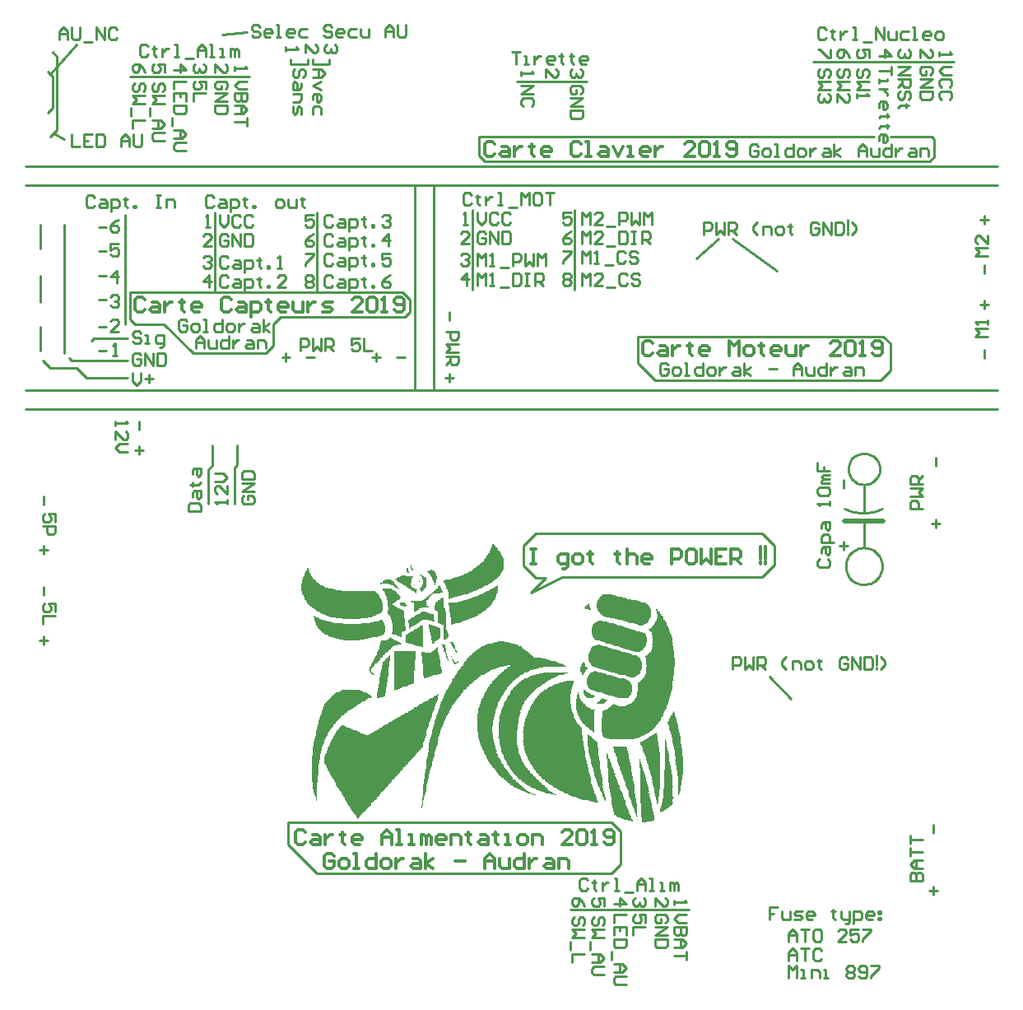
<source format=gto>
G04*
G04 #@! TF.GenerationSoftware,Altium Limited,Altium Designer,18.1.9 (240)*
G04*
G04 Layer_Color=65535*
%FSLAX25Y25*%
%MOIN*%
G70*
G01*
G75*
%ADD10C,0.01000*%
%ADD11C,0.02126*%
%ADD12C,0.01300*%
G36*
X156160Y173093D02*
Y172833D01*
X156419D01*
Y172574D01*
Y172314D01*
Y172055D01*
X156679D01*
Y171795D01*
Y171536D01*
X156938D01*
Y171276D01*
Y171016D01*
X156160D01*
Y171276D01*
Y171536D01*
X155900D01*
Y171795D01*
Y172055D01*
Y172314D01*
Y172574D01*
Y172833D01*
Y173093D01*
Y173352D01*
X156160D01*
Y173093D01*
D02*
G37*
G36*
X154862Y171795D02*
Y171536D01*
Y171276D01*
Y171016D01*
X155122D01*
Y170757D01*
Y170497D01*
X155381D01*
Y170238D01*
Y169978D01*
X154602D01*
Y170238D01*
X154343D01*
Y170497D01*
Y170757D01*
Y171016D01*
Y171276D01*
Y171536D01*
Y171795D01*
X154602D01*
Y172055D01*
X154862D01*
Y171795D01*
D02*
G37*
G36*
X159534Y166604D02*
X159794D01*
Y166344D01*
Y166085D01*
Y165825D01*
X159534D01*
Y166085D01*
Y166344D01*
X159274D01*
Y166604D01*
Y166863D01*
X159534D01*
Y166604D01*
D02*
G37*
G36*
X157458Y165825D02*
Y165566D01*
Y165306D01*
X157717D01*
Y165046D01*
X157458D01*
Y165306D01*
X157198D01*
Y165566D01*
Y165825D01*
Y166085D01*
X157458D01*
Y165825D01*
D02*
G37*
G36*
X164466Y171016D02*
X165244D01*
Y170757D01*
X165504D01*
Y170497D01*
X165764D01*
Y170238D01*
X166023D01*
Y169978D01*
Y169719D01*
X166283D01*
Y169459D01*
Y169199D01*
Y168940D01*
Y168680D01*
X166542D01*
Y168421D01*
Y168161D01*
Y167902D01*
Y167642D01*
Y167383D01*
X166283D01*
Y167123D01*
Y166863D01*
Y166604D01*
Y166344D01*
Y166085D01*
Y165825D01*
X166023D01*
Y165566D01*
Y165306D01*
Y165046D01*
Y164787D01*
X165764D01*
Y165046D01*
X165504D01*
Y165306D01*
Y165566D01*
Y165825D01*
X165244D01*
Y166085D01*
Y166344D01*
Y166604D01*
X164985D01*
Y166863D01*
Y167123D01*
X164725D01*
Y167383D01*
Y167642D01*
X164466D01*
Y167902D01*
Y168161D01*
X164206D01*
Y168421D01*
Y168680D01*
X163947D01*
Y168940D01*
Y169199D01*
X163687D01*
Y169459D01*
X163427D01*
Y169719D01*
X163168D01*
Y169978D01*
X162908D01*
Y170238D01*
X162649D01*
Y170497D01*
Y170757D01*
X163168D01*
Y171016D01*
X163947D01*
Y171276D01*
X164466D01*
Y171016D01*
D02*
G37*
G36*
X147335Y167123D02*
X148113D01*
Y166863D01*
X148633D01*
Y166604D01*
X148892D01*
Y166344D01*
X149152D01*
Y166085D01*
X149411D01*
Y165825D01*
Y165566D01*
X149671D01*
Y165306D01*
X149930D01*
Y165046D01*
X150190D01*
Y164787D01*
Y164527D01*
X150709D01*
Y164268D01*
Y164008D01*
X150969D01*
Y163749D01*
Y163489D01*
X151228D01*
Y163230D01*
X150969D01*
Y163489D01*
X150449D01*
Y163749D01*
X150190D01*
Y164008D01*
X149671D01*
Y164268D01*
X149411D01*
Y164527D01*
X148892D01*
Y164787D01*
X148373D01*
Y165046D01*
X147854D01*
Y165306D01*
X146816D01*
Y165566D01*
X144220D01*
Y165306D01*
X143701D01*
Y165566D01*
Y165825D01*
X143960D01*
Y166085D01*
X144480D01*
Y166344D01*
X144739D01*
Y166604D01*
X144999D01*
Y166863D01*
X145518D01*
Y167123D01*
X146296D01*
Y167383D01*
X147335D01*
Y167123D01*
D02*
G37*
G36*
X160053Y169199D02*
X160313D01*
Y168940D01*
X161091D01*
Y168680D01*
X161351D01*
Y168421D01*
X161611D01*
Y168161D01*
X161870D01*
Y167902D01*
X162130D01*
Y167642D01*
Y167383D01*
Y167123D01*
X162389D01*
Y166863D01*
X162130D01*
Y166604D01*
Y166344D01*
Y166085D01*
Y165825D01*
Y165566D01*
Y165306D01*
Y165046D01*
Y164787D01*
Y164527D01*
Y164268D01*
X161870D01*
Y164008D01*
Y163749D01*
X161611D01*
Y163489D01*
X161351D01*
Y163230D01*
Y162970D01*
X161091D01*
Y162710D01*
X160832D01*
Y162451D01*
X160572D01*
Y162191D01*
X160313D01*
Y162451D01*
X160053D01*
Y162710D01*
Y162970D01*
Y163230D01*
X159794D01*
Y163489D01*
Y163749D01*
Y164008D01*
X160313D01*
Y164268D01*
Y164527D01*
X160572D01*
Y164787D01*
Y165046D01*
Y165306D01*
X160832D01*
Y165566D01*
Y165825D01*
Y166085D01*
Y166344D01*
Y166604D01*
Y166863D01*
Y167123D01*
Y167383D01*
X160572D01*
Y167642D01*
Y167902D01*
Y168161D01*
X160313D01*
Y168421D01*
Y168680D01*
X160053D01*
Y168940D01*
Y169199D01*
X159794D01*
Y169459D01*
X160053D01*
Y169199D01*
D02*
G37*
G36*
X153824Y168680D02*
X156938D01*
Y168421D01*
Y168161D01*
X156679D01*
Y167902D01*
Y167642D01*
X156419D01*
Y167383D01*
Y167123D01*
Y166863D01*
X156160D01*
Y166604D01*
Y166344D01*
Y166085D01*
Y165825D01*
X155900D01*
Y165566D01*
Y165306D01*
Y165046D01*
X156160D01*
Y164787D01*
Y164527D01*
Y164268D01*
X156679D01*
Y164008D01*
X157198D01*
Y163749D01*
X157717D01*
Y163489D01*
X157977D01*
Y163230D01*
X158496D01*
Y162970D01*
X158236D01*
Y162710D01*
Y162451D01*
Y162191D01*
Y161932D01*
Y161672D01*
X157977D01*
Y161932D01*
X157717D01*
Y162191D01*
X157198D01*
Y162451D01*
X156938D01*
Y162710D01*
X156419D01*
Y162970D01*
X156160D01*
Y163230D01*
X155641D01*
Y163489D01*
X155381D01*
Y163749D01*
X154862D01*
Y164008D01*
X154602D01*
Y164268D01*
X154083D01*
Y164527D01*
X153824D01*
Y164787D01*
X153305D01*
Y165046D01*
X153045D01*
Y165306D01*
X152526D01*
Y165566D01*
X152007D01*
Y165825D01*
X151747D01*
Y166085D01*
X151228D01*
Y166344D01*
X150709D01*
Y166604D01*
X150449D01*
Y166863D01*
X150190D01*
Y167123D01*
X149671D01*
Y167383D01*
Y167642D01*
X150190D01*
Y167902D01*
X150709D01*
Y168161D01*
X151228D01*
Y168421D01*
X151488D01*
Y168680D01*
X152266D01*
Y168940D01*
X153824D01*
Y168680D01*
D02*
G37*
G36*
X189124Y181658D02*
X189643D01*
Y181399D01*
X189903D01*
Y181139D01*
Y180880D01*
X190422D01*
Y180620D01*
Y180361D01*
X190682D01*
Y180101D01*
X190941D01*
Y179841D01*
X191201D01*
Y179582D01*
X191460D01*
Y179322D01*
Y179063D01*
Y178803D01*
X191979D01*
Y178544D01*
X192239D01*
Y178284D01*
Y178024D01*
X192499D01*
Y177765D01*
Y177505D01*
X192758D01*
Y177246D01*
Y176986D01*
X193018D01*
Y176727D01*
Y176467D01*
X193277D01*
Y176208D01*
Y175948D01*
X193537D01*
Y175688D01*
Y175429D01*
Y175169D01*
Y174910D01*
X193796D01*
Y174650D01*
Y174391D01*
Y174131D01*
Y173872D01*
Y173612D01*
Y173352D01*
Y173093D01*
Y172833D01*
Y172574D01*
Y172314D01*
X193537D01*
Y172055D01*
Y171795D01*
Y171536D01*
Y171276D01*
X193277D01*
Y171016D01*
Y170757D01*
X193018D01*
Y170497D01*
Y170238D01*
X192758D01*
Y169978D01*
Y169719D01*
X192239D01*
Y169459D01*
Y169199D01*
Y168940D01*
X191979D01*
Y168680D01*
X191720D01*
Y168421D01*
X191460D01*
Y168161D01*
X191201D01*
Y167902D01*
X190941D01*
Y167642D01*
X190682D01*
Y167383D01*
X190422D01*
Y167123D01*
X189903D01*
Y166863D01*
X189643D01*
Y166604D01*
X189384D01*
Y166344D01*
X189124D01*
Y166085D01*
X188605D01*
Y165825D01*
X188346D01*
Y165566D01*
X187567D01*
Y165306D01*
X187307D01*
Y165046D01*
X186788D01*
Y164787D01*
X186269D01*
Y164527D01*
X185750D01*
Y164268D01*
X185231D01*
Y164008D01*
X184712D01*
Y163749D01*
X184193D01*
Y163489D01*
X183673D01*
Y163230D01*
X182895D01*
Y162970D01*
X182376D01*
Y162710D01*
X182116D01*
Y162451D01*
X181337D01*
Y162191D01*
X180559D01*
Y161932D01*
X179780D01*
Y161672D01*
X179261D01*
Y161413D01*
X178482D01*
Y161153D01*
X177444D01*
Y160893D01*
X176146D01*
Y160634D01*
X175108D01*
Y160374D01*
X174069D01*
Y160115D01*
X173550D01*
Y159855D01*
X172512D01*
Y159596D01*
X171474D01*
Y159336D01*
X171214D01*
Y159596D01*
Y159855D01*
Y160115D01*
Y160374D01*
Y160634D01*
Y160893D01*
Y161153D01*
Y161413D01*
Y161672D01*
Y161932D01*
Y162191D01*
X170955D01*
Y162451D01*
Y162710D01*
Y162970D01*
Y163230D01*
X170695D01*
Y163489D01*
Y163749D01*
X170436D01*
Y164008D01*
Y164268D01*
Y164527D01*
X170176D01*
Y164787D01*
Y165046D01*
X169916D01*
Y165306D01*
Y165566D01*
X169657D01*
Y165825D01*
X169397D01*
Y166085D01*
Y166344D01*
X169138D01*
Y166604D01*
Y166863D01*
X169916D01*
Y167123D01*
X171474D01*
Y167383D01*
X172253D01*
Y167642D01*
X173031D01*
Y167902D01*
X174069D01*
Y168161D01*
X174848D01*
Y168421D01*
X175367D01*
Y168680D01*
X176406D01*
Y168940D01*
X177184D01*
Y169199D01*
X177703D01*
Y169459D01*
X178223D01*
Y169719D01*
X178742D01*
Y169978D01*
X179261D01*
Y170238D01*
X179780D01*
Y170497D01*
X180040D01*
Y170757D01*
X180559D01*
Y171016D01*
X181078D01*
Y171276D01*
X181337D01*
Y171536D01*
X181597D01*
Y171795D01*
X181856D01*
Y172055D01*
X182376D01*
Y172314D01*
X182635D01*
Y172574D01*
X182895D01*
Y172833D01*
X183414D01*
Y173093D01*
X183673D01*
Y173352D01*
X183933D01*
Y173612D01*
X184452D01*
Y173872D01*
X184712D01*
Y174131D01*
X184971D01*
Y174391D01*
X185231D01*
Y174650D01*
X185490D01*
Y174910D01*
X185750D01*
Y175169D01*
Y175429D01*
X186269D01*
Y175688D01*
Y175948D01*
Y176208D01*
X186529D01*
Y176467D01*
X187048D01*
Y176727D01*
X186788D01*
Y176986D01*
X187048D01*
Y177246D01*
X187307D01*
Y177505D01*
Y177765D01*
X187567D01*
Y178024D01*
X187826D01*
Y178284D01*
Y178544D01*
X188086D01*
Y178803D01*
Y179063D01*
X188346D01*
Y179322D01*
Y179582D01*
Y179841D01*
X188605D01*
Y180101D01*
Y180361D01*
Y180620D01*
X188865D01*
Y180880D01*
Y181139D01*
Y181399D01*
Y181658D01*
Y181918D01*
X189124D01*
Y181658D01*
D02*
G37*
G36*
X152785Y158038D02*
X153045D01*
Y157779D01*
X153564D01*
Y157519D01*
X153824D01*
Y157260D01*
X154083D01*
Y157000D01*
X154602D01*
Y156740D01*
X154343D01*
Y156481D01*
X153824D01*
Y156221D01*
X153045D01*
Y156481D01*
X152526D01*
Y156740D01*
X152007D01*
Y157000D01*
X151488D01*
Y157260D01*
Y157519D01*
X151747D01*
Y157779D01*
X152266D01*
Y158038D01*
X152526D01*
Y158298D01*
X152785D01*
Y158038D01*
D02*
G37*
G36*
X228318Y157260D02*
Y157000D01*
Y156740D01*
Y156481D01*
Y156221D01*
X228578D01*
Y155962D01*
Y155702D01*
Y155443D01*
X228837D01*
Y155183D01*
X229097D01*
Y154923D01*
X228058D01*
Y155183D01*
X226761D01*
Y155443D01*
X226501D01*
Y155702D01*
X226241D01*
Y155962D01*
X226501D01*
Y156221D01*
X226761D01*
Y156481D01*
X227020D01*
Y156740D01*
X227280D01*
Y157000D01*
X227539D01*
Y157260D01*
X227799D01*
Y157519D01*
X228318D01*
Y157260D01*
D02*
G37*
G36*
X167840Y164527D02*
Y164268D01*
X168100D01*
Y164008D01*
X168359D01*
Y163749D01*
Y163489D01*
Y163230D01*
X168619D01*
Y162970D01*
Y162710D01*
X168878D01*
Y162451D01*
Y162191D01*
Y161932D01*
X168100D01*
Y161672D01*
X164985D01*
Y161413D01*
X164725D01*
Y161153D01*
X164466D01*
Y160893D01*
X163947D01*
Y160634D01*
Y160374D01*
Y160115D01*
X163687D01*
Y159855D01*
X163427D01*
Y159596D01*
X163168D01*
Y159336D01*
X162908D01*
Y159076D01*
X162649D01*
Y158817D01*
X162389D01*
Y158557D01*
X162130D01*
Y158298D01*
Y158038D01*
Y157779D01*
X162389D01*
Y157519D01*
X162130D01*
Y157260D01*
X162649D01*
Y157000D01*
X162389D01*
Y156740D01*
X162908D01*
Y156481D01*
Y156221D01*
X163168D01*
Y155962D01*
X160313D01*
Y155702D01*
X159794D01*
Y155443D01*
X159274D01*
Y155183D01*
Y154923D01*
X158755D01*
Y154664D01*
X158236D01*
Y154404D01*
X157717D01*
Y154145D01*
X157198D01*
Y154404D01*
Y154664D01*
Y154923D01*
Y155183D01*
Y155443D01*
Y155702D01*
Y155962D01*
Y156221D01*
Y156481D01*
Y156740D01*
Y157000D01*
Y157260D01*
Y157519D01*
Y157779D01*
X156679D01*
Y158038D01*
X156160D01*
Y158298D01*
X155900D01*
Y158557D01*
X160572D01*
Y158817D01*
X160832D01*
Y159076D01*
X161351D01*
Y159336D01*
X161611D01*
Y159596D01*
X162130D01*
Y159855D01*
X162389D01*
Y160115D01*
X162649D01*
Y160374D01*
X162908D01*
Y160634D01*
X163427D01*
Y160893D01*
X163687D01*
Y161153D01*
X163947D01*
Y161413D01*
X164206D01*
Y161672D01*
X164466D01*
Y161932D01*
X164985D01*
Y162191D01*
X165244D01*
Y162451D01*
X165504D01*
Y162710D01*
X165764D01*
Y162970D01*
X166023D01*
Y163230D01*
X166283D01*
Y163489D01*
X166542D01*
Y163749D01*
X166802D01*
Y164008D01*
X167061D01*
Y164268D01*
Y164527D01*
X167580D01*
Y164787D01*
X167840D01*
Y164527D01*
D02*
G37*
G36*
X114370Y171795D02*
X114630D01*
Y171536D01*
Y171276D01*
X114889D01*
Y171016D01*
X114630D01*
Y170757D01*
X115149D01*
Y170497D01*
X114889D01*
Y170238D01*
Y169978D01*
X115409D01*
Y169719D01*
Y169459D01*
Y169199D01*
X115668D01*
Y168940D01*
Y168680D01*
X115928D01*
Y168421D01*
X116187D01*
Y168161D01*
X116447D01*
Y167902D01*
Y167642D01*
X116706D01*
Y167383D01*
X116966D01*
Y167123D01*
X117225D01*
Y166863D01*
X117485D01*
Y166604D01*
X117745D01*
Y166344D01*
X118004D01*
Y166085D01*
X118264D01*
Y165825D01*
X118523D01*
Y165566D01*
X119042D01*
Y165306D01*
X119302D01*
Y165046D01*
X119821D01*
Y164787D01*
X120340D01*
Y164527D01*
X120859D01*
Y164268D01*
X121378D01*
Y164008D01*
X122676D01*
Y163749D01*
X123455D01*
Y163489D01*
X124493D01*
Y163230D01*
X125791D01*
Y162970D01*
X127867D01*
Y162710D01*
X131501D01*
Y162451D01*
X136952D01*
Y162710D01*
X141105D01*
Y162451D01*
X141624D01*
Y162191D01*
X141884D01*
Y161932D01*
X142403D01*
Y161672D01*
X142663D01*
Y161413D01*
X142922D01*
Y161153D01*
Y160893D01*
X143182D01*
Y160634D01*
X143441D01*
Y160374D01*
Y160115D01*
Y159855D01*
X143701D01*
Y159596D01*
X143960D01*
Y159336D01*
Y159076D01*
X144220D01*
Y158817D01*
Y158557D01*
Y158298D01*
Y158038D01*
X144480D01*
Y157779D01*
Y157519D01*
Y157260D01*
Y157000D01*
Y156740D01*
Y156481D01*
Y156221D01*
Y155962D01*
Y155702D01*
Y155443D01*
Y155183D01*
Y154923D01*
Y154664D01*
X144220D01*
Y154404D01*
Y154145D01*
Y153885D01*
X143960D01*
Y153626D01*
X143441D01*
Y153366D01*
X142922D01*
Y153106D01*
X142403D01*
Y152847D01*
X141884D01*
Y152587D01*
X141105D01*
Y152328D01*
X140326D01*
Y152068D01*
X139548D01*
Y151809D01*
X138510D01*
Y151549D01*
X135654D01*
Y151290D01*
X128387D01*
Y151549D01*
X125531D01*
Y151809D01*
X124493D01*
Y152068D01*
X123455D01*
Y152328D01*
X122417D01*
Y152587D01*
X121638D01*
Y152847D01*
X121119D01*
Y153106D01*
X120340D01*
Y153366D01*
X119821D01*
Y153626D01*
X119302D01*
Y153885D01*
X119042D01*
Y154145D01*
X118523D01*
Y154404D01*
X118004D01*
Y154664D01*
X117485D01*
Y154923D01*
X117225D01*
Y155183D01*
X116966D01*
Y155443D01*
X116447D01*
Y155702D01*
X116187D01*
Y155962D01*
X115928D01*
Y156221D01*
X115409D01*
Y156481D01*
X115149D01*
Y156740D01*
X114889D01*
Y157000D01*
X114630D01*
Y157260D01*
X114370D01*
Y157519D01*
X114111D01*
Y157779D01*
Y158038D01*
X113851D01*
Y158298D01*
X113592D01*
Y158557D01*
Y158817D01*
X113332D01*
Y159076D01*
X113073D01*
Y159336D01*
Y159596D01*
X112813D01*
Y159855D01*
Y160115D01*
X112553D01*
Y160374D01*
Y160634D01*
Y160893D01*
X112294D01*
Y161153D01*
X112034D01*
Y161413D01*
Y161672D01*
Y161932D01*
Y162191D01*
Y162451D01*
Y162710D01*
X111775D01*
Y162970D01*
Y163230D01*
Y163489D01*
Y163749D01*
Y164008D01*
Y164268D01*
Y164527D01*
Y164787D01*
Y165046D01*
Y165306D01*
Y165566D01*
X112034D01*
Y165825D01*
Y166085D01*
Y166344D01*
Y166604D01*
Y166863D01*
Y167123D01*
X112294D01*
Y167383D01*
Y167642D01*
Y167902D01*
Y168161D01*
X112553D01*
Y168421D01*
Y168680D01*
X112813D01*
Y168940D01*
Y169199D01*
X113073D01*
Y169459D01*
Y169719D01*
Y169978D01*
X113332D01*
Y170238D01*
Y170497D01*
X113592D01*
Y170757D01*
Y171016D01*
X113851D01*
Y171276D01*
Y171536D01*
X114111D01*
Y171795D01*
Y172055D01*
X114370D01*
Y171795D01*
D02*
G37*
G36*
X161091Y154145D02*
X162130D01*
Y153885D01*
X162908D01*
Y153626D01*
X163947D01*
Y153366D01*
X164985D01*
Y153106D01*
X165244D01*
Y152847D01*
Y152587D01*
Y152328D01*
Y152068D01*
Y151809D01*
Y151549D01*
Y151290D01*
Y151030D01*
Y150770D01*
X165504D01*
Y150511D01*
Y150251D01*
X164725D01*
Y150511D01*
X163427D01*
Y150770D01*
X162130D01*
Y151030D01*
X161091D01*
Y150770D01*
X160572D01*
Y150511D01*
X160053D01*
Y150251D01*
X159794D01*
Y149992D01*
X159274D01*
Y149732D01*
X158755D01*
Y149473D01*
Y149213D01*
X158236D01*
Y148954D01*
X157717D01*
Y148694D01*
X157458D01*
Y148434D01*
X156938D01*
Y148175D01*
X156419D01*
Y147915D01*
X155900D01*
Y147656D01*
X155641D01*
Y147396D01*
X155381D01*
Y147656D01*
Y147915D01*
Y148175D01*
Y148434D01*
Y148694D01*
Y148954D01*
Y149213D01*
Y149473D01*
Y149732D01*
X155122D01*
Y149992D01*
Y150251D01*
Y150511D01*
Y150770D01*
Y151030D01*
X155641D01*
Y151290D01*
X155900D01*
Y151549D01*
X156419D01*
Y151809D01*
X156938D01*
Y152068D01*
X157198D01*
Y152328D01*
X157717D01*
Y152587D01*
X157977D01*
Y152847D01*
X158496D01*
Y153106D01*
X159015D01*
Y153366D01*
X159534D01*
Y153626D01*
X160053D01*
Y153885D01*
X160313D01*
Y154145D01*
X160832D01*
Y154404D01*
X161091D01*
Y154145D01*
D02*
G37*
G36*
X191460Y164787D02*
Y164527D01*
Y164268D01*
Y164008D01*
X191201D01*
Y163749D01*
Y163489D01*
Y163230D01*
Y162970D01*
Y162710D01*
Y162451D01*
X190941D01*
Y162191D01*
Y161932D01*
X191201D01*
Y161672D01*
X190682D01*
Y161413D01*
Y161153D01*
Y160893D01*
Y160634D01*
Y160374D01*
X190422D01*
Y160115D01*
Y159855D01*
X190162D01*
Y159596D01*
Y159336D01*
X189903D01*
Y159076D01*
Y158817D01*
X189643D01*
Y158557D01*
X189384D01*
Y158298D01*
Y158038D01*
X189124D01*
Y157779D01*
X188865D01*
Y157519D01*
Y157260D01*
X188605D01*
Y157000D01*
X188346D01*
Y156740D01*
X188086D01*
Y156481D01*
X187826D01*
Y156221D01*
X187567D01*
Y155962D01*
X187307D01*
Y155702D01*
X187048D01*
Y155443D01*
X186788D01*
Y155183D01*
X186529D01*
Y154923D01*
X186269D01*
Y154664D01*
X185750D01*
Y154404D01*
X185490D01*
Y154145D01*
X184971D01*
Y153885D01*
X184712D01*
Y153626D01*
X184452D01*
Y153366D01*
X183933D01*
Y153106D01*
X183414D01*
Y152847D01*
X183154D01*
Y152587D01*
X182635D01*
Y152328D01*
X182116D01*
Y152068D01*
X181597D01*
Y151809D01*
X181078D01*
Y151549D01*
X180040D01*
Y151290D01*
X179261D01*
Y151030D01*
X178742D01*
Y150770D01*
X178223D01*
Y150511D01*
X177444D01*
Y150251D01*
X176665D01*
Y149992D01*
X175886D01*
Y149732D01*
X175108D01*
Y149473D01*
X174069D01*
Y149213D01*
X173031D01*
Y148954D01*
X172253D01*
Y149213D01*
Y149473D01*
Y149732D01*
Y149992D01*
Y150251D01*
Y150511D01*
Y150770D01*
Y151030D01*
Y151290D01*
Y151549D01*
Y151809D01*
Y152068D01*
X171993D01*
Y152328D01*
Y152587D01*
Y152847D01*
Y153106D01*
Y153366D01*
Y153626D01*
Y153885D01*
X171733D01*
Y154145D01*
Y154404D01*
Y154664D01*
Y154923D01*
Y155183D01*
X171474D01*
Y155443D01*
Y155702D01*
Y155962D01*
Y156221D01*
Y156481D01*
X171214D01*
Y156740D01*
Y157000D01*
Y157260D01*
Y157519D01*
Y157779D01*
X173031D01*
Y158038D01*
X174848D01*
Y158298D01*
X176146D01*
Y158557D01*
X177184D01*
Y158817D01*
X177703D01*
Y159076D01*
X178742D01*
Y159336D01*
X179780D01*
Y159596D01*
X180559D01*
Y159855D01*
X181337D01*
Y160115D01*
X182116D01*
Y160374D01*
X182635D01*
Y160634D01*
X183154D01*
Y160893D01*
X183933D01*
Y161153D01*
X184452D01*
Y161413D01*
X184971D01*
Y161672D01*
X185490D01*
Y161932D01*
X186009D01*
Y162191D01*
X186529D01*
Y162451D01*
X187048D01*
Y162710D01*
X187567D01*
Y162970D01*
X188086D01*
Y163230D01*
X188605D01*
Y163489D01*
X188865D01*
Y163749D01*
X189384D01*
Y164008D01*
X189903D01*
Y164268D01*
X190422D01*
Y164527D01*
X190941D01*
Y164787D01*
X191201D01*
Y165046D01*
X191460D01*
Y164787D01*
D02*
G37*
G36*
X236624Y161153D02*
X237662D01*
Y160893D01*
X238960D01*
Y160634D01*
X239739D01*
Y160374D01*
X240517D01*
Y160115D01*
X241556D01*
Y159855D01*
X242853D01*
Y159596D01*
X243632D01*
Y159336D01*
X245449D01*
Y159076D01*
X246747D01*
Y158817D01*
X247526D01*
Y158557D01*
X248564D01*
Y158298D01*
X249342D01*
Y158038D01*
X250381D01*
Y157779D01*
X251160D01*
Y157519D01*
X251419D01*
Y157260D01*
X251938D01*
Y157000D01*
X252198D01*
Y156740D01*
X252457D01*
Y156481D01*
X252717D01*
Y156221D01*
Y155962D01*
X252976D01*
Y155702D01*
X252717D01*
Y155443D01*
X252976D01*
Y155183D01*
X253236D01*
Y154923D01*
Y154664D01*
Y154404D01*
Y154145D01*
Y153885D01*
Y153626D01*
Y153366D01*
Y153106D01*
Y152847D01*
Y152587D01*
Y152328D01*
Y152068D01*
X252976D01*
Y151809D01*
Y151549D01*
X252717D01*
Y151290D01*
Y151030D01*
Y150770D01*
X252457D01*
Y150511D01*
Y150251D01*
X252198D01*
Y149992D01*
X251938D01*
Y149732D01*
X251679D01*
Y149473D01*
X251160D01*
Y149213D01*
X250640D01*
Y148954D01*
X249862D01*
Y148694D01*
X248304D01*
Y148954D01*
X247785D01*
Y149213D01*
X246747D01*
Y149473D01*
X245449D01*
Y149732D01*
X244411D01*
Y149992D01*
X243632D01*
Y150251D01*
X242594D01*
Y150511D01*
X241556D01*
Y150770D01*
X240777D01*
Y151030D01*
X239739D01*
Y151290D01*
X238701D01*
Y151549D01*
X236624D01*
Y151809D01*
X235845D01*
Y152068D01*
X234807D01*
Y152328D01*
X234028D01*
Y152587D01*
X233509D01*
Y152847D01*
X233250D01*
Y153106D01*
X232990D01*
Y153366D01*
X232731D01*
Y153626D01*
X232471D01*
Y153885D01*
X232211D01*
Y154145D01*
X231952D01*
Y154404D01*
Y154664D01*
X231692D01*
Y154923D01*
Y155183D01*
Y155443D01*
X231433D01*
Y155702D01*
Y155962D01*
Y156221D01*
Y156481D01*
Y156740D01*
Y157000D01*
Y157260D01*
Y157519D01*
Y157779D01*
X231692D01*
Y158038D01*
Y158298D01*
Y158557D01*
Y158817D01*
X231952D01*
Y159076D01*
Y159336D01*
X232211D01*
Y159596D01*
Y159855D01*
X232471D01*
Y160115D01*
X232731D01*
Y160374D01*
X232990D01*
Y160634D01*
X233250D01*
Y160893D01*
X233769D01*
Y161153D01*
X234547D01*
Y161413D01*
X236624D01*
Y161153D01*
D02*
G37*
G36*
X147854Y163489D02*
X148373D01*
Y163230D01*
X148633D01*
Y162970D01*
X149152D01*
Y162710D01*
X149411D01*
Y162451D01*
X149930D01*
Y162191D01*
X150190D01*
Y161932D01*
X150449D01*
Y161672D01*
X150709D01*
Y161413D01*
X150969D01*
Y161153D01*
X151228D01*
Y160893D01*
Y160634D01*
X151488D01*
Y160374D01*
X151747D01*
Y160115D01*
X152007D01*
Y159855D01*
X151747D01*
Y159596D01*
X151488D01*
Y159336D01*
X151228D01*
Y159076D01*
X150709D01*
Y158817D01*
X150449D01*
Y158557D01*
X150190D01*
Y158298D01*
X149671D01*
Y158038D01*
X149411D01*
Y157779D01*
X149152D01*
Y157519D01*
X148633D01*
Y157260D01*
Y157000D01*
X149152D01*
Y156740D01*
X149411D01*
Y156481D01*
X149671D01*
Y156221D01*
X150190D01*
Y155962D01*
X150709D01*
Y155702D01*
X151228D01*
Y155443D01*
X151747D01*
Y155183D01*
X152266D01*
Y154923D01*
X153045D01*
Y154664D01*
X153305D01*
Y154404D01*
Y154145D01*
Y153885D01*
Y153626D01*
Y153366D01*
Y153106D01*
Y152847D01*
Y152587D01*
Y152328D01*
Y152068D01*
Y151809D01*
Y151549D01*
X153564D01*
Y151290D01*
Y151030D01*
Y150770D01*
Y150511D01*
Y150251D01*
Y149992D01*
Y149732D01*
Y149473D01*
Y149213D01*
Y148954D01*
Y148694D01*
Y148434D01*
Y148175D01*
X153824D01*
Y147915D01*
Y147656D01*
Y147396D01*
Y147137D01*
Y146877D01*
Y146617D01*
X153564D01*
Y146358D01*
X153305D01*
Y146098D01*
X152785D01*
Y145839D01*
X152266D01*
Y145579D01*
Y145320D01*
Y145060D01*
Y144801D01*
Y144541D01*
Y144281D01*
Y144022D01*
X151488D01*
Y144281D01*
X150709D01*
Y144541D01*
X150190D01*
Y144801D01*
X149411D01*
Y145060D01*
X148633D01*
Y145320D01*
X148373D01*
Y145579D01*
Y145839D01*
X148633D01*
Y146098D01*
Y146358D01*
Y146617D01*
Y146877D01*
Y147137D01*
Y147396D01*
Y147656D01*
Y147915D01*
Y148175D01*
Y148434D01*
Y148694D01*
Y148954D01*
Y149213D01*
Y149473D01*
Y149732D01*
X148373D01*
Y149992D01*
Y150251D01*
Y150511D01*
Y150770D01*
X148113D01*
Y151030D01*
Y151290D01*
Y151549D01*
X147854D01*
Y151809D01*
Y152068D01*
X147594D01*
Y152328D01*
Y152587D01*
X147335D01*
Y152847D01*
X147075D01*
Y153106D01*
X146816D01*
Y153366D01*
X146556D01*
Y153626D01*
Y153885D01*
Y154145D01*
Y154404D01*
Y154664D01*
Y154923D01*
X146816D01*
Y155183D01*
Y155443D01*
Y155702D01*
Y155962D01*
Y156221D01*
X146556D01*
Y156481D01*
Y156740D01*
Y157000D01*
Y157260D01*
Y157519D01*
Y157779D01*
Y158038D01*
Y158298D01*
Y158557D01*
Y158817D01*
X146296D01*
Y159076D01*
Y159336D01*
Y159596D01*
Y159855D01*
Y160115D01*
X146037D01*
Y160374D01*
Y160634D01*
Y160893D01*
X145777D01*
Y161153D01*
Y161413D01*
X145518D01*
Y161672D01*
Y161932D01*
X145258D01*
Y162191D01*
Y162451D01*
X144999D01*
Y162710D01*
X144739D01*
Y162970D01*
X144480D01*
Y163230D01*
Y163489D01*
X144999D01*
Y163749D01*
X147854D01*
Y163489D01*
D02*
G37*
G36*
X169397Y159855D02*
Y159596D01*
Y159336D01*
Y159076D01*
Y158817D01*
Y158557D01*
Y158298D01*
Y158038D01*
Y157779D01*
Y157519D01*
Y157260D01*
Y157000D01*
Y156740D01*
Y156481D01*
Y156221D01*
Y155962D01*
X169657D01*
Y155702D01*
X169916D01*
Y155443D01*
Y155183D01*
Y154923D01*
Y154664D01*
Y154404D01*
X170176D01*
Y154145D01*
Y153885D01*
Y153626D01*
Y153366D01*
Y153106D01*
Y152847D01*
Y152587D01*
Y152328D01*
Y152068D01*
Y151809D01*
Y151549D01*
Y151290D01*
Y151030D01*
Y150770D01*
Y150511D01*
Y150251D01*
Y149992D01*
Y149732D01*
Y149473D01*
Y149213D01*
X170436D01*
Y148954D01*
Y148694D01*
Y148434D01*
Y148175D01*
Y147915D01*
Y147656D01*
Y147396D01*
Y147137D01*
Y146877D01*
X170695D01*
Y146617D01*
Y146358D01*
Y146098D01*
X170955D01*
Y145839D01*
Y145579D01*
Y145320D01*
X171214D01*
Y145060D01*
Y144801D01*
Y144541D01*
Y144281D01*
Y144022D01*
Y143762D01*
X170955D01*
Y143503D01*
X170695D01*
Y143243D01*
X170436D01*
Y142984D01*
X169397D01*
Y143243D01*
Y143503D01*
Y143762D01*
Y144022D01*
Y144281D01*
Y144541D01*
Y144801D01*
Y145060D01*
Y145320D01*
Y145579D01*
Y145839D01*
Y146098D01*
Y146358D01*
Y146617D01*
Y146877D01*
Y147137D01*
Y147396D01*
Y147656D01*
Y147915D01*
Y148175D01*
X169138D01*
Y148434D01*
Y148694D01*
Y148954D01*
X168359D01*
Y149213D01*
X167580D01*
Y149473D01*
X166802D01*
Y149732D01*
Y149992D01*
Y150251D01*
Y150511D01*
Y150770D01*
Y151030D01*
Y151290D01*
Y151549D01*
Y151809D01*
Y152068D01*
Y152328D01*
Y152587D01*
Y152847D01*
Y153106D01*
Y153366D01*
Y153626D01*
Y153885D01*
Y154145D01*
Y154404D01*
X166542D01*
Y154664D01*
X166023D01*
Y154923D01*
X165764D01*
Y155183D01*
Y155443D01*
Y155702D01*
Y155962D01*
Y156221D01*
Y156481D01*
Y156740D01*
Y157000D01*
X166023D01*
Y157260D01*
Y157519D01*
Y157779D01*
Y158038D01*
X166283D01*
Y158298D01*
X166802D01*
Y158557D01*
X167061D01*
Y158817D01*
X167321D01*
Y159076D01*
X167840D01*
Y159336D01*
X168100D01*
Y159596D01*
X168619D01*
Y159855D01*
X169138D01*
Y160115D01*
X169397D01*
Y159855D01*
D02*
G37*
G36*
X116966Y152328D02*
X117485D01*
Y152068D01*
X118004D01*
Y151809D01*
X118523D01*
Y151549D01*
X119042D01*
Y151290D01*
X119562D01*
Y151030D01*
X120340D01*
Y150770D01*
X121119D01*
Y150511D01*
X121898D01*
Y150251D01*
X123714D01*
Y149992D01*
X124753D01*
Y149732D01*
X126310D01*
Y149473D01*
X128646D01*
Y149213D01*
X135914D01*
Y149473D01*
X138250D01*
Y149732D01*
X139548D01*
Y149992D01*
X140846D01*
Y150251D01*
X142922D01*
Y150511D01*
X143701D01*
Y150770D01*
X144480D01*
Y150511D01*
X144739D01*
Y150251D01*
X144999D01*
Y149992D01*
Y149732D01*
X145258D01*
Y149473D01*
Y149213D01*
Y148954D01*
Y148694D01*
X145518D01*
Y148434D01*
Y148175D01*
Y147915D01*
Y147656D01*
X145777D01*
Y147396D01*
Y147137D01*
Y146877D01*
Y146617D01*
X145518D01*
Y146358D01*
Y146098D01*
Y145839D01*
X145258D01*
Y145579D01*
Y145320D01*
X144999D01*
Y145060D01*
Y144801D01*
X144480D01*
Y144541D01*
X143701D01*
Y144281D01*
X142663D01*
Y144022D01*
X141624D01*
Y143762D01*
X140326D01*
Y143503D01*
X139029D01*
Y143243D01*
X137212D01*
Y142984D01*
X135135D01*
Y142724D01*
X128646D01*
Y142984D01*
X126829D01*
Y143243D01*
X125531D01*
Y143503D01*
X124493D01*
Y143762D01*
X123974D01*
Y144022D01*
X123195D01*
Y144281D01*
X122676D01*
Y144541D01*
X122157D01*
Y144801D01*
X121638D01*
Y145060D01*
X121119D01*
Y145320D01*
X120859D01*
Y145579D01*
X120340D01*
Y145839D01*
X120081D01*
Y146098D01*
X119821D01*
Y146358D01*
X119562D01*
Y146617D01*
X119302D01*
Y146877D01*
X119042D01*
Y147137D01*
X118783D01*
Y147396D01*
X118523D01*
Y147656D01*
X118264D01*
Y147915D01*
Y148175D01*
X118004D01*
Y148434D01*
Y148694D01*
X117745D01*
Y148954D01*
Y149213D01*
X117485D01*
Y149473D01*
Y149732D01*
X117225D01*
Y149992D01*
Y150251D01*
Y150511D01*
X116966D01*
Y150770D01*
Y151030D01*
Y151290D01*
Y151549D01*
Y151809D01*
X116706D01*
Y152068D01*
Y152328D01*
Y152587D01*
X116966D01*
Y152328D01*
D02*
G37*
G36*
X163687Y148954D02*
X164466D01*
Y148694D01*
X164985D01*
Y148434D01*
X165764D01*
Y148175D01*
X166542D01*
Y147915D01*
X167321D01*
Y147656D01*
X167840D01*
Y147396D01*
Y147137D01*
Y146877D01*
Y146617D01*
Y146358D01*
Y146098D01*
Y145839D01*
Y145579D01*
X168100D01*
Y145320D01*
Y145060D01*
Y144801D01*
Y144541D01*
Y144281D01*
Y144022D01*
Y143762D01*
X167840D01*
Y143503D01*
X167580D01*
Y143243D01*
X167321D01*
Y142984D01*
X167061D01*
Y142724D01*
X166802D01*
Y142464D01*
X166283D01*
Y142205D01*
X165764D01*
Y141945D01*
X165504D01*
Y141686D01*
X165244D01*
Y141426D01*
X164985D01*
Y141167D01*
X164725D01*
Y141426D01*
X164466D01*
Y141686D01*
Y141945D01*
Y142205D01*
Y142464D01*
Y142724D01*
X164206D01*
Y142984D01*
Y143243D01*
Y143503D01*
Y143762D01*
Y144022D01*
Y144281D01*
Y144541D01*
X163947D01*
Y144801D01*
Y145060D01*
Y145320D01*
Y145579D01*
Y145839D01*
X163687D01*
Y146098D01*
Y146358D01*
Y146617D01*
Y146877D01*
Y147137D01*
X163427D01*
Y147396D01*
Y147656D01*
Y147915D01*
Y148175D01*
Y148434D01*
X163168D01*
Y148694D01*
X163427D01*
Y148954D01*
X163168D01*
Y149213D01*
X163687D01*
Y148954D01*
D02*
G37*
G36*
X160832Y148434D02*
Y148175D01*
Y147915D01*
Y147656D01*
Y147396D01*
Y147137D01*
Y146877D01*
Y146617D01*
Y146358D01*
Y146098D01*
Y145839D01*
Y145579D01*
Y145320D01*
X161091D01*
Y145060D01*
Y144801D01*
Y144541D01*
Y144281D01*
Y144022D01*
Y143762D01*
Y143503D01*
Y143243D01*
Y142984D01*
Y142724D01*
Y142464D01*
Y142205D01*
Y141945D01*
Y141686D01*
Y141426D01*
Y141167D01*
Y140907D01*
Y140648D01*
Y140388D01*
Y140128D01*
Y139869D01*
Y139609D01*
X160832D01*
Y139869D01*
X160053D01*
Y140128D01*
X159274D01*
Y140388D01*
X158236D01*
Y140648D01*
X157198D01*
Y140907D01*
X156679D01*
Y141167D01*
X155900D01*
Y141426D01*
X155122D01*
Y141686D01*
X154083D01*
Y141945D01*
Y142205D01*
Y142464D01*
Y142724D01*
Y142984D01*
Y143243D01*
Y143503D01*
Y143762D01*
X153824D01*
Y144022D01*
X154083D01*
Y144281D01*
Y144541D01*
X153824D01*
Y144801D01*
X154083D01*
Y145060D01*
X154602D01*
Y145320D01*
X155122D01*
Y145579D01*
X155641D01*
Y145839D01*
X155900D01*
Y146098D01*
X156419D01*
Y146358D01*
X156938D01*
Y146617D01*
X157198D01*
Y146877D01*
X157717D01*
Y147137D01*
X158236D01*
Y147396D01*
X158496D01*
Y147656D01*
X159015D01*
Y147915D01*
X159534D01*
Y148175D01*
X159794D01*
Y148434D01*
X160313D01*
Y148694D01*
X160832D01*
Y148434D01*
D02*
G37*
G36*
X233769Y150251D02*
X235586D01*
Y149992D01*
X236364D01*
Y149732D01*
X237403D01*
Y149473D01*
X238181D01*
Y149213D01*
X239220D01*
Y148954D01*
X239739D01*
Y148694D01*
X240517D01*
Y148434D01*
X241556D01*
Y148175D01*
X242334D01*
Y147915D01*
X243373D01*
Y147656D01*
X244151D01*
Y147396D01*
X244670D01*
Y147137D01*
X245449D01*
Y146877D01*
X246487D01*
Y146617D01*
X247266D01*
Y146358D01*
X248045D01*
Y146098D01*
X249083D01*
Y145839D01*
X249862D01*
Y145579D01*
X250900D01*
Y145320D01*
Y145060D01*
X251160D01*
Y144801D01*
Y144541D01*
X251419D01*
Y144281D01*
Y144022D01*
Y143762D01*
X251679D01*
Y143503D01*
Y143243D01*
Y142984D01*
Y142724D01*
Y142464D01*
Y142205D01*
Y141945D01*
Y141686D01*
X251419D01*
Y141426D01*
Y141167D01*
Y140907D01*
X251160D01*
Y140648D01*
Y140388D01*
X250900D01*
Y140128D01*
Y139869D01*
X250640D01*
Y139609D01*
X250381D01*
Y139350D01*
Y139090D01*
X250121D01*
Y138831D01*
X249862D01*
Y138571D01*
X249342D01*
Y138312D01*
X249083D01*
Y138052D01*
X248564D01*
Y137792D01*
X247526D01*
Y138052D01*
X246487D01*
Y138312D01*
X245449D01*
Y138571D01*
X244411D01*
Y138831D01*
X243632D01*
Y139090D01*
X242853D01*
Y139350D01*
X242075D01*
Y139609D01*
X241037D01*
Y139869D01*
X240258D01*
Y140128D01*
X239479D01*
Y140388D01*
X238441D01*
Y140648D01*
X237922D01*
Y140907D01*
X236884D01*
Y141167D01*
X236105D01*
Y141426D01*
X235067D01*
Y141686D01*
X234547D01*
Y141945D01*
X233769D01*
Y142205D01*
X232731D01*
Y142464D01*
X231433D01*
Y142724D01*
X230914D01*
Y142984D01*
X230395D01*
Y143243D01*
X230135D01*
Y143503D01*
X229875D01*
Y143762D01*
X230135D01*
Y144022D01*
X229616D01*
Y144281D01*
Y144541D01*
Y144801D01*
X229356D01*
Y145060D01*
Y145320D01*
Y145579D01*
Y145839D01*
Y146098D01*
X229097D01*
Y146358D01*
X229356D01*
Y146617D01*
Y146877D01*
Y147137D01*
Y147396D01*
Y147656D01*
Y147915D01*
X229616D01*
Y148175D01*
Y148434D01*
X229875D01*
Y148694D01*
X229616D01*
Y148954D01*
X229875D01*
Y149213D01*
X230135D01*
Y149473D01*
X230395D01*
Y149732D01*
X230654D01*
Y149992D01*
X231173D01*
Y150251D01*
X231952D01*
Y150511D01*
X233769D01*
Y150251D01*
D02*
G37*
G36*
X173291Y141686D02*
Y141426D01*
Y141167D01*
X173550D01*
Y140907D01*
Y140648D01*
X173810D01*
Y140388D01*
Y140128D01*
Y139869D01*
X174069D01*
Y139609D01*
Y139350D01*
Y139090D01*
X174329D01*
Y138831D01*
Y138571D01*
X174589D01*
Y138312D01*
Y138052D01*
Y137792D01*
X174848D01*
Y137533D01*
X174329D01*
Y137792D01*
Y138052D01*
X174069D01*
Y138312D01*
Y138571D01*
X173810D01*
Y138831D01*
X173550D01*
Y139090D01*
Y139350D01*
X173291D01*
Y139609D01*
X173031D01*
Y139869D01*
Y140128D01*
X172772D01*
Y140388D01*
X172512D01*
Y140648D01*
X172772D01*
Y140907D01*
X172253D01*
Y141167D01*
Y141426D01*
Y141686D01*
X171733D01*
Y141945D01*
X173291D01*
Y141686D01*
D02*
G37*
G36*
X166802Y139609D02*
Y139350D01*
Y139090D01*
X167321D01*
Y138831D01*
X167061D01*
Y138571D01*
Y138312D01*
Y138052D01*
Y137792D01*
Y137533D01*
X167321D01*
Y137273D01*
Y137014D01*
Y136754D01*
Y136495D01*
X167580D01*
Y136235D01*
Y135976D01*
Y135716D01*
Y135456D01*
Y135197D01*
Y134937D01*
X167840D01*
Y134678D01*
Y134418D01*
Y134159D01*
Y133899D01*
Y133639D01*
Y133380D01*
X168100D01*
Y133120D01*
Y132861D01*
Y132601D01*
Y132342D01*
Y132082D01*
Y131823D01*
X168359D01*
Y131563D01*
Y131303D01*
Y131044D01*
Y130784D01*
X168619D01*
Y130525D01*
Y130265D01*
Y130006D01*
Y129746D01*
Y129486D01*
Y129227D01*
X167840D01*
Y128967D01*
X167061D01*
Y128708D01*
X165764D01*
Y128448D01*
X164985D01*
Y128189D01*
X164206D01*
Y127929D01*
X163427D01*
Y127670D01*
X162389D01*
Y127410D01*
X161611D01*
Y127150D01*
X161351D01*
Y127410D01*
Y127670D01*
Y127929D01*
Y128189D01*
X161091D01*
Y128448D01*
Y128708D01*
Y128967D01*
Y129227D01*
Y129486D01*
Y129746D01*
Y130006D01*
Y130265D01*
Y130525D01*
Y130784D01*
X160832D01*
Y131044D01*
Y131303D01*
Y131563D01*
Y131823D01*
Y132082D01*
Y132342D01*
Y132601D01*
Y132861D01*
Y133120D01*
X160572D01*
Y133380D01*
Y133639D01*
Y133899D01*
Y134159D01*
Y134418D01*
Y134678D01*
Y134937D01*
Y135197D01*
Y135456D01*
Y135716D01*
Y135976D01*
Y136235D01*
X160313D01*
Y136495D01*
Y136754D01*
Y137014D01*
Y137273D01*
Y137533D01*
Y137792D01*
X161611D01*
Y137533D01*
X164206D01*
Y137792D01*
X164466D01*
Y138052D01*
X164725D01*
Y138312D01*
X165244D01*
Y138571D01*
X165504D01*
Y138831D01*
X165764D01*
Y139090D01*
X166023D01*
Y139350D01*
X166283D01*
Y139609D01*
X166542D01*
Y139869D01*
X166802D01*
Y139609D01*
D02*
G37*
G36*
X172512Y135976D02*
X172772D01*
Y135716D01*
Y135456D01*
X173031D01*
Y135197D01*
X172772D01*
Y135456D01*
X172512D01*
Y135716D01*
Y135976D01*
X172253D01*
Y136235D01*
X172512D01*
Y135976D01*
D02*
G37*
G36*
X168619Y140907D02*
X169916D01*
Y140648D01*
Y140388D01*
Y140128D01*
Y139869D01*
Y139609D01*
X170176D01*
Y139350D01*
Y139090D01*
Y138831D01*
Y138571D01*
Y138312D01*
X170436D01*
Y138052D01*
Y137792D01*
Y137533D01*
Y137273D01*
X170695D01*
Y137014D01*
Y136754D01*
Y136495D01*
Y136235D01*
X170955D01*
Y135976D01*
Y135716D01*
Y135456D01*
Y135197D01*
Y134937D01*
X171214D01*
Y134678D01*
Y134418D01*
Y134159D01*
X170955D01*
Y134418D01*
Y134678D01*
Y134937D01*
X170695D01*
Y135197D01*
Y135456D01*
X170436D01*
Y135716D01*
Y135976D01*
Y136235D01*
X170176D01*
Y136495D01*
Y136754D01*
Y137014D01*
X169916D01*
Y137273D01*
Y137533D01*
Y137792D01*
X169657D01*
Y138052D01*
X169397D01*
Y138312D01*
Y138571D01*
Y138831D01*
X169138D01*
Y139090D01*
Y139350D01*
Y139609D01*
X168878D01*
Y139869D01*
Y140128D01*
X168619D01*
Y140388D01*
Y140648D01*
Y140907D01*
X168359D01*
Y141167D01*
X168619D01*
Y140907D01*
D02*
G37*
G36*
X173291Y134678D02*
Y134418D01*
X173550D01*
Y134159D01*
Y133899D01*
X173810D01*
Y133639D01*
X174589D01*
Y133899D01*
X174848D01*
Y134159D01*
X175367D01*
Y133899D01*
Y133639D01*
X175108D01*
Y133380D01*
X174848D01*
Y133120D01*
X174329D01*
Y132861D01*
X173550D01*
Y133120D01*
X173291D01*
Y133380D01*
Y133639D01*
Y133899D01*
X173031D01*
Y134159D01*
Y134418D01*
Y134678D01*
X172772D01*
Y134937D01*
X173291D01*
Y134678D01*
D02*
G37*
G36*
X194056Y141945D02*
X195613D01*
Y141686D01*
X196651D01*
Y141426D01*
X197430D01*
Y141167D01*
X198209D01*
Y140907D01*
X199247D01*
Y140648D01*
X199766D01*
Y140388D01*
X200285D01*
Y140128D01*
X200804D01*
Y139869D01*
X201064D01*
Y139609D01*
X201324D01*
Y139350D01*
X201583D01*
Y139090D01*
X202102D01*
Y138831D01*
X202362D01*
Y138571D01*
X202621D01*
Y138312D01*
X203140D01*
Y138052D01*
X203400D01*
Y137792D01*
X203660D01*
Y137533D01*
X203919D01*
Y137273D01*
X204179D01*
Y137014D01*
X204698D01*
Y136754D01*
X204957D01*
Y136495D01*
X205217D01*
Y136235D01*
X205476D01*
Y135976D01*
Y135716D01*
X205736D01*
Y135456D01*
X209110D01*
Y135197D01*
X210668D01*
Y134937D01*
X211706D01*
Y134678D01*
X212744D01*
Y134418D01*
X213783D01*
Y134159D01*
X214561D01*
Y133899D01*
X215340D01*
Y133639D01*
X216119D01*
Y133380D01*
X216638D01*
Y133120D01*
X217416D01*
Y132861D01*
X217935D01*
Y132601D01*
X218455D01*
Y132342D01*
X218974D01*
Y132082D01*
X219753D01*
Y131823D01*
X216897D01*
Y132082D01*
X212485D01*
Y131823D01*
X209630D01*
Y131563D01*
X208072D01*
Y131303D01*
X207034D01*
Y131044D01*
X206255D01*
Y130784D01*
X205476D01*
Y130525D01*
X204438D01*
Y130265D01*
X203919D01*
Y130006D01*
X203400D01*
Y129746D01*
X202621D01*
Y129486D01*
X202102D01*
Y129227D01*
X201583D01*
Y128967D01*
X201324D01*
Y128708D01*
X200545D01*
Y128448D01*
X200285D01*
Y128189D01*
X200026D01*
Y127929D01*
X199507D01*
Y127670D01*
X199247D01*
Y127410D01*
X198728D01*
Y127150D01*
X198468D01*
Y126891D01*
X198209D01*
Y126631D01*
X197949D01*
Y126372D01*
X197690D01*
Y126112D01*
X197430D01*
Y125853D01*
X197171D01*
Y125593D01*
X196911D01*
Y125333D01*
X196651D01*
Y125074D01*
X196392D01*
Y124814D01*
X196132D01*
Y124555D01*
X195873D01*
Y124295D01*
X195613D01*
Y124036D01*
Y123776D01*
X195354D01*
Y123516D01*
X195094D01*
Y123257D01*
X194834D01*
Y122997D01*
Y122738D01*
X194575D01*
Y122478D01*
X194315D01*
Y122219D01*
Y121959D01*
X194056D01*
Y121700D01*
X193796D01*
Y121440D01*
Y121180D01*
X193537D01*
Y120921D01*
Y120661D01*
X193277D01*
Y120402D01*
X193018D01*
Y120142D01*
Y119883D01*
X192758D01*
Y119623D01*
Y119363D01*
X192499D01*
Y119104D01*
X192239D01*
Y118844D01*
Y118585D01*
X191979D01*
Y118325D01*
Y118066D01*
X191720D01*
Y117806D01*
Y117547D01*
X191460D01*
Y117287D01*
Y117027D01*
Y116768D01*
X191201D01*
Y116508D01*
Y116249D01*
X190941D01*
Y115989D01*
X191201D01*
Y115730D01*
X190682D01*
Y115470D01*
Y115210D01*
X190941D01*
Y114951D01*
X190682D01*
Y114691D01*
Y114432D01*
X190422D01*
Y114172D01*
Y113913D01*
Y113653D01*
X190162D01*
Y113394D01*
Y113134D01*
Y112874D01*
X189903D01*
Y112615D01*
Y112355D01*
Y112096D01*
Y111836D01*
Y111577D01*
X189643D01*
Y111317D01*
Y111057D01*
Y110798D01*
Y110538D01*
Y110279D01*
X189384D01*
Y110019D01*
Y109760D01*
Y109500D01*
Y109241D01*
Y108981D01*
Y108721D01*
Y108462D01*
Y108202D01*
Y107943D01*
X189124D01*
Y107683D01*
Y107424D01*
Y107164D01*
Y106904D01*
Y106645D01*
Y106385D01*
Y106126D01*
Y105866D01*
Y105607D01*
Y105347D01*
Y105088D01*
Y104828D01*
X189384D01*
Y104568D01*
Y104309D01*
Y104049D01*
Y103790D01*
Y103530D01*
Y103271D01*
Y103011D01*
Y102752D01*
Y102492D01*
X189643D01*
Y102232D01*
Y101973D01*
Y101713D01*
Y101454D01*
Y101194D01*
X189903D01*
Y100935D01*
Y100675D01*
Y100415D01*
Y100156D01*
Y99896D01*
X190162D01*
Y99637D01*
Y99377D01*
X190422D01*
Y99118D01*
Y98858D01*
Y98598D01*
X190682D01*
Y98339D01*
Y98079D01*
Y97820D01*
X190941D01*
Y97560D01*
X190682D01*
Y97301D01*
Y97041D01*
X191201D01*
Y96782D01*
X190941D01*
Y96522D01*
X191201D01*
Y96263D01*
Y96003D01*
Y95743D01*
X191460D01*
Y95484D01*
Y95224D01*
X191720D01*
Y94965D01*
X191979D01*
Y94705D01*
Y94446D01*
X192239D01*
Y94186D01*
Y93926D01*
X192499D01*
Y93667D01*
Y93407D01*
X192758D01*
Y93148D01*
Y92888D01*
X193018D01*
Y92629D01*
X193277D01*
Y92369D01*
Y92110D01*
X193537D01*
Y91850D01*
Y91590D01*
X193796D01*
Y91331D01*
X194056D01*
Y91071D01*
Y90812D01*
X194315D01*
Y90552D01*
X194575D01*
Y90293D01*
X194834D01*
Y90033D01*
X195094D01*
Y89773D01*
X195354D01*
Y89514D01*
Y89254D01*
X195613D01*
Y88995D01*
X195873D01*
Y88735D01*
Y88476D01*
Y88216D01*
X196392D01*
Y87957D01*
X196651D01*
Y87697D01*
X196911D01*
Y87437D01*
Y87178D01*
X197171D01*
Y86918D01*
X197430D01*
Y86659D01*
Y86399D01*
X197690D01*
Y86140D01*
X198209D01*
Y85880D01*
X198468D01*
Y85620D01*
X198728D01*
Y85361D01*
X198987D01*
Y85101D01*
X199247D01*
Y84842D01*
X199766D01*
Y84582D01*
X200026D01*
Y84323D01*
X200285D01*
Y84063D01*
X200545D01*
Y83803D01*
X200804D01*
Y83544D01*
X201064D01*
Y83284D01*
X201583D01*
Y83025D01*
X201843D01*
Y82765D01*
Y82506D01*
X202362D01*
Y82246D01*
X202621D01*
Y81986D01*
X202881D01*
Y81727D01*
X203400D01*
Y81467D01*
X203660D01*
Y81208D01*
X204438D01*
Y80948D01*
X204957D01*
Y80689D01*
X205476D01*
Y80429D01*
X205736D01*
Y80170D01*
X206515D01*
Y79910D01*
X205736D01*
Y80170D01*
X204957D01*
Y80429D01*
X203919D01*
Y80689D01*
X203400D01*
Y80948D01*
X202621D01*
Y81208D01*
X201843D01*
Y81467D01*
X201324D01*
Y81727D01*
X200804D01*
Y81986D01*
X200285D01*
Y82246D01*
X199766D01*
Y82506D01*
X198987D01*
Y82765D01*
X198468D01*
Y83025D01*
X197949D01*
Y83284D01*
X197690D01*
Y83544D01*
X197171D01*
Y83803D01*
X196911D01*
Y84063D01*
X196392D01*
Y84323D01*
X196132D01*
Y84582D01*
X195613D01*
Y84842D01*
X195354D01*
Y85101D01*
Y85361D01*
X194834D01*
Y85620D01*
X194575D01*
Y85880D01*
X194315D01*
Y86140D01*
X194056D01*
Y86399D01*
X193796D01*
Y86659D01*
X193537D01*
Y86918D01*
X192758D01*
Y87178D01*
X192499D01*
Y87437D01*
X192239D01*
Y87697D01*
X191979D01*
Y87957D01*
X191720D01*
Y88216D01*
X191460D01*
Y88476D01*
X191720D01*
Y88735D01*
X191201D01*
Y88995D01*
X190941D01*
Y89254D01*
X190682D01*
Y89514D01*
Y89773D01*
X190422D01*
Y90033D01*
X190162D01*
Y90293D01*
X189903D01*
Y90552D01*
Y90812D01*
X189643D01*
Y91071D01*
X189384D01*
Y91331D01*
X189124D01*
Y91590D01*
X188865D01*
Y91850D01*
X188605D01*
Y92110D01*
X188346D01*
Y92369D01*
Y92629D01*
X188086D01*
Y92888D01*
X187826D01*
Y93148D01*
Y93407D01*
X187567D01*
Y93667D01*
X187307D01*
Y93926D01*
Y94186D01*
X187048D01*
Y94446D01*
X186788D01*
Y94705D01*
X187048D01*
Y94965D01*
X186788D01*
Y95224D01*
Y95484D01*
X186529D01*
Y95743D01*
Y96003D01*
X186269D01*
Y96263D01*
X186009D01*
Y96522D01*
Y96782D01*
X185750D01*
Y97041D01*
Y97301D01*
X185490D01*
Y97560D01*
Y97820D01*
X185231D01*
Y98079D01*
Y98339D01*
X184971D01*
Y98598D01*
Y98858D01*
Y99118D01*
X184712D01*
Y99377D01*
Y99637D01*
Y99896D01*
X184452D01*
Y100156D01*
Y100415D01*
X184193D01*
Y100675D01*
Y100935D01*
X183933D01*
Y101194D01*
Y101454D01*
Y101713D01*
Y101973D01*
X183673D01*
Y102232D01*
Y102492D01*
Y102752D01*
Y103011D01*
X183414D01*
Y103271D01*
Y103530D01*
Y103790D01*
Y104049D01*
X183154D01*
Y104309D01*
Y104568D01*
Y104828D01*
Y105088D01*
Y105347D01*
Y105607D01*
X182895D01*
Y105866D01*
Y106126D01*
Y106385D01*
Y106645D01*
Y106904D01*
Y107164D01*
Y107424D01*
Y107683D01*
Y107943D01*
Y108202D01*
Y108462D01*
Y108721D01*
Y108981D01*
Y109241D01*
Y109500D01*
Y109760D01*
Y110019D01*
Y110279D01*
Y110538D01*
Y110798D01*
Y111057D01*
Y111317D01*
Y111577D01*
Y111836D01*
Y112096D01*
Y112355D01*
Y112615D01*
Y112874D01*
X183154D01*
Y113134D01*
Y113394D01*
Y113653D01*
Y113913D01*
Y114172D01*
X183414D01*
Y114432D01*
Y114691D01*
Y114951D01*
Y115210D01*
X183673D01*
Y115470D01*
Y115730D01*
Y115989D01*
X183933D01*
Y116249D01*
Y116508D01*
Y116768D01*
Y117027D01*
X184193D01*
Y117287D01*
Y117547D01*
Y117806D01*
X184452D01*
Y118066D01*
X184712D01*
Y118325D01*
Y118585D01*
Y118844D01*
X184971D01*
Y119104D01*
Y119363D01*
X185231D01*
Y119623D01*
Y119883D01*
X185490D01*
Y120142D01*
Y120402D01*
X185750D01*
Y120661D01*
Y120921D01*
X186009D01*
Y121180D01*
Y121440D01*
X186269D01*
Y121700D01*
Y121959D01*
X186529D01*
Y122219D01*
Y122478D01*
X186788D01*
Y122738D01*
X187048D01*
Y122997D01*
Y123257D01*
X187307D01*
Y123516D01*
Y123776D01*
X187567D01*
Y124036D01*
X187826D01*
Y124295D01*
X188086D01*
Y124555D01*
Y124814D01*
X188346D01*
Y125074D01*
X188605D01*
Y125333D01*
X188865D01*
Y125593D01*
Y125853D01*
X189124D01*
Y126112D01*
X189384D01*
Y126372D01*
X189643D01*
Y126631D01*
X189903D01*
Y126891D01*
X190162D01*
Y127150D01*
X190422D01*
Y127410D01*
X190682D01*
Y127670D01*
X190941D01*
Y127929D01*
X191201D01*
Y128189D01*
X191460D01*
Y128448D01*
X191720D01*
Y128708D01*
X191979D01*
Y128967D01*
X192239D01*
Y129227D01*
X192499D01*
Y129486D01*
X192758D01*
Y129746D01*
X193018D01*
Y130006D01*
X193537D01*
Y130265D01*
X193796D01*
Y130525D01*
X194056D01*
Y130784D01*
X194315D01*
Y131044D01*
X194834D01*
Y131303D01*
X195094D01*
Y131563D01*
X195354D01*
Y131823D01*
X196132D01*
Y132082D01*
Y132342D01*
Y132601D01*
X194834D01*
Y132342D01*
X193537D01*
Y132082D01*
X192758D01*
Y131823D01*
X191979D01*
Y131563D01*
X190941D01*
Y131303D01*
X190422D01*
Y131044D01*
X189643D01*
Y130784D01*
X189124D01*
Y130525D01*
X188346D01*
Y130265D01*
X187826D01*
Y130006D01*
X187307D01*
Y129746D01*
X186788D01*
Y129486D01*
X186529D01*
Y129227D01*
X186269D01*
Y128967D01*
X185750D01*
Y128708D01*
X184971D01*
Y128448D01*
X184452D01*
Y128189D01*
X184193D01*
Y127929D01*
X183673D01*
Y127670D01*
X183414D01*
Y127410D01*
X182895D01*
Y127150D01*
Y126891D01*
X182635D01*
Y126631D01*
X182116D01*
Y126372D01*
X181856D01*
Y126112D01*
X181597D01*
Y125853D01*
X181337D01*
Y125593D01*
X181078D01*
Y125333D01*
X180559D01*
Y125074D01*
X180299D01*
Y124814D01*
X180040D01*
Y124555D01*
X179780D01*
Y124295D01*
X179520D01*
Y124036D01*
X179261D01*
Y123776D01*
X179001D01*
Y123516D01*
X178742D01*
Y123257D01*
X178482D01*
Y122997D01*
X178223D01*
Y122738D01*
X177963D01*
Y122478D01*
X177444D01*
Y122219D01*
Y121959D01*
Y121700D01*
X177184D01*
Y121440D01*
X176925D01*
Y121180D01*
X176665D01*
Y120921D01*
X176406D01*
Y120661D01*
X176146D01*
Y120402D01*
X175886D01*
Y120142D01*
Y119883D01*
X175627D01*
Y119623D01*
X175367D01*
Y119363D01*
X175108D01*
Y119104D01*
X174848D01*
Y118844D01*
X174589D01*
Y118585D01*
Y118325D01*
X174329D01*
Y118066D01*
X174069D01*
Y117806D01*
X173810D01*
Y117547D01*
Y117287D01*
X173550D01*
Y117027D01*
X173291D01*
Y116768D01*
Y116508D01*
X173031D01*
Y116249D01*
X172772D01*
Y115989D01*
Y115730D01*
X172512D01*
Y115470D01*
Y115210D01*
X172253D01*
Y114951D01*
X171993D01*
Y114691D01*
Y114432D01*
Y114172D01*
X171733D01*
Y113913D01*
Y113653D01*
X171474D01*
Y113394D01*
X171214D01*
Y113134D01*
Y112874D01*
X170955D01*
Y112615D01*
Y112355D01*
X170695D01*
Y112096D01*
Y111836D01*
X170436D01*
Y111577D01*
Y111317D01*
X170176D01*
Y111057D01*
Y110798D01*
X169916D01*
Y110538D01*
Y110279D01*
X169657D01*
Y110019D01*
Y109760D01*
X169397D01*
Y109500D01*
Y109241D01*
X169138D01*
Y108981D01*
Y108721D01*
Y108462D01*
X168878D01*
Y108202D01*
Y107943D01*
Y107683D01*
X168619D01*
Y107424D01*
Y107164D01*
X168359D01*
Y106904D01*
Y106645D01*
Y106385D01*
X168100D01*
Y106126D01*
Y105866D01*
Y105607D01*
X167840D01*
Y105347D01*
Y105088D01*
Y104828D01*
X167580D01*
Y104568D01*
Y104309D01*
Y104049D01*
X167321D01*
Y103790D01*
Y103530D01*
Y103271D01*
X167061D01*
Y103011D01*
Y102752D01*
Y102492D01*
X167321D01*
Y102232D01*
X166802D01*
Y101973D01*
Y101713D01*
Y101454D01*
X167061D01*
Y101194D01*
X166802D01*
Y100935D01*
Y100675D01*
Y100415D01*
X166542D01*
Y100156D01*
Y99896D01*
Y99637D01*
X166283D01*
Y99377D01*
Y99118D01*
Y98858D01*
Y98598D01*
X166023D01*
Y98339D01*
Y98079D01*
Y97820D01*
Y97560D01*
X165764D01*
Y97301D01*
Y97041D01*
Y96782D01*
Y96522D01*
X165504D01*
Y96263D01*
Y96003D01*
Y95743D01*
X165244D01*
Y95484D01*
Y95224D01*
Y94965D01*
Y94705D01*
X164985D01*
Y94446D01*
Y94186D01*
Y93926D01*
Y93667D01*
X164725D01*
Y93407D01*
Y93148D01*
Y92888D01*
Y92629D01*
X164466D01*
Y92369D01*
Y92110D01*
Y91850D01*
Y91590D01*
X164206D01*
Y91331D01*
Y91071D01*
Y90812D01*
X163947D01*
Y90552D01*
Y90293D01*
Y90033D01*
Y89773D01*
X163687D01*
Y89514D01*
Y89254D01*
Y88995D01*
Y88735D01*
Y88476D01*
X163427D01*
Y88216D01*
Y87957D01*
Y87697D01*
X163168D01*
Y87437D01*
Y87178D01*
Y86918D01*
Y86659D01*
X162908D01*
Y86399D01*
Y86140D01*
Y85880D01*
Y85620D01*
Y85361D01*
X162649D01*
Y85101D01*
Y84842D01*
Y84582D01*
Y84323D01*
X162389D01*
Y84063D01*
Y83803D01*
Y83544D01*
X162649D01*
Y83284D01*
X162130D01*
Y83025D01*
Y82765D01*
Y82506D01*
Y82246D01*
Y81986D01*
Y81727D01*
Y81467D01*
Y81208D01*
X161870D01*
Y80948D01*
Y80689D01*
Y80429D01*
Y80170D01*
X161611D01*
Y79910D01*
Y79650D01*
Y79391D01*
Y79131D01*
X161351D01*
Y78872D01*
Y78612D01*
Y78353D01*
Y78093D01*
Y77834D01*
X161091D01*
Y77574D01*
Y77314D01*
Y77055D01*
Y76795D01*
X160832D01*
Y76536D01*
Y76276D01*
Y76017D01*
Y75757D01*
X160572D01*
Y75498D01*
Y75238D01*
Y74978D01*
Y74719D01*
X160313D01*
Y74978D01*
Y75238D01*
Y75498D01*
Y75757D01*
Y76017D01*
X160572D01*
Y76276D01*
Y76536D01*
Y76795D01*
Y77055D01*
Y77314D01*
Y77574D01*
Y77834D01*
Y78093D01*
Y78353D01*
Y78612D01*
Y78872D01*
Y79131D01*
X160832D01*
Y79391D01*
Y79650D01*
Y79910D01*
Y80170D01*
Y80429D01*
Y80689D01*
Y80948D01*
Y81208D01*
Y81467D01*
X161091D01*
Y81727D01*
Y81986D01*
Y82246D01*
Y82506D01*
Y82765D01*
Y83025D01*
Y83284D01*
Y83544D01*
Y83803D01*
Y84063D01*
Y84323D01*
X161351D01*
Y84582D01*
Y84842D01*
Y85101D01*
Y85361D01*
Y85620D01*
Y85880D01*
Y86140D01*
Y86399D01*
Y86659D01*
X161611D01*
Y86918D01*
Y87178D01*
Y87437D01*
Y87697D01*
Y87957D01*
Y88216D01*
Y88476D01*
Y88735D01*
Y88995D01*
X161870D01*
Y89254D01*
Y89514D01*
Y89773D01*
Y90033D01*
Y90293D01*
Y90552D01*
X162130D01*
Y90812D01*
Y91071D01*
Y91331D01*
Y91590D01*
Y91850D01*
Y92110D01*
Y92369D01*
X162389D01*
Y92629D01*
Y92888D01*
Y93148D01*
Y93407D01*
Y93667D01*
Y93926D01*
Y94186D01*
Y94446D01*
X162649D01*
Y94705D01*
Y94965D01*
Y95224D01*
Y95484D01*
Y95743D01*
X162908D01*
Y96003D01*
Y96263D01*
Y96522D01*
Y96782D01*
Y97041D01*
Y97301D01*
X163168D01*
Y97560D01*
Y97820D01*
Y98079D01*
Y98339D01*
X162908D01*
Y98598D01*
X163427D01*
Y98858D01*
Y99118D01*
Y99377D01*
Y99637D01*
Y99896D01*
Y100156D01*
Y100415D01*
Y100675D01*
Y100935D01*
Y101194D01*
X163687D01*
Y101454D01*
Y101713D01*
Y101973D01*
Y102232D01*
Y102492D01*
X163947D01*
Y102752D01*
Y103011D01*
Y103271D01*
Y103530D01*
X164206D01*
Y103790D01*
Y104049D01*
Y104309D01*
Y104568D01*
X164466D01*
Y104828D01*
Y105088D01*
Y105347D01*
Y105607D01*
X164725D01*
Y105866D01*
Y106126D01*
Y106385D01*
Y106645D01*
X164985D01*
Y106904D01*
Y107164D01*
Y107424D01*
Y107683D01*
X165244D01*
Y107943D01*
Y108202D01*
Y108462D01*
Y108721D01*
X165504D01*
Y108981D01*
Y109241D01*
Y109500D01*
X165764D01*
Y109760D01*
Y110019D01*
Y110279D01*
X166023D01*
Y110538D01*
Y110798D01*
Y111057D01*
X166283D01*
Y111317D01*
Y111577D01*
Y111836D01*
Y112096D01*
X166542D01*
Y112355D01*
Y112615D01*
Y112874D01*
X166802D01*
Y113134D01*
Y113394D01*
X167061D01*
Y113653D01*
Y113913D01*
X167321D01*
Y114172D01*
Y114432D01*
Y114691D01*
Y114951D01*
X167580D01*
Y115210D01*
Y115470D01*
X167840D01*
Y115730D01*
Y115989D01*
X167580D01*
Y116249D01*
X168100D01*
Y116508D01*
X167840D01*
Y116768D01*
X168359D01*
Y117027D01*
Y117287D01*
X168100D01*
Y117547D01*
X168359D01*
Y117806D01*
Y118066D01*
X168619D01*
Y118325D01*
Y118585D01*
X168878D01*
Y118844D01*
Y119104D01*
X169138D01*
Y119363D01*
Y119623D01*
Y119883D01*
X169397D01*
Y120142D01*
Y120402D01*
X169657D01*
Y120661D01*
Y120921D01*
X169916D01*
Y121180D01*
Y121440D01*
X170176D01*
Y121700D01*
Y121959D01*
X170436D01*
Y122219D01*
Y122478D01*
X170695D01*
Y122738D01*
X170955D01*
Y122997D01*
Y123257D01*
X171214D01*
Y123516D01*
Y123776D01*
Y124036D01*
X171733D01*
Y124295D01*
Y124555D01*
X171993D01*
Y124814D01*
Y125074D01*
X172253D01*
Y125333D01*
Y125593D01*
X172512D01*
Y125853D01*
Y126112D01*
Y126372D01*
X173031D01*
Y126631D01*
X172772D01*
Y126891D01*
X173031D01*
Y127150D01*
X173291D01*
Y127410D01*
X173550D01*
Y127670D01*
Y127929D01*
X173810D01*
Y128189D01*
X174069D01*
Y128448D01*
Y128708D01*
X174329D01*
Y128967D01*
X174589D01*
Y129227D01*
Y129486D01*
X174848D01*
Y129746D01*
X175108D01*
Y130006D01*
Y130265D01*
X175367D01*
Y130525D01*
X175627D01*
Y130784D01*
X175886D01*
Y131044D01*
Y131303D01*
X176146D01*
Y131563D01*
X176406D01*
Y131823D01*
Y132082D01*
X176665D01*
Y132342D01*
X177184D01*
Y132601D01*
Y132861D01*
Y133120D01*
X177444D01*
Y133380D01*
X177703D01*
Y133639D01*
Y133899D01*
X177963D01*
Y134159D01*
X178223D01*
Y134418D01*
X178482D01*
Y134678D01*
X178742D01*
Y134937D01*
Y135197D01*
X179001D01*
Y135456D01*
X179261D01*
Y135716D01*
X179520D01*
Y135976D01*
X179780D01*
Y136235D01*
X180040D01*
Y136495D01*
X180299D01*
Y136754D01*
X180559D01*
Y137014D01*
X180818D01*
Y137273D01*
X181078D01*
Y137533D01*
X181597D01*
Y137792D01*
X181856D01*
Y138052D01*
X182116D01*
Y138312D01*
X182376D01*
Y138571D01*
X182895D01*
Y138831D01*
X183154D01*
Y139090D01*
X183414D01*
Y139350D01*
X183933D01*
Y139609D01*
X184452D01*
Y139869D01*
X184712D01*
Y140128D01*
X185231D01*
Y140388D01*
X185750D01*
Y140648D01*
X186269D01*
Y140907D01*
X187048D01*
Y141167D01*
X188086D01*
Y141426D01*
X188865D01*
Y141686D01*
X189903D01*
Y141945D01*
X191460D01*
Y142205D01*
X194056D01*
Y141945D01*
D02*
G37*
G36*
X147854Y143503D02*
X148373D01*
Y143243D01*
X148892D01*
Y142984D01*
X149411D01*
Y142724D01*
X149930D01*
Y142464D01*
X150449D01*
Y142205D01*
X150969D01*
Y141945D01*
X151488D01*
Y141686D01*
X152007D01*
Y141426D01*
X153045D01*
Y141167D01*
X152266D01*
Y140907D01*
X150709D01*
Y140648D01*
X149152D01*
Y140388D01*
X148892D01*
Y140128D01*
X148633D01*
Y139869D01*
X148373D01*
Y139609D01*
X148113D01*
Y139350D01*
X147854D01*
Y139090D01*
X147594D01*
Y138831D01*
X147335D01*
Y138571D01*
X147075D01*
Y138312D01*
X146816D01*
Y138052D01*
X146556D01*
Y137792D01*
X146296D01*
Y137533D01*
X145777D01*
Y137273D01*
X145518D01*
Y137014D01*
X145258D01*
Y136754D01*
X144999D01*
Y136495D01*
X144739D01*
Y136235D01*
Y135976D01*
X144480D01*
Y135716D01*
X144220D01*
Y135456D01*
X143701D01*
Y135197D01*
Y134937D01*
Y134678D01*
X143441D01*
Y134418D01*
X143182D01*
Y134159D01*
X142922D01*
Y133899D01*
X142663D01*
Y133639D01*
X142403D01*
Y133380D01*
X142143D01*
Y133120D01*
X141624D01*
Y132861D01*
X141365D01*
Y132601D01*
Y132342D01*
X141105D01*
Y132082D01*
X140846D01*
Y131823D01*
X140586D01*
Y131563D01*
X140326D01*
Y131303D01*
X140067D01*
Y131044D01*
Y130784D01*
Y130525D01*
Y130265D01*
Y130006D01*
X140326D01*
Y129746D01*
X140586D01*
Y129486D01*
Y129227D01*
X141105D01*
Y128967D01*
X141365D01*
Y128708D01*
X140586D01*
Y128967D01*
X140067D01*
Y129227D01*
X139807D01*
Y129486D01*
X139548D01*
Y129746D01*
X139288D01*
Y130006D01*
X139548D01*
Y130265D01*
X139029D01*
Y130525D01*
X139288D01*
Y130784D01*
Y131044D01*
Y131303D01*
Y131563D01*
Y131823D01*
X139548D01*
Y132082D01*
Y132342D01*
X139807D01*
Y132601D01*
Y132861D01*
X140067D01*
Y133120D01*
X140326D01*
Y133380D01*
Y133639D01*
X140586D01*
Y133899D01*
Y134159D01*
X140846D01*
Y134418D01*
X141105D01*
Y134678D01*
Y134937D01*
X141365D01*
Y135197D01*
Y135456D01*
X141624D01*
Y135716D01*
Y135976D01*
Y136235D01*
X141884D01*
Y136495D01*
X142143D01*
Y136754D01*
Y137014D01*
X142403D01*
Y137273D01*
Y137533D01*
Y137792D01*
X142663D01*
Y138052D01*
Y138312D01*
Y138571D01*
X142922D01*
Y138831D01*
Y139090D01*
X143182D01*
Y139350D01*
Y139609D01*
Y139869D01*
X143441D01*
Y140128D01*
Y140388D01*
Y140648D01*
X143701D01*
Y140907D01*
Y141167D01*
Y141426D01*
Y141686D01*
Y141945D01*
X143960D01*
Y142205D01*
Y142464D01*
Y142724D01*
X146296D01*
Y142984D01*
X146816D01*
Y143243D01*
X147335D01*
Y143503D01*
X147594D01*
Y143762D01*
X147854D01*
Y143503D01*
D02*
G37*
G36*
X226241Y133639D02*
Y133380D01*
Y133120D01*
X226501D01*
Y132861D01*
Y132601D01*
X226761D01*
Y132342D01*
Y132082D01*
X227020D01*
Y131823D01*
X227280D01*
Y131563D01*
X227539D01*
Y131303D01*
Y131044D01*
X227280D01*
Y130784D01*
X227020D01*
Y130525D01*
Y130265D01*
X226761D01*
Y130006D01*
X226501D01*
Y129746D01*
Y129486D01*
X226241D01*
Y129227D01*
X225982D01*
Y128967D01*
Y128708D01*
Y128448D01*
X225463D01*
Y128708D01*
X225203D01*
Y128967D01*
Y129227D01*
Y129486D01*
X224944D01*
Y129746D01*
Y130006D01*
X224684D01*
Y130265D01*
Y130525D01*
Y130784D01*
Y131044D01*
Y131303D01*
Y131563D01*
Y131823D01*
Y132082D01*
X224944D01*
Y132342D01*
X225203D01*
Y132601D01*
X224944D01*
Y132861D01*
X225203D01*
Y133120D01*
X225463D01*
Y133380D01*
X225722D01*
Y133639D01*
X225982D01*
Y133899D01*
X226241D01*
Y133639D01*
D02*
G37*
G36*
X232471Y140648D02*
X233509D01*
Y140388D01*
X234288D01*
Y140128D01*
X235326D01*
Y139869D01*
X236105D01*
Y139609D01*
X236884D01*
Y139350D01*
X237922D01*
Y139090D01*
X238960D01*
Y138831D01*
X239739D01*
Y138571D01*
X240517D01*
Y138312D01*
X241296D01*
Y138052D01*
X242334D01*
Y137792D01*
X243113D01*
Y137533D01*
X244151D01*
Y137273D01*
X245189D01*
Y137014D01*
X245709D01*
Y136754D01*
X246487D01*
Y136495D01*
X247785D01*
Y136235D01*
X248045D01*
Y135976D01*
X248304D01*
Y135716D01*
X248564D01*
Y135456D01*
X248823D01*
Y135197D01*
Y134937D01*
X249083D01*
Y134678D01*
X249342D01*
Y134418D01*
Y134159D01*
Y133899D01*
X249602D01*
Y133639D01*
Y133380D01*
Y133120D01*
Y132861D01*
Y132601D01*
Y132342D01*
Y132082D01*
Y131823D01*
Y131563D01*
Y131303D01*
Y131044D01*
X249342D01*
Y130784D01*
Y130525D01*
Y130265D01*
X249083D01*
Y130006D01*
Y129746D01*
X248823D01*
Y129486D01*
Y129227D01*
X248564D01*
Y128967D01*
X248304D01*
Y128708D01*
X248045D01*
Y128448D01*
X247785D01*
Y128189D01*
X247266D01*
Y127929D01*
X246487D01*
Y127670D01*
X244670D01*
Y127929D01*
X243632D01*
Y128189D01*
X242853D01*
Y128448D01*
X241815D01*
Y128708D01*
X240258D01*
Y128967D01*
X239479D01*
Y129227D01*
X238701D01*
Y129486D01*
X237662D01*
Y129746D01*
X236884D01*
Y130006D01*
X235845D01*
Y130265D01*
X235067D01*
Y130525D01*
X234028D01*
Y130784D01*
X233509D01*
Y131044D01*
X232471D01*
Y131303D01*
X231692D01*
Y131563D01*
X230654D01*
Y131823D01*
X230135D01*
Y132082D01*
X229616D01*
Y132342D01*
X229356D01*
Y132601D01*
X229097D01*
Y132861D01*
X228837D01*
Y133120D01*
X228578D01*
Y133380D01*
Y133639D01*
X228318D01*
Y133899D01*
Y134159D01*
X228058D01*
Y134418D01*
Y134678D01*
Y134937D01*
Y135197D01*
X227799D01*
Y135456D01*
Y135716D01*
Y135976D01*
Y136235D01*
X228058D01*
Y136495D01*
Y136754D01*
Y137014D01*
Y137273D01*
X228318D01*
Y137533D01*
Y137792D01*
Y138052D01*
X228578D01*
Y138312D01*
Y138571D01*
X228837D01*
Y138831D01*
Y139090D01*
Y139350D01*
X229097D01*
Y139609D01*
X229356D01*
Y139869D01*
X229616D01*
Y140128D01*
X230135D01*
Y140388D01*
X230654D01*
Y140648D01*
X231692D01*
Y140907D01*
X232471D01*
Y140648D01*
D02*
G37*
G36*
X157977Y138052D02*
Y137792D01*
Y137533D01*
Y137273D01*
Y137014D01*
Y136754D01*
Y136495D01*
Y136235D01*
Y135976D01*
Y135716D01*
Y135456D01*
Y135197D01*
Y134937D01*
Y134678D01*
X157717D01*
Y134418D01*
Y134159D01*
Y133899D01*
Y133639D01*
Y133380D01*
Y133120D01*
Y132861D01*
Y132601D01*
Y132342D01*
Y132082D01*
Y131823D01*
Y131563D01*
Y131303D01*
Y131044D01*
Y130784D01*
X157977D01*
Y130525D01*
X157458D01*
Y130265D01*
Y130006D01*
Y129746D01*
Y129486D01*
Y129227D01*
Y128967D01*
Y128708D01*
Y128448D01*
Y128189D01*
Y127929D01*
Y127670D01*
Y127410D01*
Y127150D01*
Y126891D01*
Y126631D01*
Y126372D01*
X157717D01*
Y126112D01*
X157458D01*
Y125853D01*
Y125593D01*
Y125333D01*
X156938D01*
Y125074D01*
X156419D01*
Y124814D01*
X155900D01*
Y124555D01*
X155122D01*
Y124295D01*
X154602D01*
Y124036D01*
X153564D01*
Y123776D01*
X152785D01*
Y123516D01*
X152266D01*
Y123257D01*
X151747D01*
Y122997D01*
X150969D01*
Y122738D01*
X150449D01*
Y122478D01*
X149671D01*
Y122219D01*
X149411D01*
Y122478D01*
Y122738D01*
Y122997D01*
Y123257D01*
Y123516D01*
Y123776D01*
Y124036D01*
Y124295D01*
Y124555D01*
Y124814D01*
Y125074D01*
Y125333D01*
Y125593D01*
Y125853D01*
Y126112D01*
Y126372D01*
Y126631D01*
Y126891D01*
Y127150D01*
Y127410D01*
Y127670D01*
Y127929D01*
Y128189D01*
Y128448D01*
Y128708D01*
Y128967D01*
Y129227D01*
Y129486D01*
Y129746D01*
Y130006D01*
Y130265D01*
Y130525D01*
Y130784D01*
Y131044D01*
Y131303D01*
Y131563D01*
Y131823D01*
Y132082D01*
Y132342D01*
Y132601D01*
Y132861D01*
Y133120D01*
Y133380D01*
Y133639D01*
Y133899D01*
Y134159D01*
Y134418D01*
Y134678D01*
Y134937D01*
Y135197D01*
Y135456D01*
Y135716D01*
Y135976D01*
Y136235D01*
Y136495D01*
Y136754D01*
Y137014D01*
Y137273D01*
Y137533D01*
Y137792D01*
Y138052D01*
Y138312D01*
X157977D01*
Y138052D01*
D02*
G37*
G36*
X226501Y122219D02*
X227020D01*
Y121959D01*
X227280D01*
Y121700D01*
X227799D01*
Y121440D01*
X228058D01*
Y121180D01*
X228578D01*
Y120921D01*
X229097D01*
Y120661D01*
X229875D01*
Y120402D01*
X230654D01*
Y120142D01*
Y119883D01*
X230135D01*
Y119623D01*
X229875D01*
Y119363D01*
X227280D01*
Y119623D01*
X227020D01*
Y119883D01*
X226761D01*
Y120142D01*
X226501D01*
Y120402D01*
X226241D01*
Y120661D01*
Y120921D01*
X225982D01*
Y121180D01*
Y121440D01*
Y121700D01*
Y121959D01*
Y122219D01*
Y122478D01*
X226501D01*
Y122219D01*
D02*
G37*
G36*
X147594Y136235D02*
Y135976D01*
Y135716D01*
Y135456D01*
Y135197D01*
Y134937D01*
Y134678D01*
Y134418D01*
X147335D01*
Y134159D01*
Y133899D01*
Y133639D01*
Y133380D01*
Y133120D01*
Y132861D01*
Y132601D01*
Y132342D01*
Y132082D01*
X147075D01*
Y131823D01*
Y131563D01*
Y131303D01*
Y131044D01*
Y130784D01*
Y130525D01*
Y130265D01*
Y130006D01*
X146816D01*
Y129746D01*
Y129486D01*
Y129227D01*
Y128967D01*
Y128708D01*
Y128448D01*
Y128189D01*
Y127929D01*
X146556D01*
Y127670D01*
Y127410D01*
Y127150D01*
Y126891D01*
Y126631D01*
Y126372D01*
Y126112D01*
Y125853D01*
Y125593D01*
X146296D01*
Y125333D01*
Y125074D01*
Y124814D01*
Y124555D01*
Y124295D01*
Y124036D01*
Y123776D01*
Y123516D01*
X146037D01*
Y123257D01*
Y122997D01*
Y122738D01*
Y122478D01*
Y122219D01*
Y121959D01*
Y121700D01*
Y121440D01*
Y121180D01*
X145777D01*
Y120921D01*
Y120661D01*
Y120402D01*
Y120142D01*
Y119883D01*
X144999D01*
Y119623D01*
X143701D01*
Y119363D01*
X142143D01*
Y119623D01*
Y119883D01*
Y120142D01*
X142403D01*
Y120402D01*
Y120661D01*
Y120921D01*
Y121180D01*
Y121440D01*
Y121700D01*
X142663D01*
Y121959D01*
Y122219D01*
Y122478D01*
Y122738D01*
Y122997D01*
Y123257D01*
X142922D01*
Y123516D01*
Y123776D01*
Y124036D01*
Y124295D01*
Y124555D01*
Y124814D01*
X143182D01*
Y125074D01*
Y125333D01*
Y125593D01*
Y125853D01*
Y126112D01*
Y126372D01*
X143441D01*
Y126631D01*
Y126891D01*
Y127150D01*
Y127410D01*
Y127670D01*
X143701D01*
Y127929D01*
Y128189D01*
Y128448D01*
Y128708D01*
Y128967D01*
Y129227D01*
Y129486D01*
X143960D01*
Y129746D01*
Y130006D01*
Y130265D01*
Y130525D01*
Y130784D01*
Y131044D01*
X144220D01*
Y131303D01*
Y131563D01*
Y131823D01*
Y132082D01*
Y132342D01*
Y132601D01*
X144480D01*
Y132861D01*
Y133120D01*
X144220D01*
Y133380D01*
X144480D01*
Y133639D01*
X144739D01*
Y133899D01*
X144999D01*
Y134159D01*
X145258D01*
Y134418D01*
X145518D01*
Y134678D01*
X145777D01*
Y134937D01*
X146037D01*
Y135197D01*
X146296D01*
Y135456D01*
X146556D01*
Y135716D01*
X146816D01*
Y135976D01*
X147075D01*
Y136235D01*
X147335D01*
Y136495D01*
X147594D01*
Y136235D01*
D02*
G37*
G36*
X230914Y130006D02*
X231952D01*
Y129746D01*
X232990D01*
Y129486D01*
X233769D01*
Y129227D01*
X234807D01*
Y128967D01*
X235326D01*
Y128708D01*
X236364D01*
Y128448D01*
X237143D01*
Y128189D01*
X238181D01*
Y127929D01*
X239220D01*
Y127670D01*
X239998D01*
Y127410D01*
X241037D01*
Y127150D01*
X242594D01*
Y126891D01*
X243373D01*
Y126631D01*
X243892D01*
Y126372D01*
X244151D01*
Y126112D01*
X244670D01*
Y125853D01*
Y125593D01*
X244930D01*
Y125333D01*
X245189D01*
Y125074D01*
X245449D01*
Y124814D01*
Y124555D01*
X245709D01*
Y124295D01*
Y124036D01*
Y123776D01*
Y123516D01*
Y123257D01*
Y122997D01*
Y122738D01*
Y122478D01*
Y122219D01*
Y121959D01*
Y121700D01*
X245449D01*
Y121440D01*
Y121180D01*
Y120921D01*
X245189D01*
Y120661D01*
X244930D01*
Y120402D01*
Y120142D01*
X244670D01*
Y119883D01*
X244411D01*
Y119623D01*
X244151D01*
Y119363D01*
X243373D01*
Y119104D01*
X240777D01*
Y119363D01*
X239479D01*
Y119623D01*
X238701D01*
Y119883D01*
X237662D01*
Y120142D01*
X236884D01*
Y120402D01*
X235845D01*
Y120661D01*
X234807D01*
Y120921D01*
X234028D01*
Y121180D01*
X233509D01*
Y121440D01*
X232471D01*
Y121700D01*
X231433D01*
Y121959D01*
X230654D01*
Y122219D01*
X229616D01*
Y122478D01*
X229097D01*
Y122738D01*
X228578D01*
Y122997D01*
X228318D01*
Y123257D01*
X228058D01*
Y123516D01*
X227799D01*
Y123776D01*
Y124036D01*
X227539D01*
Y124295D01*
Y124555D01*
X227280D01*
Y124814D01*
Y125074D01*
Y125333D01*
Y125593D01*
Y125853D01*
Y126112D01*
Y126372D01*
Y126631D01*
Y126891D01*
Y127150D01*
X227539D01*
Y127410D01*
Y127670D01*
Y127929D01*
X227799D01*
Y128189D01*
X228058D01*
Y128448D01*
Y128708D01*
X228318D01*
Y128967D01*
X228578D01*
Y129227D01*
Y129486D01*
X229097D01*
Y129746D01*
X229616D01*
Y130006D01*
X230395D01*
Y130265D01*
X230914D01*
Y130006D01*
D02*
G37*
G36*
X233769Y118844D02*
X234547D01*
Y118585D01*
X235586D01*
Y118325D01*
X235326D01*
Y118066D01*
X235067D01*
Y117806D01*
X234807D01*
Y117547D01*
X234547D01*
Y117287D01*
X234288D01*
Y117027D01*
X233509D01*
Y116768D01*
X231433D01*
Y117027D01*
X231173D01*
Y117287D01*
X231692D01*
Y117547D01*
X231952D01*
Y117806D01*
X232471D01*
Y118066D01*
Y118325D01*
X232731D01*
Y118585D01*
X233250D01*
Y118844D01*
Y119104D01*
X233769D01*
Y118844D01*
D02*
G37*
G36*
X255832Y154923D02*
X256091D01*
Y154664D01*
X256351D01*
Y154404D01*
X256610D01*
Y154145D01*
X256870D01*
Y153885D01*
Y153626D01*
X257129D01*
Y153366D01*
X257389D01*
Y153106D01*
X257648D01*
Y152847D01*
X257389D01*
Y152587D01*
X257908D01*
Y152328D01*
X258168D01*
Y152068D01*
Y151809D01*
Y151549D01*
X258427D01*
Y151290D01*
Y151030D01*
X258946D01*
Y150770D01*
Y150511D01*
Y150251D01*
X259206D01*
Y149992D01*
X259466D01*
Y149732D01*
Y149473D01*
X259725D01*
Y149213D01*
Y148954D01*
Y148694D01*
X259985D01*
Y148434D01*
Y148175D01*
X260244D01*
Y147915D01*
Y147656D01*
X260504D01*
Y147396D01*
Y147137D01*
Y146877D01*
X260763D01*
Y146617D01*
Y146358D01*
Y146098D01*
X261023D01*
Y145839D01*
Y145579D01*
X261282D01*
Y145320D01*
Y145060D01*
Y144801D01*
X261542D01*
Y144541D01*
Y144281D01*
Y144022D01*
Y143762D01*
X261802D01*
Y143503D01*
Y143243D01*
Y142984D01*
Y142724D01*
X262061D01*
Y142464D01*
Y142205D01*
Y141945D01*
Y141686D01*
X262321D01*
Y141426D01*
X262061D01*
Y141167D01*
Y140907D01*
Y140648D01*
X262321D01*
Y140388D01*
Y140128D01*
Y139869D01*
Y139609D01*
Y139350D01*
Y139090D01*
Y138831D01*
Y138571D01*
X262580D01*
Y138312D01*
Y138052D01*
Y137792D01*
Y137533D01*
Y137273D01*
Y137014D01*
Y136754D01*
Y136495D01*
Y136235D01*
Y135976D01*
Y135716D01*
X262840D01*
Y135456D01*
Y135197D01*
Y134937D01*
Y134678D01*
Y134418D01*
Y134159D01*
Y133899D01*
Y133639D01*
Y133380D01*
Y133120D01*
Y132861D01*
Y132601D01*
Y132342D01*
Y132082D01*
Y131823D01*
X262580D01*
Y131563D01*
Y131303D01*
Y131044D01*
Y130784D01*
Y130525D01*
Y130265D01*
Y130006D01*
Y129746D01*
Y129486D01*
Y129227D01*
Y128967D01*
Y128708D01*
Y128448D01*
X262321D01*
Y128189D01*
Y127929D01*
Y127670D01*
Y127410D01*
Y127150D01*
Y126891D01*
Y126631D01*
X262580D01*
Y126372D01*
X262061D01*
Y126112D01*
Y125853D01*
Y125593D01*
Y125333D01*
Y125074D01*
X262321D01*
Y124814D01*
X262061D01*
Y124555D01*
Y124295D01*
Y124036D01*
Y123776D01*
X261802D01*
Y123516D01*
Y123257D01*
Y122997D01*
Y122738D01*
X261542D01*
Y122478D01*
Y122219D01*
Y121959D01*
Y121700D01*
Y121440D01*
X261282D01*
Y121180D01*
Y120921D01*
Y120661D01*
Y120402D01*
X261023D01*
Y120142D01*
Y119883D01*
Y119623D01*
Y119363D01*
X260763D01*
Y119104D01*
Y118844D01*
X260504D01*
Y118585D01*
Y118325D01*
Y118066D01*
Y117806D01*
X260244D01*
Y117547D01*
Y117287D01*
Y117027D01*
X259985D01*
Y116768D01*
Y116508D01*
Y116249D01*
X259725D01*
Y115989D01*
Y115730D01*
Y115470D01*
X259466D01*
Y115210D01*
Y114951D01*
X259206D01*
Y114691D01*
Y114432D01*
X258946D01*
Y114172D01*
Y113913D01*
X258687D01*
Y113653D01*
Y113394D01*
X258427D01*
Y113134D01*
Y112874D01*
Y112615D01*
X258168D01*
Y112355D01*
Y112096D01*
Y111836D01*
X257648D01*
Y111577D01*
X257908D01*
Y111317D01*
X257389D01*
Y111057D01*
X257648D01*
Y110798D01*
X257389D01*
Y110538D01*
Y110279D01*
X256870D01*
Y110019D01*
Y109760D01*
X256610D01*
Y109500D01*
X256351D01*
Y109241D01*
Y108981D01*
X256091D01*
Y108721D01*
X255832D01*
Y108462D01*
X255572D01*
Y108202D01*
X255312D01*
Y107943D01*
Y107683D01*
X255053D01*
Y107424D01*
X254793D01*
Y107164D01*
X254534D01*
Y106904D01*
X254274D01*
Y106645D01*
X254015D01*
Y106385D01*
X253755D01*
Y106126D01*
X253496D01*
Y105866D01*
X252976D01*
Y105607D01*
X252717D01*
Y105347D01*
X252198D01*
Y105088D01*
X251938D01*
Y104828D01*
X251419D01*
Y104568D01*
X250900D01*
Y104309D01*
X250381D01*
Y104049D01*
X249862D01*
Y103790D01*
X249342D01*
Y103530D01*
X248823D01*
Y103271D01*
X248045D01*
Y103011D01*
X246747D01*
Y102752D01*
X245189D01*
Y102492D01*
X238441D01*
Y102752D01*
X236364D01*
Y103011D01*
X234807D01*
Y103271D01*
X234028D01*
Y103530D01*
Y103790D01*
Y104049D01*
X233769D01*
Y104309D01*
Y104568D01*
X233509D01*
Y104828D01*
Y105088D01*
Y105347D01*
X233250D01*
Y105607D01*
Y105866D01*
Y106126D01*
Y106385D01*
Y106645D01*
Y106904D01*
Y107164D01*
Y107424D01*
Y107683D01*
Y107943D01*
Y108202D01*
Y108462D01*
Y108721D01*
Y108981D01*
Y109241D01*
Y109500D01*
Y109760D01*
Y110019D01*
Y110279D01*
Y110538D01*
Y110798D01*
Y111057D01*
Y111317D01*
X233509D01*
Y111577D01*
Y111836D01*
Y112096D01*
Y112355D01*
Y112615D01*
Y112874D01*
X233769D01*
Y113134D01*
Y113394D01*
Y113653D01*
Y113913D01*
X234028D01*
Y114172D01*
X234547D01*
Y114432D01*
X235067D01*
Y114691D01*
X235586D01*
Y114951D01*
X235845D01*
Y115210D01*
X236364D01*
Y115470D01*
X236624D01*
Y115730D01*
X236884D01*
Y115989D01*
X237143D01*
Y116249D01*
X237662D01*
Y116508D01*
X237922D01*
Y116768D01*
X238181D01*
Y116508D01*
X239220D01*
Y116249D01*
X239998D01*
Y115989D01*
X243113D01*
Y116249D01*
X243632D01*
Y116508D01*
X244411D01*
Y116768D01*
X244930D01*
Y117027D01*
X245189D01*
Y117287D01*
X245709D01*
Y117547D01*
X245968D01*
Y117806D01*
X246228D01*
Y118066D01*
Y118325D01*
X246747D01*
Y118585D01*
Y118844D01*
X247007D01*
Y119104D01*
Y119363D01*
X247266D01*
Y119623D01*
Y119883D01*
X247526D01*
Y120142D01*
Y120402D01*
Y120661D01*
X247785D01*
Y120921D01*
Y121180D01*
Y121440D01*
Y121700D01*
Y121959D01*
X248045D01*
Y122219D01*
Y122478D01*
Y122738D01*
Y122997D01*
Y123257D01*
Y123516D01*
Y123776D01*
Y124036D01*
Y124295D01*
Y124555D01*
Y124814D01*
Y125074D01*
Y125333D01*
Y125593D01*
X248564D01*
Y125853D01*
X248823D01*
Y126112D01*
X249083D01*
Y126372D01*
X249342D01*
Y126631D01*
X249602D01*
Y126891D01*
X249862D01*
Y127150D01*
X250121D01*
Y127410D01*
X250381D01*
Y127670D01*
X250640D01*
Y127929D01*
Y128189D01*
X250900D01*
Y128448D01*
Y128708D01*
Y128967D01*
X251160D01*
Y129227D01*
Y129486D01*
Y129746D01*
Y130006D01*
X251419D01*
Y130265D01*
Y130525D01*
Y130784D01*
Y131044D01*
Y131303D01*
Y131563D01*
Y131823D01*
X251679D01*
Y132082D01*
Y132342D01*
Y132601D01*
X251419D01*
Y132861D01*
Y133120D01*
Y133380D01*
Y133639D01*
Y133899D01*
Y134159D01*
Y134418D01*
X251160D01*
Y134678D01*
Y134937D01*
Y135197D01*
Y135456D01*
X250900D01*
Y135716D01*
Y135976D01*
Y136235D01*
X251160D01*
Y136495D01*
X251679D01*
Y136754D01*
X251938D01*
Y137014D01*
X252198D01*
Y137273D01*
X252457D01*
Y137533D01*
X252976D01*
Y137792D01*
Y138052D01*
X253236D01*
Y138312D01*
Y138571D01*
X253496D01*
Y138831D01*
Y139090D01*
X253755D01*
Y139350D01*
Y139609D01*
X253496D01*
Y139869D01*
X254015D01*
Y140128D01*
Y140388D01*
Y140648D01*
X253755D01*
Y140907D01*
X254015D01*
Y141167D01*
Y141426D01*
Y141686D01*
Y141945D01*
Y142205D01*
Y142464D01*
Y142724D01*
Y142984D01*
Y143243D01*
Y143503D01*
X253755D01*
Y143762D01*
X254015D01*
Y144022D01*
Y144281D01*
Y144541D01*
X253496D01*
Y144801D01*
X253755D01*
Y145060D01*
Y145320D01*
X253496D01*
Y145579D01*
Y145839D01*
X253236D01*
Y146098D01*
Y146358D01*
X252717D01*
Y146617D01*
Y146877D01*
X252457D01*
Y147137D01*
X252717D01*
Y147396D01*
X252976D01*
Y147656D01*
X253496D01*
Y147915D01*
X253755D01*
Y148175D01*
X254015D01*
Y148434D01*
X254274D01*
Y148694D01*
Y148954D01*
X254534D01*
Y149213D01*
X254793D01*
Y149473D01*
Y149732D01*
X255053D01*
Y149992D01*
Y150251D01*
X255312D01*
Y150511D01*
X255572D01*
Y150770D01*
Y151030D01*
Y151290D01*
Y151549D01*
X255832D01*
Y151809D01*
Y152068D01*
Y152328D01*
Y152587D01*
Y152847D01*
Y153106D01*
Y153366D01*
X255572D01*
Y153626D01*
Y153885D01*
Y154145D01*
Y154404D01*
Y154664D01*
X255312D01*
Y154923D01*
Y155183D01*
X255832D01*
Y154923D01*
D02*
G37*
G36*
X223905Y121180D02*
Y120921D01*
Y120661D01*
X224165D01*
Y120402D01*
X223905D01*
Y120142D01*
X224425D01*
Y119883D01*
X224165D01*
Y119623D01*
X224425D01*
Y119363D01*
Y119104D01*
X224684D01*
Y118844D01*
Y118585D01*
X224944D01*
Y118325D01*
Y118066D01*
X225463D01*
Y117806D01*
X225722D01*
Y117547D01*
Y117287D01*
X225982D01*
Y117027D01*
X226241D01*
Y116768D01*
X226501D01*
Y116508D01*
X226761D01*
Y116249D01*
X227020D01*
Y115989D01*
X227280D01*
Y115730D01*
X227799D01*
Y115470D01*
X228058D01*
Y115210D01*
X228578D01*
Y114951D01*
X229097D01*
Y114691D01*
X230135D01*
Y114432D01*
X230654D01*
Y114172D01*
X230395D01*
Y113913D01*
Y113653D01*
Y113394D01*
Y113134D01*
Y112874D01*
Y112615D01*
Y112355D01*
Y112096D01*
Y111836D01*
Y111577D01*
Y111317D01*
Y111057D01*
Y110798D01*
Y110538D01*
Y110279D01*
Y110019D01*
Y109760D01*
Y109500D01*
Y109241D01*
Y108981D01*
Y108721D01*
Y108462D01*
Y108202D01*
Y107943D01*
Y107683D01*
Y107424D01*
Y107164D01*
Y106904D01*
Y106645D01*
Y106385D01*
Y106126D01*
Y105866D01*
Y105607D01*
Y105347D01*
X229875D01*
Y105607D01*
X229616D01*
Y105866D01*
X229356D01*
Y106126D01*
X228837D01*
Y106385D01*
X228578D01*
Y106645D01*
X228318D01*
Y106904D01*
X228058D01*
Y107164D01*
X227799D01*
Y107424D01*
X227539D01*
Y107683D01*
X227020D01*
Y107943D01*
X226761D01*
Y108202D01*
X226501D01*
Y108462D01*
X226241D01*
Y108721D01*
X225982D01*
Y108981D01*
X225722D01*
Y109241D01*
X225463D01*
Y109500D01*
Y109760D01*
X225203D01*
Y110019D01*
X224944D01*
Y110279D01*
X224684D01*
Y110538D01*
Y110798D01*
X224425D01*
Y111057D01*
Y111317D01*
X224165D01*
Y111577D01*
Y111836D01*
X223905D01*
Y112096D01*
Y112355D01*
X223646D01*
Y112615D01*
Y112874D01*
Y113134D01*
X223386D01*
Y113394D01*
Y113653D01*
Y113913D01*
Y114172D01*
X223127D01*
Y114432D01*
Y114691D01*
Y114951D01*
Y115210D01*
Y115470D01*
Y115730D01*
Y115989D01*
Y116249D01*
Y116508D01*
Y116768D01*
Y117027D01*
Y117287D01*
Y117547D01*
Y117806D01*
Y118066D01*
Y118325D01*
Y118585D01*
Y118844D01*
X223386D01*
Y119104D01*
Y119363D01*
Y119623D01*
Y119883D01*
Y120142D01*
Y120402D01*
Y120661D01*
X223646D01*
Y120921D01*
Y121180D01*
Y121440D01*
X223905D01*
Y121180D01*
D02*
G37*
G36*
X167321Y120661D02*
Y120402D01*
X167061D01*
Y120142D01*
Y119883D01*
Y119623D01*
X166802D01*
Y119363D01*
X167061D01*
Y119104D01*
X166802D01*
Y118844D01*
Y118585D01*
Y118325D01*
X166542D01*
Y118066D01*
Y117806D01*
Y117547D01*
X166283D01*
Y117287D01*
Y117027D01*
Y116768D01*
X166023D01*
Y116508D01*
Y116249D01*
Y115989D01*
X165764D01*
Y115730D01*
Y115470D01*
Y115210D01*
X165504D01*
Y114951D01*
Y114691D01*
X165244D01*
Y114432D01*
Y114172D01*
Y113913D01*
X164985D01*
Y113653D01*
Y113394D01*
Y113134D01*
X164725D01*
Y112874D01*
Y112615D01*
Y112355D01*
X164466D01*
Y112096D01*
Y111836D01*
Y111577D01*
X164206D01*
Y111317D01*
Y111057D01*
Y110798D01*
X163947D01*
Y110538D01*
Y110279D01*
Y110019D01*
X163687D01*
Y109760D01*
Y109500D01*
Y109241D01*
X163427D01*
Y108981D01*
Y108721D01*
X163168D01*
Y108462D01*
Y108202D01*
Y107943D01*
Y107683D01*
X162908D01*
Y107424D01*
Y107164D01*
Y106904D01*
X162649D01*
Y106645D01*
Y106385D01*
Y106126D01*
X162389D01*
Y105866D01*
Y105607D01*
Y105347D01*
X162130D01*
Y105088D01*
X162389D01*
Y104828D01*
X162130D01*
Y104568D01*
Y104309D01*
Y104049D01*
Y103790D01*
X161870D01*
Y103530D01*
Y103271D01*
Y103011D01*
X161611D01*
Y102752D01*
Y102492D01*
Y102232D01*
Y101973D01*
X161351D01*
Y101713D01*
Y101454D01*
Y101194D01*
X161091D01*
Y100935D01*
Y100675D01*
Y100415D01*
Y100156D01*
X160832D01*
Y99896D01*
Y99637D01*
Y99377D01*
X160572D01*
Y99118D01*
X160313D01*
Y98858D01*
Y98598D01*
X160053D01*
Y98339D01*
X159794D01*
Y98079D01*
X159534D01*
Y97820D01*
X159274D01*
Y97560D01*
X159015D01*
Y97301D01*
X158755D01*
Y97041D01*
X158496D01*
Y96782D01*
X158236D01*
Y96522D01*
X157977D01*
Y96263D01*
Y96003D01*
X157717D01*
Y95743D01*
X157458D01*
Y95484D01*
X157198D01*
Y95224D01*
X156938D01*
Y94965D01*
X156679D01*
Y94705D01*
X156419D01*
Y94446D01*
X156160D01*
Y94186D01*
X155900D01*
Y93926D01*
X155641D01*
Y93667D01*
X155381D01*
Y93407D01*
Y93148D01*
X155122D01*
Y92888D01*
X154862D01*
Y92629D01*
X154602D01*
Y92369D01*
X154343D01*
Y92110D01*
X154083D01*
Y91850D01*
X153824D01*
Y91590D01*
X153564D01*
Y91331D01*
X153045D01*
Y91071D01*
Y90812D01*
Y90552D01*
X152785D01*
Y90293D01*
X152526D01*
Y90033D01*
X152266D01*
Y89773D01*
X152007D01*
Y89514D01*
X151747D01*
Y89254D01*
X151488D01*
Y88995D01*
X151228D01*
Y88735D01*
X150969D01*
Y88476D01*
Y88216D01*
X150709D01*
Y87957D01*
X150449D01*
Y87697D01*
X150190D01*
Y87437D01*
X149930D01*
Y87178D01*
X149671D01*
Y86918D01*
X149411D01*
Y86659D01*
X149152D01*
Y86399D01*
X148892D01*
Y86140D01*
X148373D01*
Y85880D01*
Y85620D01*
Y85361D01*
X148113D01*
Y85101D01*
X147854D01*
Y84842D01*
X147594D01*
Y84582D01*
X147335D01*
Y84323D01*
X147075D01*
Y84063D01*
X146816D01*
Y83803D01*
X146556D01*
Y83544D01*
Y83284D01*
X146296D01*
Y83025D01*
X146037D01*
Y82765D01*
X145777D01*
Y82506D01*
X145518D01*
Y82246D01*
X145258D01*
Y81986D01*
X144999D01*
Y81727D01*
X144739D01*
Y81467D01*
X144480D01*
Y81208D01*
X143960D01*
Y80948D01*
Y80689D01*
Y80429D01*
X143701D01*
Y80170D01*
X143441D01*
Y79910D01*
X143182D01*
Y79650D01*
X142922D01*
Y79391D01*
X142663D01*
Y79131D01*
X142403D01*
Y78872D01*
X142143D01*
Y78612D01*
Y78353D01*
X141884D01*
Y78093D01*
X141624D01*
Y77834D01*
X141365D01*
Y77574D01*
X140846D01*
Y77314D01*
X140586D01*
Y77055D01*
X140326D01*
Y76795D01*
X140067D01*
Y76536D01*
X139807D01*
Y76276D01*
Y76017D01*
Y75757D01*
X139548D01*
Y75498D01*
X139288D01*
Y75238D01*
X139029D01*
Y74978D01*
X138769D01*
Y74719D01*
X138510D01*
Y74459D01*
X138250D01*
Y74200D01*
X137990D01*
Y73940D01*
X137731D01*
Y73681D01*
Y73421D01*
X137471D01*
Y73161D01*
X136952D01*
Y72902D01*
X136693D01*
Y72642D01*
X136433D01*
Y72383D01*
X136173D01*
Y72123D01*
X135914D01*
Y71864D01*
X135654D01*
Y71604D01*
X135395D01*
Y71345D01*
Y71085D01*
X135135D01*
Y70825D01*
X134876D01*
Y70566D01*
X134616D01*
Y70306D01*
X134356D01*
Y70566D01*
Y70825D01*
X133837D01*
Y71085D01*
Y71345D01*
Y71604D01*
X133578D01*
Y71864D01*
Y72123D01*
X133059D01*
Y72383D01*
Y72642D01*
Y72902D01*
X132540D01*
Y73161D01*
Y73421D01*
X132280D01*
Y73681D01*
X132020D01*
Y73940D01*
Y74200D01*
X131761D01*
Y74459D01*
Y74719D01*
X131501D01*
Y74978D01*
X131242D01*
Y75238D01*
Y75498D01*
X130982D01*
Y75757D01*
X130723D01*
Y76017D01*
Y76276D01*
X130463D01*
Y76536D01*
Y76795D01*
X130203D01*
Y77055D01*
X129944D01*
Y77314D01*
Y77574D01*
X129684D01*
Y77834D01*
Y78093D01*
X129425D01*
Y78353D01*
Y78612D01*
X129165D01*
Y78872D01*
X128906D01*
Y79131D01*
Y79391D01*
X128646D01*
Y79650D01*
Y79910D01*
X128387D01*
Y80170D01*
X128127D01*
Y80429D01*
Y80689D01*
X127867D01*
Y80948D01*
Y81208D01*
X127608D01*
Y81467D01*
X127348D01*
Y81727D01*
Y81986D01*
X127089D01*
Y82246D01*
X126829D01*
Y82506D01*
X126570D01*
Y82765D01*
Y83025D01*
X126310D01*
Y83284D01*
X126051D01*
Y83544D01*
Y83803D01*
X125791D01*
Y84063D01*
Y84323D01*
X125531D01*
Y84582D01*
Y84842D01*
X125272D01*
Y85101D01*
X125012D01*
Y85361D01*
X125272D01*
Y85620D01*
X125012D01*
Y85880D01*
Y86140D01*
X124753D01*
Y86399D01*
Y86659D01*
X124234D01*
Y86918D01*
Y87178D01*
X123974D01*
Y87437D01*
Y87697D01*
X123714D01*
Y87957D01*
Y88216D01*
X123455D01*
Y88476D01*
Y88735D01*
X123195D01*
Y88995D01*
X122936D01*
Y89254D01*
Y89514D01*
X122676D01*
Y89773D01*
Y90033D01*
X122417D01*
Y90293D01*
Y90552D01*
X122157D01*
Y90812D01*
Y91071D01*
X121898D01*
Y91331D01*
Y91590D01*
X121638D01*
Y91850D01*
Y92110D01*
X121378D01*
Y92369D01*
Y92629D01*
X121119D01*
Y92888D01*
Y93148D01*
X120859D01*
Y93407D01*
Y93667D01*
Y93926D01*
Y94186D01*
Y94446D01*
Y94705D01*
Y94965D01*
X121119D01*
Y95224D01*
Y95484D01*
Y95743D01*
X121378D01*
Y96003D01*
Y96263D01*
Y96522D01*
X121638D01*
Y96782D01*
Y97041D01*
X121898D01*
Y97301D01*
Y97560D01*
Y97820D01*
Y98079D01*
X122157D01*
Y98339D01*
Y98598D01*
X122417D01*
Y98858D01*
Y99118D01*
X122676D01*
Y99377D01*
Y99637D01*
X122936D01*
Y99896D01*
Y100156D01*
X123195D01*
Y100415D01*
Y100675D01*
X123455D01*
Y100935D01*
Y101194D01*
X123714D01*
Y101454D01*
Y101713D01*
Y101973D01*
X123974D01*
Y102232D01*
Y102492D01*
X124234D01*
Y102752D01*
Y103011D01*
X124493D01*
Y103271D01*
X124753D01*
Y103530D01*
Y103790D01*
X125012D01*
Y104049D01*
Y104309D01*
X125272D01*
Y104568D01*
Y104828D01*
X125531D01*
Y105088D01*
Y105347D01*
X125791D01*
Y105607D01*
X126051D01*
Y105866D01*
Y106126D01*
X126310D01*
Y106385D01*
X126570D01*
Y106645D01*
X126829D01*
Y106904D01*
Y107164D01*
X127089D01*
Y107424D01*
X127348D01*
Y107683D01*
X127608D01*
Y107943D01*
X128127D01*
Y108202D01*
X128906D01*
Y107943D01*
X129684D01*
Y107683D01*
X129944D01*
Y107424D01*
X130723D01*
Y107164D01*
X131242D01*
Y106904D01*
X132020D01*
Y106645D01*
X132540D01*
Y106385D01*
X133318D01*
Y106126D01*
X133837D01*
Y105866D01*
X134616D01*
Y105607D01*
X135135D01*
Y105347D01*
X135654D01*
Y105088D01*
X136173D01*
Y104828D01*
X136693D01*
Y104568D01*
X137471D01*
Y104309D01*
X138510D01*
Y104049D01*
X138769D01*
Y104309D01*
X139029D01*
Y104568D01*
X139548D01*
Y104828D01*
X140067D01*
Y105088D01*
X140326D01*
Y105347D01*
X140846D01*
Y105607D01*
X141365D01*
Y105866D01*
X141884D01*
Y106126D01*
X142143D01*
Y106385D01*
X142663D01*
Y106645D01*
X143182D01*
Y106904D01*
X143441D01*
Y107164D01*
X143701D01*
Y107424D01*
X144220D01*
Y107683D01*
X144739D01*
Y107943D01*
X144999D01*
Y108202D01*
X145518D01*
Y108462D01*
X146037D01*
Y108721D01*
X146556D01*
Y108981D01*
X147075D01*
Y109241D01*
X147335D01*
Y109500D01*
X147854D01*
Y109760D01*
X148373D01*
Y110019D01*
X148633D01*
Y110279D01*
X149152D01*
Y110538D01*
X149671D01*
Y110798D01*
X150190D01*
Y111057D01*
X150449D01*
Y111317D01*
X150969D01*
Y111577D01*
X151488D01*
Y111836D01*
X152007D01*
Y112096D01*
X152266D01*
Y112355D01*
X152785D01*
Y112615D01*
X153305D01*
Y112874D01*
X153564D01*
Y113134D01*
X153824D01*
Y113394D01*
X154862D01*
Y113653D01*
X155122D01*
Y113913D01*
X155641D01*
Y114172D01*
X156160D01*
Y114432D01*
X156679D01*
Y114691D01*
X156938D01*
Y114951D01*
X157198D01*
Y115210D01*
X157458D01*
Y115470D01*
X157977D01*
Y115730D01*
X158496D01*
Y115989D01*
X159015D01*
Y116249D01*
X159274D01*
Y116508D01*
X159794D01*
Y116768D01*
X160313D01*
Y117027D01*
X160572D01*
Y117287D01*
X161091D01*
Y117547D01*
X161611D01*
Y117806D01*
X162130D01*
Y118066D01*
X162649D01*
Y118325D01*
X163168D01*
Y118585D01*
X163427D01*
Y118844D01*
X163947D01*
Y119104D01*
X164466D01*
Y119363D01*
X164985D01*
Y119623D01*
X165244D01*
Y119883D01*
X165764D01*
Y120142D01*
X166283D01*
Y120402D01*
X166542D01*
Y120661D01*
X167061D01*
Y120921D01*
X167321D01*
Y120661D01*
D02*
G37*
G36*
X262580Y113653D02*
Y113394D01*
X262840D01*
Y113134D01*
Y112874D01*
Y112615D01*
X263099D01*
Y112355D01*
Y112096D01*
Y111836D01*
X263359D01*
Y111577D01*
Y111317D01*
Y111057D01*
Y110798D01*
X263618D01*
Y110538D01*
Y110279D01*
Y110019D01*
Y109760D01*
X263878D01*
Y109500D01*
Y109241D01*
Y108981D01*
Y108721D01*
X264138D01*
Y108462D01*
Y108202D01*
Y107943D01*
X264397D01*
Y107683D01*
Y107424D01*
Y107164D01*
Y106904D01*
Y106645D01*
X264657D01*
Y106385D01*
Y106126D01*
Y105866D01*
Y105607D01*
Y105347D01*
X264916D01*
Y105088D01*
Y104828D01*
Y104568D01*
Y104309D01*
Y104049D01*
X265176D01*
Y103790D01*
Y103530D01*
Y103271D01*
Y103011D01*
Y102752D01*
X265435D01*
Y102492D01*
Y102232D01*
Y101973D01*
Y101713D01*
Y101454D01*
Y101194D01*
Y100935D01*
Y100675D01*
X265695D01*
Y100415D01*
Y100156D01*
Y99896D01*
Y99637D01*
Y99377D01*
Y99118D01*
Y98858D01*
X265954D01*
Y98598D01*
Y98339D01*
Y98079D01*
Y97820D01*
Y97560D01*
Y97301D01*
Y97041D01*
Y96782D01*
Y96522D01*
Y96263D01*
Y96003D01*
Y95743D01*
X266214D01*
Y95484D01*
Y95224D01*
Y94965D01*
Y94705D01*
Y94446D01*
Y94186D01*
Y93926D01*
Y93667D01*
Y93407D01*
Y93148D01*
Y92888D01*
Y92629D01*
Y92369D01*
Y92110D01*
Y91850D01*
Y91590D01*
Y91331D01*
Y91071D01*
Y90812D01*
Y90552D01*
Y90293D01*
Y90033D01*
Y89773D01*
Y89514D01*
Y89254D01*
Y88995D01*
Y88735D01*
Y88476D01*
Y88216D01*
X265954D01*
Y87957D01*
Y87697D01*
Y87437D01*
Y87178D01*
Y86918D01*
Y86659D01*
Y86399D01*
Y86140D01*
Y85880D01*
X265695D01*
Y85620D01*
Y85361D01*
Y85101D01*
Y84842D01*
Y84582D01*
Y84323D01*
Y84063D01*
Y83803D01*
X265435D01*
Y83544D01*
Y83284D01*
Y83025D01*
Y82765D01*
Y82506D01*
X265176D01*
Y82246D01*
Y81986D01*
Y81727D01*
Y81467D01*
X264916D01*
Y81208D01*
Y80948D01*
Y80689D01*
X264657D01*
Y80429D01*
Y80170D01*
Y79910D01*
X264397D01*
Y80170D01*
Y80429D01*
Y80689D01*
Y80948D01*
Y81208D01*
Y81467D01*
Y81727D01*
Y81986D01*
Y82246D01*
Y82506D01*
Y82765D01*
Y83025D01*
Y83284D01*
Y83544D01*
Y83803D01*
Y84063D01*
Y84323D01*
Y84582D01*
X264138D01*
Y84842D01*
Y85101D01*
Y85361D01*
Y85620D01*
Y85880D01*
Y86140D01*
Y86399D01*
Y86659D01*
Y86918D01*
Y87178D01*
Y87437D01*
X263878D01*
Y87697D01*
Y87957D01*
Y88216D01*
Y88476D01*
Y88735D01*
Y88995D01*
Y89254D01*
Y89514D01*
Y89773D01*
X263618D01*
Y90033D01*
Y90293D01*
Y90552D01*
Y90812D01*
Y91071D01*
Y91331D01*
Y91590D01*
Y91850D01*
X263359D01*
Y92110D01*
Y92369D01*
Y92629D01*
Y92888D01*
Y93148D01*
Y93407D01*
Y93667D01*
Y93926D01*
X263099D01*
Y94186D01*
X263359D01*
Y94446D01*
Y94705D01*
Y94965D01*
Y95224D01*
Y95484D01*
X263099D01*
Y95743D01*
Y96003D01*
Y96263D01*
Y96522D01*
X262840D01*
Y96782D01*
Y97041D01*
Y97301D01*
Y97560D01*
Y97820D01*
Y98079D01*
Y98339D01*
X262580D01*
Y98598D01*
Y98858D01*
Y99118D01*
Y99377D01*
Y99637D01*
X262321D01*
Y99896D01*
Y100156D01*
Y100415D01*
Y100675D01*
Y100935D01*
X262061D01*
Y101194D01*
Y101454D01*
Y101713D01*
Y101973D01*
X261802D01*
Y102232D01*
Y102492D01*
Y102752D01*
Y103011D01*
Y103271D01*
X261542D01*
Y103530D01*
Y103790D01*
Y104049D01*
Y104309D01*
Y104568D01*
X261282D01*
Y104828D01*
Y105088D01*
Y105347D01*
Y105607D01*
X261023D01*
Y105866D01*
Y106126D01*
Y106385D01*
X260763D01*
Y106645D01*
Y106904D01*
Y107164D01*
Y107424D01*
X260504D01*
Y107683D01*
Y107943D01*
Y108202D01*
X260244D01*
Y108462D01*
Y108721D01*
Y108981D01*
X259985D01*
Y109241D01*
Y109500D01*
Y109760D01*
X260244D01*
Y110019D01*
X260504D01*
Y110279D01*
Y110538D01*
X260763D01*
Y110798D01*
Y111057D01*
X261023D01*
Y111317D01*
Y111577D01*
X261282D01*
Y111836D01*
Y112096D01*
X261542D01*
Y112355D01*
X261802D01*
Y112615D01*
Y112874D01*
Y113134D01*
X262061D01*
Y113394D01*
X262321D01*
Y113653D01*
Y113913D01*
X262580D01*
Y113653D01*
D02*
G37*
G36*
X218714Y129486D02*
X219493D01*
Y129227D01*
X218714D01*
Y128967D01*
X217935D01*
Y128708D01*
X216638D01*
Y128448D01*
X215859D01*
Y128189D01*
X215340D01*
Y127929D01*
X214561D01*
Y127670D01*
X214042D01*
Y127410D01*
X213523D01*
Y127150D01*
X213004D01*
Y126891D01*
X212485D01*
Y126631D01*
X211966D01*
Y126372D01*
X211446D01*
Y126112D01*
X211187D01*
Y125853D01*
X210927D01*
Y125593D01*
X210408D01*
Y125333D01*
X210149D01*
Y125074D01*
X209630D01*
Y124814D01*
X209370D01*
Y124555D01*
X208851D01*
Y124295D01*
X208591D01*
Y124036D01*
X208072D01*
Y123776D01*
X207813D01*
Y123516D01*
X207294D01*
Y123257D01*
X207034D01*
Y122997D01*
X206774D01*
Y122738D01*
X206515D01*
Y122478D01*
X206255D01*
Y122219D01*
X205996D01*
Y121959D01*
X205736D01*
Y121700D01*
X205476D01*
Y121440D01*
X205217D01*
Y121180D01*
X204957D01*
Y120921D01*
X204698D01*
Y120661D01*
X204438D01*
Y120402D01*
X204179D01*
Y120142D01*
X203919D01*
Y119883D01*
X203660D01*
Y119623D01*
Y119363D01*
X203400D01*
Y119104D01*
X202881D01*
Y118844D01*
Y118585D01*
X202621D01*
Y118325D01*
X202362D01*
Y118066D01*
Y117806D01*
X202102D01*
Y117547D01*
Y117287D01*
X201843D01*
Y117027D01*
X201583D01*
Y116768D01*
Y116508D01*
X201324D01*
Y116249D01*
Y115989D01*
X201064D01*
Y115730D01*
Y115470D01*
Y115210D01*
X200804D01*
Y114951D01*
Y114691D01*
X200545D01*
Y114432D01*
Y114172D01*
X200285D01*
Y113913D01*
Y113653D01*
X200545D01*
Y113394D01*
X200285D01*
Y113134D01*
Y112874D01*
Y112615D01*
Y112355D01*
X200026D01*
Y112096D01*
Y111836D01*
Y111577D01*
Y111317D01*
X199766D01*
Y111057D01*
Y110798D01*
Y110538D01*
Y110279D01*
X199507D01*
Y110019D01*
Y109760D01*
Y109500D01*
Y109241D01*
Y108981D01*
Y108721D01*
Y108462D01*
X199247D01*
Y108202D01*
Y107943D01*
Y107683D01*
Y107424D01*
Y107164D01*
Y106904D01*
Y106645D01*
Y106385D01*
X198987D01*
Y106126D01*
Y105866D01*
Y105607D01*
Y105347D01*
Y105088D01*
Y104828D01*
Y104568D01*
Y104309D01*
Y104049D01*
Y103790D01*
Y103530D01*
Y103271D01*
Y103011D01*
Y102752D01*
Y102492D01*
Y102232D01*
Y101973D01*
Y101713D01*
Y101454D01*
Y101194D01*
Y100935D01*
Y100675D01*
Y100415D01*
Y100156D01*
X199247D01*
Y99896D01*
Y99637D01*
Y99377D01*
Y99118D01*
Y98858D01*
X199507D01*
Y98598D01*
Y98339D01*
Y98079D01*
Y97820D01*
X199766D01*
Y97560D01*
Y97301D01*
Y97041D01*
X200026D01*
Y96782D01*
Y96522D01*
Y96263D01*
X200285D01*
Y96003D01*
Y95743D01*
Y95484D01*
X200545D01*
Y95224D01*
Y94965D01*
Y94705D01*
X200804D01*
Y94446D01*
Y94186D01*
X201064D01*
Y93926D01*
Y93667D01*
X201324D01*
Y93407D01*
Y93148D01*
X201583D01*
Y92888D01*
Y92629D01*
X201843D01*
Y92369D01*
X202102D01*
Y92110D01*
Y91850D01*
X202362D01*
Y91590D01*
X202621D01*
Y91331D01*
Y91071D01*
X202881D01*
Y90812D01*
X203140D01*
Y90552D01*
X203400D01*
Y90293D01*
X203660D01*
Y90033D01*
X203919D01*
Y89773D01*
X204179D01*
Y89514D01*
X204438D01*
Y89254D01*
Y88995D01*
X204698D01*
Y88735D01*
X204957D01*
Y88476D01*
X205217D01*
Y88216D01*
X205476D01*
Y87957D01*
X205736D01*
Y87697D01*
X205996D01*
Y87437D01*
X206255D01*
Y87178D01*
X206515D01*
Y86918D01*
X206774D01*
Y86659D01*
X207034D01*
Y86399D01*
X207294D01*
Y86140D01*
X207553D01*
Y85880D01*
X207813D01*
Y85620D01*
X208072D01*
Y85361D01*
X208332D01*
Y85101D01*
X208591D01*
Y84842D01*
X208851D01*
Y84582D01*
X209110D01*
Y84323D01*
X209630D01*
Y84063D01*
X209889D01*
Y83803D01*
X210149D01*
Y83544D01*
X210408D01*
Y83284D01*
X210668D01*
Y83025D01*
X210927D01*
Y82765D01*
X211446D01*
Y82506D01*
Y82246D01*
X211706D01*
Y81986D01*
X211966D01*
Y81727D01*
X212485D01*
Y81467D01*
X212744D01*
Y81208D01*
X213263D01*
Y80948D01*
X213783D01*
Y80689D01*
X214042D01*
Y80429D01*
X214302D01*
Y80170D01*
X214821D01*
Y79910D01*
X214302D01*
Y80170D01*
X212744D01*
Y80429D01*
X211706D01*
Y80689D01*
X210668D01*
Y80948D01*
X209889D01*
Y81208D01*
X209110D01*
Y81467D01*
X208332D01*
Y81727D01*
X207813D01*
Y81986D01*
X207034D01*
Y82246D01*
X206515D01*
Y82506D01*
X205736D01*
Y82765D01*
X205217D01*
Y83025D01*
X204698D01*
Y83284D01*
X204179D01*
Y83544D01*
X203660D01*
Y83803D01*
X203400D01*
Y84063D01*
X202881D01*
Y84323D01*
X202621D01*
Y84582D01*
X202102D01*
Y84842D01*
X201843D01*
Y85101D01*
X201324D01*
Y85361D01*
X201064D01*
Y85620D01*
X200804D01*
Y85880D01*
X200545D01*
Y86140D01*
X200285D01*
Y86399D01*
X199766D01*
Y86659D01*
X199507D01*
Y86918D01*
X199247D01*
Y87178D01*
X198987D01*
Y87437D01*
X198728D01*
Y87697D01*
X198468D01*
Y87957D01*
X198209D01*
Y88216D01*
X197949D01*
Y88476D01*
Y88735D01*
X197690D01*
Y88995D01*
X197430D01*
Y89254D01*
X197171D01*
Y89514D01*
X196911D01*
Y89773D01*
X196651D01*
Y90033D01*
Y90293D01*
X196392D01*
Y90552D01*
Y90812D01*
Y91071D01*
X195873D01*
Y91331D01*
Y91590D01*
X195613D01*
Y91850D01*
X195354D01*
Y92110D01*
Y92369D01*
X195094D01*
Y92629D01*
Y92888D01*
X194834D01*
Y93148D01*
Y93407D01*
X194575D01*
Y93667D01*
Y93926D01*
X194315D01*
Y94186D01*
X194056D01*
Y94446D01*
Y94705D01*
Y94965D01*
X193796D01*
Y95224D01*
Y95484D01*
X193537D01*
Y95743D01*
Y96003D01*
Y96263D01*
X193277D01*
Y96522D01*
X193018D01*
Y96782D01*
Y97041D01*
Y97301D01*
X192758D01*
Y97560D01*
Y97820D01*
Y98079D01*
X192499D01*
Y98339D01*
Y98598D01*
Y98858D01*
Y99118D01*
X192239D01*
Y99377D01*
Y99637D01*
Y99896D01*
Y100156D01*
X191979D01*
Y100415D01*
Y100675D01*
Y100935D01*
Y101194D01*
Y101454D01*
Y101713D01*
Y101973D01*
Y102232D01*
Y102492D01*
Y102752D01*
Y103011D01*
X191460D01*
Y103271D01*
X191720D01*
Y103530D01*
Y103790D01*
Y104049D01*
Y104309D01*
Y104568D01*
Y104828D01*
Y105088D01*
Y105347D01*
Y105607D01*
Y105866D01*
Y106126D01*
Y106385D01*
Y106645D01*
Y106904D01*
Y107164D01*
Y107424D01*
Y107683D01*
Y107943D01*
Y108202D01*
Y108462D01*
Y108721D01*
Y108981D01*
Y109241D01*
Y109500D01*
X191979D01*
Y109760D01*
Y110019D01*
Y110279D01*
Y110538D01*
Y110798D01*
Y111057D01*
X191720D01*
Y111317D01*
X191979D01*
Y111577D01*
Y111836D01*
Y112096D01*
Y112355D01*
X192239D01*
Y112615D01*
Y112874D01*
Y113134D01*
Y113394D01*
X192499D01*
Y113653D01*
Y113913D01*
X192758D01*
Y114172D01*
Y114432D01*
Y114691D01*
X193018D01*
Y114951D01*
Y115210D01*
X193277D01*
Y115470D01*
Y115730D01*
Y115989D01*
X193537D01*
Y116249D01*
Y116508D01*
X193796D01*
Y116768D01*
Y117027D01*
Y117287D01*
X194056D01*
Y117547D01*
Y117806D01*
X194315D01*
Y118066D01*
X194575D01*
Y118325D01*
Y118585D01*
X194834D01*
Y118844D01*
Y119104D01*
X195094D01*
Y119363D01*
Y119623D01*
X195354D01*
Y119883D01*
Y120142D01*
Y120402D01*
X195873D01*
Y120661D01*
Y120921D01*
X196132D01*
Y121180D01*
Y121440D01*
Y121700D01*
X196392D01*
Y121959D01*
X196651D01*
Y122219D01*
Y122478D01*
X196911D01*
Y122738D01*
X197430D01*
Y122997D01*
Y123257D01*
X197690D01*
Y123516D01*
X197949D01*
Y123776D01*
X198209D01*
Y124036D01*
X198468D01*
Y124295D01*
X198728D01*
Y124555D01*
X198987D01*
Y124814D01*
X199247D01*
Y125074D01*
X199507D01*
Y125333D01*
X199766D01*
Y125593D01*
X200285D01*
Y125853D01*
X200545D01*
Y126112D01*
X200804D01*
Y126372D01*
X201064D01*
Y126631D01*
X201583D01*
Y126891D01*
X201843D01*
Y127150D01*
X202621D01*
Y127410D01*
X203400D01*
Y127670D01*
X203919D01*
Y127929D01*
X204438D01*
Y128189D01*
X205217D01*
Y128448D01*
X205996D01*
Y128708D01*
X206774D01*
Y128967D01*
X207813D01*
Y129227D01*
X209630D01*
Y129486D01*
X211966D01*
Y129746D01*
X218714D01*
Y129486D01*
D02*
G37*
G36*
X132020Y122478D02*
X135395D01*
Y122219D01*
X136173D01*
Y121959D01*
X136693D01*
Y121700D01*
X137471D01*
Y121440D01*
X137990D01*
Y121180D01*
X138510D01*
Y120921D01*
X139029D01*
Y120661D01*
X139548D01*
Y120402D01*
X139807D01*
Y120142D01*
X140067D01*
Y119883D01*
X140326D01*
Y119623D01*
X140067D01*
Y119363D01*
X139288D01*
Y119104D01*
X138769D01*
Y118844D01*
X138250D01*
Y118585D01*
X137731D01*
Y118325D01*
X137471D01*
Y118066D01*
X136952D01*
Y117806D01*
X136433D01*
Y117547D01*
X135914D01*
Y117287D01*
X135654D01*
Y117027D01*
X135135D01*
Y116768D01*
X134876D01*
Y116508D01*
X134356D01*
Y116249D01*
X134097D01*
Y115989D01*
X133578D01*
Y115730D01*
X133318D01*
Y115470D01*
X132799D01*
Y115210D01*
X132540D01*
Y114951D01*
X132020D01*
Y114691D01*
X131501D01*
Y114432D01*
X131242D01*
Y114172D01*
X130723D01*
Y113913D01*
X130463D01*
Y113653D01*
X130203D01*
Y113394D01*
X129684D01*
Y113134D01*
X129425D01*
Y112874D01*
X129165D01*
Y112615D01*
X128906D01*
Y112355D01*
X128646D01*
Y112096D01*
X128127D01*
Y111836D01*
X127867D01*
Y111577D01*
X127608D01*
Y111317D01*
X127348D01*
Y111057D01*
X127089D01*
Y110798D01*
X126829D01*
Y110538D01*
X126570D01*
Y110279D01*
X126310D01*
Y110019D01*
X126051D01*
Y109760D01*
X125531D01*
Y109500D01*
Y109241D01*
Y108981D01*
X125272D01*
Y108721D01*
X125012D01*
Y108462D01*
X124493D01*
Y108202D01*
Y107943D01*
Y107683D01*
X124234D01*
Y107424D01*
X123974D01*
Y107164D01*
Y106904D01*
X123714D01*
Y106645D01*
X123455D01*
Y106385D01*
Y106126D01*
X123195D01*
Y105866D01*
X122936D01*
Y105607D01*
X122676D01*
Y105347D01*
Y105088D01*
X122417D01*
Y104828D01*
Y104568D01*
X122157D01*
Y104309D01*
Y104049D01*
X121898D01*
Y103790D01*
Y103530D01*
X121638D01*
Y103271D01*
Y103011D01*
X121378D01*
Y102752D01*
Y102492D01*
Y102232D01*
X121119D01*
Y101973D01*
Y101713D01*
X120859D01*
Y101454D01*
Y101194D01*
Y100935D01*
X120600D01*
Y100675D01*
Y100415D01*
X120340D01*
Y100156D01*
Y99896D01*
Y99637D01*
X120081D01*
Y99377D01*
Y99118D01*
Y98858D01*
X119821D01*
Y98598D01*
Y98339D01*
Y98079D01*
Y97820D01*
X119562D01*
Y97560D01*
Y97301D01*
Y97041D01*
Y96782D01*
Y96522D01*
X119302D01*
Y96263D01*
Y96003D01*
Y95743D01*
X119562D01*
Y95484D01*
X119302D01*
Y95224D01*
Y94965D01*
Y94705D01*
Y94446D01*
Y94186D01*
X119042D01*
Y93926D01*
Y93667D01*
Y93407D01*
Y93148D01*
Y92888D01*
Y92629D01*
X118783D01*
Y92369D01*
Y92110D01*
Y91850D01*
Y91590D01*
Y91331D01*
Y91071D01*
Y90812D01*
Y90552D01*
X118523D01*
Y90293D01*
Y90033D01*
Y89773D01*
Y89514D01*
Y89254D01*
Y88995D01*
Y88735D01*
Y88476D01*
Y88216D01*
Y87957D01*
X118264D01*
Y87697D01*
Y87437D01*
Y87178D01*
Y86918D01*
Y86659D01*
Y86399D01*
Y86140D01*
Y85880D01*
Y85620D01*
Y85361D01*
Y85101D01*
Y84842D01*
X118004D01*
Y84582D01*
Y84323D01*
Y84063D01*
Y83803D01*
Y83544D01*
Y83284D01*
Y83025D01*
Y82765D01*
Y82506D01*
Y82246D01*
Y81986D01*
Y81727D01*
Y81467D01*
Y81208D01*
Y80948D01*
Y80689D01*
Y80429D01*
Y80170D01*
Y79910D01*
Y79650D01*
Y79391D01*
Y79131D01*
Y78872D01*
Y78612D01*
Y78353D01*
Y78093D01*
Y77834D01*
Y77574D01*
X117745D01*
Y77834D01*
Y78093D01*
Y78353D01*
X117485D01*
Y78612D01*
Y78872D01*
Y79131D01*
X117225D01*
Y79391D01*
Y79650D01*
Y79910D01*
X116966D01*
Y80170D01*
Y80429D01*
Y80689D01*
Y80948D01*
X116706D01*
Y81208D01*
Y81467D01*
Y81727D01*
Y81986D01*
Y82246D01*
X116447D01*
Y82506D01*
Y82765D01*
Y83025D01*
Y83284D01*
X116187D01*
Y83544D01*
Y83803D01*
Y84063D01*
Y84323D01*
Y84582D01*
Y84842D01*
Y85101D01*
X115928D01*
Y85361D01*
Y85620D01*
Y85880D01*
Y86140D01*
Y86399D01*
Y86659D01*
Y86918D01*
Y87178D01*
Y87437D01*
Y87697D01*
Y87957D01*
Y88216D01*
Y88476D01*
Y88735D01*
Y88995D01*
Y89254D01*
Y89514D01*
Y89773D01*
Y90033D01*
Y90293D01*
Y90552D01*
Y90812D01*
Y91071D01*
Y91331D01*
Y91590D01*
Y91850D01*
Y92110D01*
Y92369D01*
Y92629D01*
Y92888D01*
Y93148D01*
Y93407D01*
Y93667D01*
Y93926D01*
Y94186D01*
Y94446D01*
Y94705D01*
Y94965D01*
Y95224D01*
Y95484D01*
Y95743D01*
Y96003D01*
X116187D01*
Y96263D01*
Y96522D01*
Y96782D01*
Y97041D01*
Y97301D01*
Y97560D01*
Y97820D01*
Y98079D01*
Y98339D01*
X116447D01*
Y98598D01*
Y98858D01*
Y99118D01*
Y99377D01*
Y99637D01*
X116706D01*
Y99896D01*
Y100156D01*
Y100415D01*
Y100675D01*
Y100935D01*
Y101194D01*
Y101454D01*
X116966D01*
Y101713D01*
Y101973D01*
Y102232D01*
Y102492D01*
Y102752D01*
Y103011D01*
X117225D01*
Y103271D01*
Y103530D01*
Y103790D01*
Y104049D01*
X117485D01*
Y104309D01*
Y104568D01*
Y104828D01*
Y105088D01*
Y105347D01*
X117745D01*
Y105607D01*
Y105866D01*
Y106126D01*
Y106385D01*
X118004D01*
Y106645D01*
Y106904D01*
Y107164D01*
Y107424D01*
Y107683D01*
X118264D01*
Y107943D01*
Y108202D01*
Y108462D01*
Y108721D01*
X118523D01*
Y108981D01*
Y109241D01*
Y109500D01*
X118783D01*
Y109760D01*
Y110019D01*
Y110279D01*
X119042D01*
Y110538D01*
Y110798D01*
Y111057D01*
Y111317D01*
X119302D01*
Y111577D01*
Y111836D01*
Y112096D01*
X119562D01*
Y112355D01*
Y112615D01*
Y112874D01*
X119821D01*
Y113134D01*
Y113394D01*
Y113653D01*
X120081D01*
Y113913D01*
Y114172D01*
X120340D01*
Y114432D01*
Y114691D01*
Y114951D01*
X120600D01*
Y115210D01*
X120340D01*
Y115470D01*
X120600D01*
Y115730D01*
Y115989D01*
X120859D01*
Y116249D01*
Y116508D01*
X121119D01*
Y116768D01*
X121378D01*
Y117027D01*
Y117287D01*
X121638D01*
Y117547D01*
X121898D01*
Y117806D01*
Y118066D01*
X122157D01*
Y118325D01*
X122676D01*
Y118585D01*
X122936D01*
Y118844D01*
X123195D01*
Y119104D01*
Y119363D01*
X123714D01*
Y119623D01*
X123974D01*
Y119883D01*
Y120142D01*
X124234D01*
Y120402D01*
X124493D01*
Y120661D01*
X125012D01*
Y120921D01*
X125272D01*
Y121180D01*
X125791D01*
Y121440D01*
X126310D01*
Y121700D01*
X126829D01*
Y121959D01*
X127608D01*
Y122219D01*
X128127D01*
Y122478D01*
X131242D01*
Y122738D01*
X132020D01*
Y122478D01*
D02*
G37*
G36*
X227799Y104309D02*
X228318D01*
Y104049D01*
X228578D01*
Y103790D01*
X229097D01*
Y103530D01*
X229356D01*
Y103271D01*
X229616D01*
Y103011D01*
Y102752D01*
X230135D01*
Y102492D01*
X230395D01*
Y102232D01*
X230654D01*
Y101973D01*
X230914D01*
Y101713D01*
X231433D01*
Y101454D01*
X231692D01*
Y101194D01*
Y100935D01*
Y100675D01*
Y100415D01*
Y100156D01*
Y99896D01*
Y99637D01*
Y99377D01*
Y99118D01*
X231952D01*
Y98858D01*
Y98598D01*
Y98339D01*
Y98079D01*
Y97820D01*
Y97560D01*
Y97301D01*
Y97041D01*
Y96782D01*
Y96522D01*
Y96263D01*
Y96003D01*
Y95743D01*
X232211D01*
Y95484D01*
Y95224D01*
Y94965D01*
Y94705D01*
Y94446D01*
Y94186D01*
Y93926D01*
X232471D01*
Y93667D01*
Y93407D01*
Y93148D01*
Y92888D01*
Y92629D01*
Y92369D01*
Y92110D01*
X232731D01*
Y91850D01*
Y91590D01*
Y91331D01*
Y91071D01*
Y90812D01*
Y90552D01*
Y90293D01*
X232990D01*
Y90033D01*
Y89773D01*
Y89514D01*
Y89254D01*
Y88995D01*
Y88735D01*
X233250D01*
Y88476D01*
Y88216D01*
Y87957D01*
Y87697D01*
Y87437D01*
Y87178D01*
X233509D01*
Y86918D01*
Y86659D01*
Y86399D01*
Y86140D01*
Y85880D01*
Y85620D01*
Y85361D01*
Y85101D01*
Y84842D01*
Y84582D01*
Y84323D01*
X234028D01*
Y84063D01*
X233769D01*
Y83803D01*
Y83544D01*
Y83284D01*
Y83025D01*
Y82765D01*
X234028D01*
Y82506D01*
Y82246D01*
Y81986D01*
Y81727D01*
Y81467D01*
X234288D01*
Y81208D01*
Y80948D01*
Y80689D01*
Y80429D01*
X234547D01*
Y80170D01*
Y79910D01*
Y79650D01*
Y79391D01*
Y79131D01*
X234807D01*
Y78872D01*
Y78612D01*
Y78353D01*
Y78093D01*
Y77834D01*
Y77574D01*
X235067D01*
Y77314D01*
Y77055D01*
X234807D01*
Y77314D01*
Y77574D01*
X234547D01*
Y77834D01*
Y78093D01*
X234288D01*
Y78353D01*
Y78612D01*
Y78872D01*
X234028D01*
Y79131D01*
Y79391D01*
X233769D01*
Y79650D01*
Y79910D01*
X233509D01*
Y80170D01*
Y80429D01*
X233250D01*
Y80689D01*
Y80948D01*
Y81208D01*
X232990D01*
Y81467D01*
Y81727D01*
X232731D01*
Y81986D01*
Y82246D01*
X232471D01*
Y82506D01*
Y82765D01*
X232211D01*
Y83025D01*
Y83284D01*
X231952D01*
Y83544D01*
Y83803D01*
Y84063D01*
X231692D01*
Y84323D01*
Y84582D01*
Y84842D01*
X231433D01*
Y85101D01*
Y85361D01*
X231173D01*
Y85620D01*
Y85880D01*
Y86140D01*
X230914D01*
Y86399D01*
Y86659D01*
Y86918D01*
X230654D01*
Y87178D01*
Y87437D01*
X230395D01*
Y87697D01*
Y87957D01*
Y88216D01*
X230135D01*
Y88476D01*
Y88735D01*
Y88995D01*
Y89254D01*
X229875D01*
Y89514D01*
X230135D01*
Y89773D01*
Y90033D01*
X229616D01*
Y90293D01*
X229875D01*
Y90552D01*
Y90812D01*
X229616D01*
Y91071D01*
Y91331D01*
Y91590D01*
X229356D01*
Y91850D01*
Y92110D01*
Y92369D01*
Y92629D01*
X229097D01*
Y92888D01*
Y93148D01*
Y93407D01*
X228837D01*
Y93667D01*
Y93926D01*
Y94186D01*
Y94446D01*
X228578D01*
Y94705D01*
Y94965D01*
Y95224D01*
Y95484D01*
X228318D01*
Y95743D01*
Y96003D01*
Y96263D01*
Y96522D01*
Y96782D01*
X228058D01*
Y97041D01*
Y97301D01*
Y97560D01*
Y97820D01*
Y98079D01*
X227799D01*
Y98339D01*
Y98598D01*
Y98858D01*
Y99118D01*
Y99377D01*
Y99637D01*
X227539D01*
Y99896D01*
Y100156D01*
Y100415D01*
Y100675D01*
Y100935D01*
Y101194D01*
Y101454D01*
Y101713D01*
Y101973D01*
Y102232D01*
Y102492D01*
Y102752D01*
Y103011D01*
Y103271D01*
Y103530D01*
Y103790D01*
Y104049D01*
Y104309D01*
Y104568D01*
X227799D01*
Y104309D01*
D02*
G37*
G36*
X222348Y126112D02*
X222089D01*
Y125853D01*
Y125593D01*
X221829D01*
Y125333D01*
Y125074D01*
Y124814D01*
X221569D01*
Y124555D01*
Y124295D01*
Y124036D01*
X221310D01*
Y123776D01*
Y123516D01*
Y123257D01*
Y122997D01*
X221050D01*
Y122738D01*
Y122478D01*
Y122219D01*
Y121959D01*
Y121700D01*
Y121440D01*
Y121180D01*
Y120921D01*
X220791D01*
Y120661D01*
Y120402D01*
Y120142D01*
Y119883D01*
Y119623D01*
Y119363D01*
Y119104D01*
Y118844D01*
Y118585D01*
Y118325D01*
Y118066D01*
Y117806D01*
Y117547D01*
Y117287D01*
Y117027D01*
Y116768D01*
X221050D01*
Y116508D01*
Y116249D01*
Y115989D01*
Y115730D01*
Y115470D01*
Y115210D01*
Y114951D01*
Y114691D01*
X221310D01*
Y114432D01*
Y114172D01*
Y113913D01*
Y113653D01*
X221569D01*
Y113394D01*
Y113134D01*
Y112874D01*
X221829D01*
Y112615D01*
Y112355D01*
Y112096D01*
X222089D01*
Y111836D01*
Y111577D01*
Y111317D01*
X222348D01*
Y111057D01*
Y110798D01*
X222608D01*
Y110538D01*
Y110279D01*
X222867D01*
Y110019D01*
X223127D01*
Y109760D01*
Y109500D01*
X223386D01*
Y109241D01*
Y108981D01*
X223646D01*
Y108721D01*
X224165D01*
Y108462D01*
Y108202D01*
Y107943D01*
X224684D01*
Y107683D01*
X224944D01*
Y107424D01*
X225203D01*
Y107164D01*
X225463D01*
Y106904D01*
Y106645D01*
Y106385D01*
Y106126D01*
Y105866D01*
Y105607D01*
Y105347D01*
Y105088D01*
Y104828D01*
Y104568D01*
Y104309D01*
X225722D01*
Y104049D01*
Y103790D01*
Y103530D01*
Y103271D01*
Y103011D01*
Y102752D01*
Y102492D01*
Y102232D01*
Y101973D01*
X225982D01*
Y101713D01*
Y101454D01*
Y101194D01*
Y100935D01*
Y100675D01*
Y100415D01*
Y100156D01*
Y99896D01*
Y99637D01*
X226241D01*
Y99377D01*
Y99118D01*
Y98858D01*
Y98598D01*
Y98339D01*
Y98079D01*
X226501D01*
Y97820D01*
Y97560D01*
Y97301D01*
Y97041D01*
Y96782D01*
Y96522D01*
X226761D01*
Y96263D01*
Y96003D01*
Y95743D01*
Y95484D01*
Y95224D01*
X227020D01*
Y94965D01*
Y94705D01*
Y94446D01*
Y94186D01*
Y93926D01*
X227280D01*
Y93667D01*
Y93407D01*
Y93148D01*
Y92888D01*
Y92629D01*
X227539D01*
Y92369D01*
Y92110D01*
Y91850D01*
Y91590D01*
Y91331D01*
X227799D01*
Y91071D01*
Y90812D01*
Y90552D01*
Y90293D01*
X228058D01*
Y90033D01*
Y89773D01*
Y89514D01*
Y89254D01*
X228318D01*
Y88995D01*
Y88735D01*
Y88476D01*
Y88216D01*
X228578D01*
Y87957D01*
Y87697D01*
Y87437D01*
Y87178D01*
X228837D01*
Y86918D01*
Y86659D01*
Y86399D01*
Y86140D01*
Y85880D01*
Y85620D01*
Y85361D01*
X229097D01*
Y85101D01*
Y84842D01*
Y84582D01*
X229356D01*
Y84323D01*
Y84063D01*
Y83803D01*
X229616D01*
Y83544D01*
Y83284D01*
Y83025D01*
X229875D01*
Y82765D01*
Y82506D01*
Y82246D01*
Y81986D01*
X230135D01*
Y81727D01*
Y81467D01*
Y81208D01*
X230395D01*
Y80948D01*
Y80689D01*
X230654D01*
Y80429D01*
Y80170D01*
X230914D01*
Y79910D01*
Y79650D01*
Y79391D01*
Y79131D01*
X231173D01*
Y78872D01*
Y78612D01*
X231433D01*
Y78353D01*
Y78093D01*
Y77834D01*
X231692D01*
Y77574D01*
Y77314D01*
X231952D01*
Y77055D01*
X230395D01*
Y77314D01*
X229097D01*
Y77574D01*
X227799D01*
Y77834D01*
X226241D01*
Y78093D01*
X225203D01*
Y78353D01*
X224425D01*
Y78612D01*
X223646D01*
Y78872D01*
X222867D01*
Y79131D01*
X222089D01*
Y79391D01*
X221310D01*
Y79650D01*
X220791D01*
Y79910D01*
X220012D01*
Y80170D01*
X219493D01*
Y80429D01*
X218974D01*
Y80689D01*
X218455D01*
Y80948D01*
X217935D01*
Y81208D01*
X217416D01*
Y81467D01*
X216897D01*
Y81727D01*
X216378D01*
Y81986D01*
X215859D01*
Y82246D01*
X215340D01*
Y82506D01*
X214821D01*
Y82765D01*
X214302D01*
Y83025D01*
X214042D01*
Y83284D01*
X213523D01*
Y83544D01*
X213263D01*
Y83803D01*
X212744D01*
Y84063D01*
X212485D01*
Y84323D01*
X211966D01*
Y84582D01*
X211706D01*
Y84842D01*
X211446D01*
Y85101D01*
X210927D01*
Y85361D01*
X210668D01*
Y85620D01*
X210408D01*
Y85880D01*
X210149D01*
Y86140D01*
X209889D01*
Y86399D01*
X209370D01*
Y86659D01*
X209110D01*
Y86918D01*
X208851D01*
Y87178D01*
X208591D01*
Y87437D01*
X208332D01*
Y87697D01*
X208072D01*
Y87957D01*
X207813D01*
Y88216D01*
X207553D01*
Y88476D01*
Y88735D01*
X207294D01*
Y88995D01*
X207034D01*
Y89254D01*
X206774D01*
Y89514D01*
X206515D01*
Y89773D01*
X206255D01*
Y90033D01*
Y90293D01*
X205996D01*
Y90552D01*
X205736D01*
Y90812D01*
Y91071D01*
Y91331D01*
X205217D01*
Y91590D01*
Y91850D01*
X204957D01*
Y92110D01*
X204698D01*
Y92369D01*
Y92629D01*
X204438D01*
Y92888D01*
Y93148D01*
X204179D01*
Y93407D01*
Y93667D01*
X203919D01*
Y93926D01*
X203660D01*
Y94186D01*
Y94446D01*
Y94705D01*
X203400D01*
Y94965D01*
Y95224D01*
X203140D01*
Y95484D01*
Y95743D01*
X202881D01*
Y96003D01*
Y96263D01*
X202621D01*
Y96522D01*
Y96782D01*
Y97041D01*
X202362D01*
Y97301D01*
Y97560D01*
Y97820D01*
X202102D01*
Y98079D01*
Y98339D01*
Y98598D01*
Y98858D01*
X201843D01*
Y99118D01*
Y99377D01*
Y99637D01*
Y99896D01*
X201583D01*
Y100156D01*
Y100415D01*
Y100675D01*
Y100935D01*
Y101194D01*
Y101454D01*
Y101713D01*
X201324D01*
Y101973D01*
X201583D01*
Y102232D01*
Y102492D01*
Y102752D01*
Y103011D01*
Y103271D01*
Y103530D01*
Y103790D01*
Y104049D01*
Y104309D01*
Y104568D01*
Y104828D01*
Y105088D01*
Y105347D01*
X201324D01*
Y105607D01*
X201583D01*
Y105866D01*
Y106126D01*
Y106385D01*
Y106645D01*
Y106904D01*
Y107164D01*
Y107424D01*
Y107683D01*
X201843D01*
Y107943D01*
Y108202D01*
Y108462D01*
Y108721D01*
X202102D01*
Y108981D01*
Y109241D01*
Y109500D01*
Y109760D01*
X202362D01*
Y110019D01*
Y110279D01*
Y110538D01*
Y110798D01*
X202621D01*
Y111057D01*
Y111317D01*
Y111577D01*
X202881D01*
Y111836D01*
Y112096D01*
Y112355D01*
X203140D01*
Y112615D01*
Y112874D01*
Y113134D01*
X203400D01*
Y113394D01*
X203660D01*
Y113653D01*
Y113913D01*
Y114172D01*
X203919D01*
Y114432D01*
Y114691D01*
X204179D01*
Y114951D01*
Y115210D01*
X204438D01*
Y115470D01*
Y115730D01*
X204698D01*
Y115989D01*
Y116249D01*
X204957D01*
Y116508D01*
Y116768D01*
X205217D01*
Y117027D01*
X205476D01*
Y117287D01*
Y117547D01*
X205736D01*
Y117806D01*
Y118066D01*
X205996D01*
Y118325D01*
X206255D01*
Y118585D01*
Y118844D01*
X206515D01*
Y119104D01*
X206774D01*
Y119363D01*
X207034D01*
Y119623D01*
X207294D01*
Y119883D01*
Y120142D01*
X207553D01*
Y120402D01*
X207813D01*
Y120661D01*
X208072D01*
Y120921D01*
X208332D01*
Y121180D01*
X208591D01*
Y121440D01*
X209110D01*
Y121700D01*
X209370D01*
Y121959D01*
X209630D01*
Y122219D01*
X209889D01*
Y122478D01*
X210408D01*
Y122738D01*
X210927D01*
Y122997D01*
X211187D01*
Y123257D01*
X211706D01*
Y123516D01*
X212225D01*
Y123776D01*
X212744D01*
Y124036D01*
X213263D01*
Y124295D01*
X213783D01*
Y124555D01*
X214302D01*
Y124814D01*
X214821D01*
Y125074D01*
X215599D01*
Y125333D01*
X216378D01*
Y125593D01*
X217676D01*
Y125853D01*
X218974D01*
Y126112D01*
X220272D01*
Y126372D01*
X222348D01*
Y126112D01*
D02*
G37*
G36*
X255572Y105088D02*
Y104828D01*
Y104568D01*
Y104309D01*
X255832D01*
Y104049D01*
Y103790D01*
Y103530D01*
Y103271D01*
X256091D01*
Y103011D01*
Y102752D01*
Y102492D01*
Y102232D01*
Y101973D01*
Y101713D01*
X256351D01*
Y101454D01*
Y101194D01*
Y100935D01*
Y100675D01*
Y100415D01*
Y100156D01*
Y99896D01*
Y99637D01*
X256610D01*
Y99377D01*
Y99118D01*
Y98858D01*
Y98598D01*
Y98339D01*
Y98079D01*
Y97820D01*
Y97560D01*
Y97301D01*
X256870D01*
Y97041D01*
Y96782D01*
Y96522D01*
Y96263D01*
Y96003D01*
Y95743D01*
Y95484D01*
Y95224D01*
Y94965D01*
Y94705D01*
Y94446D01*
Y94186D01*
Y93926D01*
Y93667D01*
Y93407D01*
X257129D01*
Y93148D01*
Y92888D01*
Y92629D01*
Y92369D01*
Y92110D01*
Y91850D01*
Y91590D01*
Y91331D01*
Y91071D01*
Y90812D01*
Y90552D01*
Y90293D01*
Y90033D01*
Y89773D01*
Y89514D01*
Y89254D01*
Y88995D01*
Y88735D01*
Y88476D01*
Y88216D01*
Y87957D01*
Y87697D01*
Y87437D01*
Y87178D01*
Y86918D01*
Y86659D01*
Y86399D01*
X256870D01*
Y86140D01*
Y85880D01*
Y85620D01*
Y85361D01*
Y85101D01*
Y84842D01*
Y84582D01*
Y84323D01*
Y84063D01*
Y83803D01*
Y83544D01*
Y83284D01*
Y83025D01*
Y82765D01*
Y82506D01*
Y82246D01*
X256610D01*
Y81986D01*
Y81727D01*
Y81467D01*
Y81208D01*
Y80948D01*
Y80689D01*
Y80429D01*
Y80170D01*
Y79910D01*
Y79650D01*
Y79391D01*
Y79131D01*
X256351D01*
Y78872D01*
Y78612D01*
Y78353D01*
Y78093D01*
Y77834D01*
Y77574D01*
Y77314D01*
Y77055D01*
X256091D01*
Y76795D01*
Y76536D01*
Y76276D01*
Y76017D01*
Y75757D01*
Y75498D01*
Y75238D01*
X255832D01*
Y75498D01*
Y75757D01*
Y76017D01*
Y76276D01*
X255572D01*
Y76536D01*
Y76795D01*
Y77055D01*
Y77314D01*
Y77574D01*
Y77834D01*
X255312D01*
Y78093D01*
Y78353D01*
Y78612D01*
Y78872D01*
Y79131D01*
X255053D01*
Y79391D01*
Y79650D01*
Y79910D01*
Y80170D01*
Y80429D01*
X254793D01*
Y80689D01*
Y80948D01*
Y81208D01*
Y81467D01*
Y81727D01*
Y81986D01*
X254534D01*
Y82246D01*
Y82506D01*
Y82765D01*
X254274D01*
Y83025D01*
Y83284D01*
Y83544D01*
Y83803D01*
X254015D01*
Y84063D01*
Y84323D01*
Y84582D01*
Y84842D01*
X253755D01*
Y85101D01*
X254015D01*
Y85361D01*
Y85620D01*
Y85880D01*
X253755D01*
Y86140D01*
Y86399D01*
Y86659D01*
Y86918D01*
X253496D01*
Y87178D01*
Y87437D01*
Y87697D01*
X253236D01*
Y87957D01*
Y88216D01*
Y88476D01*
Y88735D01*
X252976D01*
Y88995D01*
Y89254D01*
Y89514D01*
Y89773D01*
X252717D01*
Y90033D01*
Y90293D01*
Y90552D01*
X252457D01*
Y90812D01*
Y91071D01*
Y91331D01*
X252198D01*
Y91590D01*
Y91850D01*
Y92110D01*
X251938D01*
Y92369D01*
Y92629D01*
Y92888D01*
X251679D01*
Y93148D01*
Y93407D01*
Y93667D01*
Y93926D01*
X251419D01*
Y94186D01*
Y94446D01*
Y94705D01*
X251160D01*
Y94965D01*
Y95224D01*
Y95484D01*
X250900D01*
Y95743D01*
Y96003D01*
Y96263D01*
X250640D01*
Y96522D01*
Y96782D01*
X250381D01*
Y97041D01*
Y97301D01*
Y97560D01*
X250121D01*
Y97820D01*
Y98079D01*
Y98339D01*
X249862D01*
Y98598D01*
Y98858D01*
Y99118D01*
X249602D01*
Y99377D01*
Y99637D01*
Y99896D01*
X249342D01*
Y100156D01*
Y100415D01*
X249083D01*
Y100675D01*
Y100935D01*
X248823D01*
Y101194D01*
X249083D01*
Y101454D01*
X249602D01*
Y101713D01*
X250121D01*
Y101973D01*
X250381D01*
Y102232D01*
X250900D01*
Y102492D01*
X251160D01*
Y102752D01*
X251679D01*
Y103011D01*
X252198D01*
Y103271D01*
X252457D01*
Y103530D01*
X252976D01*
Y103790D01*
X253236D01*
Y104049D01*
X253755D01*
Y104309D01*
X254274D01*
Y104568D01*
X254534D01*
Y104828D01*
X255053D01*
Y105088D01*
X255312D01*
Y105347D01*
X255572D01*
Y105088D01*
D02*
G37*
G36*
X259206Y102232D02*
Y101973D01*
Y101713D01*
Y101454D01*
X259466D01*
Y101194D01*
Y100935D01*
Y100675D01*
Y100415D01*
Y100156D01*
X259725D01*
Y99896D01*
Y99637D01*
Y99377D01*
X259985D01*
Y99118D01*
Y98858D01*
Y98598D01*
Y98339D01*
Y98079D01*
X260244D01*
Y97820D01*
Y97560D01*
Y97301D01*
Y97041D01*
Y96782D01*
X260504D01*
Y96522D01*
Y96263D01*
Y96003D01*
Y95743D01*
Y95484D01*
Y95224D01*
Y94965D01*
X260763D01*
Y94705D01*
Y94446D01*
Y94186D01*
Y93926D01*
Y93667D01*
X261023D01*
Y93407D01*
Y93148D01*
Y92888D01*
Y92629D01*
Y92369D01*
Y92110D01*
X261282D01*
Y91850D01*
Y91590D01*
Y91331D01*
Y91071D01*
Y90812D01*
Y90552D01*
Y90293D01*
X261542D01*
Y90033D01*
Y89773D01*
Y89514D01*
Y89254D01*
Y88995D01*
Y88735D01*
Y88476D01*
Y88216D01*
X261802D01*
Y87957D01*
Y87697D01*
Y87437D01*
Y87178D01*
Y86918D01*
Y86659D01*
Y86399D01*
Y86140D01*
Y85880D01*
X262061D01*
Y85620D01*
Y85361D01*
Y85101D01*
Y84842D01*
Y84582D01*
Y84323D01*
Y84063D01*
Y83803D01*
Y83544D01*
X262321D01*
Y83284D01*
X262061D01*
Y83025D01*
Y82765D01*
Y82506D01*
Y82246D01*
Y81986D01*
Y81727D01*
Y81467D01*
Y81208D01*
Y80948D01*
Y80689D01*
Y80429D01*
Y80170D01*
Y79910D01*
Y79650D01*
Y79391D01*
Y79131D01*
X262580D01*
Y78872D01*
X262321D01*
Y78612D01*
Y78353D01*
X262061D01*
Y78093D01*
Y77834D01*
Y77574D01*
Y77314D01*
Y77055D01*
Y76795D01*
X262321D01*
Y76536D01*
X262061D01*
Y76276D01*
X261802D01*
Y76017D01*
X261542D01*
Y75757D01*
X261282D01*
Y75498D01*
X261023D01*
Y75238D01*
X260504D01*
Y74978D01*
X260244D01*
Y74719D01*
X259985D01*
Y74459D01*
X259725D01*
Y74200D01*
X259206D01*
Y73940D01*
X258687D01*
Y73681D01*
X258427D01*
Y73421D01*
X257908D01*
Y73161D01*
X257389D01*
Y72902D01*
X256870D01*
Y73161D01*
X257129D01*
Y73421D01*
Y73681D01*
Y73940D01*
Y74200D01*
Y74459D01*
X257389D01*
Y74719D01*
Y74978D01*
Y75238D01*
Y75498D01*
X257648D01*
Y75757D01*
Y76017D01*
Y76276D01*
Y76536D01*
Y76795D01*
X257908D01*
Y77055D01*
Y77314D01*
Y77574D01*
Y77834D01*
Y78093D01*
Y78353D01*
Y78612D01*
X258168D01*
Y78872D01*
Y79131D01*
Y79391D01*
Y79650D01*
Y79910D01*
Y80170D01*
Y80429D01*
Y80689D01*
X258427D01*
Y80948D01*
Y81208D01*
Y81467D01*
Y81727D01*
Y81986D01*
Y82246D01*
Y82506D01*
X258687D01*
Y82765D01*
Y83025D01*
Y83284D01*
Y83544D01*
Y83803D01*
Y84063D01*
Y84323D01*
Y84582D01*
Y84842D01*
Y85101D01*
Y85361D01*
Y85620D01*
Y85880D01*
Y86140D01*
Y86399D01*
Y86659D01*
Y86918D01*
Y87178D01*
Y87437D01*
Y87697D01*
Y87957D01*
Y88216D01*
Y88476D01*
Y88735D01*
Y88995D01*
Y89254D01*
Y89514D01*
Y89773D01*
Y90033D01*
Y90293D01*
X258946D01*
Y90552D01*
Y90812D01*
Y91071D01*
Y91331D01*
Y91590D01*
Y91850D01*
Y92110D01*
Y92369D01*
Y92629D01*
Y92888D01*
Y93148D01*
Y93407D01*
Y93667D01*
Y93926D01*
Y94186D01*
Y94446D01*
Y94705D01*
Y94965D01*
Y95224D01*
Y95484D01*
Y95743D01*
Y96003D01*
Y96263D01*
Y96522D01*
Y96782D01*
Y97041D01*
Y97301D01*
Y97560D01*
Y97820D01*
Y98079D01*
Y98339D01*
Y98598D01*
Y98858D01*
Y99118D01*
Y99377D01*
Y99637D01*
Y99896D01*
Y100156D01*
Y100415D01*
Y100675D01*
Y100935D01*
Y101194D01*
Y101454D01*
Y101713D01*
Y101973D01*
Y102232D01*
Y102492D01*
X259206D01*
Y102232D01*
D02*
G37*
G36*
X243373Y99377D02*
Y99118D01*
X243632D01*
Y98858D01*
Y98598D01*
Y98339D01*
Y98079D01*
Y97820D01*
X243892D01*
Y97560D01*
Y97301D01*
Y97041D01*
Y96782D01*
X244151D01*
Y96522D01*
Y96263D01*
Y96003D01*
Y95743D01*
Y95484D01*
X244411D01*
Y95224D01*
Y94965D01*
Y94705D01*
X244670D01*
Y94446D01*
Y94186D01*
Y93926D01*
Y93667D01*
Y93407D01*
Y93148D01*
X244930D01*
Y92888D01*
Y92629D01*
Y92369D01*
Y92110D01*
Y91850D01*
X245189D01*
Y91590D01*
Y91331D01*
Y91071D01*
Y90812D01*
Y90552D01*
X245449D01*
Y90293D01*
Y90033D01*
Y89773D01*
Y89514D01*
Y89254D01*
X245709D01*
Y88995D01*
Y88735D01*
Y88476D01*
Y88216D01*
Y87957D01*
Y87697D01*
Y87437D01*
X245968D01*
Y87178D01*
Y86918D01*
Y86659D01*
Y86399D01*
Y86140D01*
Y85880D01*
Y85620D01*
X246228D01*
Y85361D01*
Y85101D01*
Y84842D01*
Y84582D01*
Y84323D01*
X246487D01*
Y84063D01*
Y83803D01*
Y83544D01*
Y83284D01*
Y83025D01*
Y82765D01*
Y82506D01*
X246747D01*
Y82246D01*
Y81986D01*
Y81727D01*
Y81467D01*
Y81208D01*
Y80948D01*
Y80689D01*
X247007D01*
Y80429D01*
Y80170D01*
Y79910D01*
Y79650D01*
Y79391D01*
Y79131D01*
Y78872D01*
Y78612D01*
X247266D01*
Y78353D01*
Y78093D01*
Y77834D01*
Y77574D01*
Y77314D01*
Y77055D01*
Y76795D01*
Y76536D01*
X247526D01*
Y76276D01*
Y76017D01*
Y75757D01*
Y75498D01*
Y75238D01*
Y74978D01*
Y74719D01*
Y74459D01*
X247785D01*
Y74200D01*
Y73940D01*
Y73681D01*
Y73421D01*
Y73161D01*
Y72902D01*
Y72642D01*
Y72383D01*
Y72123D01*
Y71864D01*
Y71604D01*
X248045D01*
Y71345D01*
X247785D01*
Y71085D01*
Y70825D01*
Y70566D01*
X247526D01*
Y70825D01*
Y71085D01*
Y71345D01*
X247266D01*
Y71604D01*
Y71864D01*
Y72123D01*
X247007D01*
Y72383D01*
Y72642D01*
Y72902D01*
X246747D01*
Y73161D01*
Y73421D01*
X246487D01*
Y73681D01*
Y73940D01*
Y74200D01*
X246228D01*
Y74459D01*
Y74719D01*
Y74978D01*
X245968D01*
Y75238D01*
Y75498D01*
Y75757D01*
X245709D01*
Y76017D01*
Y76276D01*
Y76536D01*
X245449D01*
Y76795D01*
Y77055D01*
X245189D01*
Y77314D01*
Y77574D01*
Y77834D01*
X244930D01*
Y78093D01*
Y78353D01*
Y78612D01*
X244670D01*
Y78872D01*
Y79131D01*
Y79391D01*
X244411D01*
Y79650D01*
Y79910D01*
X244151D01*
Y80170D01*
X244411D01*
Y80429D01*
Y80689D01*
X243892D01*
Y80948D01*
X244151D01*
Y81208D01*
Y81467D01*
Y81727D01*
X243892D01*
Y81986D01*
Y82246D01*
X243632D01*
Y82506D01*
Y82765D01*
X243373D01*
Y83025D01*
Y83284D01*
Y83544D01*
X243113D01*
Y83803D01*
Y84063D01*
Y84323D01*
X242853D01*
Y84582D01*
Y84842D01*
Y85101D01*
X242594D01*
Y85361D01*
Y85620D01*
Y85880D01*
X242334D01*
Y86140D01*
Y86399D01*
Y86659D01*
X242075D01*
Y86918D01*
Y87178D01*
X241815D01*
Y87437D01*
Y87697D01*
Y87957D01*
X241556D01*
Y88216D01*
Y88476D01*
Y88735D01*
X241296D01*
Y88995D01*
Y89254D01*
Y89514D01*
X241037D01*
Y89773D01*
Y90033D01*
Y90293D01*
X240777D01*
Y90552D01*
Y90812D01*
Y91071D01*
X240517D01*
Y91331D01*
Y91590D01*
X240258D01*
Y91850D01*
Y92110D01*
Y92369D01*
X239998D01*
Y92629D01*
Y92888D01*
Y93148D01*
X239739D01*
Y93407D01*
Y93667D01*
Y93926D01*
X239479D01*
Y94186D01*
X239739D01*
Y94446D01*
X239220D01*
Y94705D01*
X239479D01*
Y94965D01*
Y95224D01*
X239220D01*
Y95484D01*
Y95743D01*
Y96003D01*
X238960D01*
Y96263D01*
Y96522D01*
Y96782D01*
X238701D01*
Y97041D01*
Y97301D01*
X238441D01*
Y97560D01*
Y97820D01*
Y98079D01*
X238181D01*
Y98339D01*
Y98598D01*
Y98858D01*
X237922D01*
Y99118D01*
Y99377D01*
Y99637D01*
X243373D01*
Y99377D01*
D02*
G37*
G36*
X248045Y70047D02*
Y69787D01*
X247785D01*
Y70047D01*
Y70306D01*
X248045D01*
Y70047D01*
D02*
G37*
G36*
X235586Y96782D02*
Y96522D01*
Y96263D01*
X235845D01*
Y96003D01*
Y95743D01*
Y95484D01*
X236105D01*
Y95224D01*
Y94965D01*
X236364D01*
Y94705D01*
Y94446D01*
X236624D01*
Y94186D01*
Y93926D01*
Y93667D01*
X236884D01*
Y93407D01*
Y93148D01*
Y92888D01*
X237143D01*
Y92629D01*
Y92369D01*
X237403D01*
Y92110D01*
Y91850D01*
Y91590D01*
X237662D01*
Y91331D01*
Y91071D01*
Y90812D01*
X237922D01*
Y90552D01*
Y90293D01*
X238181D01*
Y90033D01*
Y89773D01*
X238441D01*
Y89514D01*
X238181D01*
Y89254D01*
Y88995D01*
X238701D01*
Y88735D01*
X238441D01*
Y88476D01*
X238960D01*
Y88216D01*
X238701D01*
Y87957D01*
Y87697D01*
X238960D01*
Y87437D01*
Y87178D01*
Y86918D01*
X239220D01*
Y86659D01*
Y86399D01*
Y86140D01*
X239479D01*
Y85880D01*
X239739D01*
Y85620D01*
Y85361D01*
Y85101D01*
X239998D01*
Y84842D01*
Y84582D01*
Y84323D01*
X240258D01*
Y84063D01*
Y83803D01*
X240517D01*
Y83544D01*
Y83284D01*
Y83025D01*
X240777D01*
Y82765D01*
Y82506D01*
Y82246D01*
X241037D01*
Y81986D01*
Y81727D01*
Y81467D01*
X241296D01*
Y81208D01*
X241556D01*
Y80948D01*
Y80689D01*
Y80429D01*
X241815D01*
Y80170D01*
Y79910D01*
Y79650D01*
X242075D01*
Y79391D01*
Y79131D01*
X242334D01*
Y78872D01*
Y78612D01*
Y78353D01*
X242594D01*
Y78093D01*
Y77834D01*
X242853D01*
Y77574D01*
Y77314D01*
Y77055D01*
X243113D01*
Y76795D01*
Y76536D01*
Y76276D01*
Y76017D01*
X243373D01*
Y75757D01*
Y75498D01*
Y75238D01*
X243632D01*
Y74978D01*
Y74719D01*
Y74459D01*
X243892D01*
Y74200D01*
Y73940D01*
X244151D01*
Y73681D01*
Y73421D01*
Y73161D01*
X244411D01*
Y72902D01*
Y72642D01*
X244670D01*
Y72383D01*
Y72123D01*
Y71864D01*
X244930D01*
Y71604D01*
X245189D01*
Y71345D01*
Y71085D01*
X245449D01*
Y70825D01*
Y70566D01*
Y70306D01*
X245709D01*
Y70047D01*
Y69787D01*
X245968D01*
Y69528D01*
Y69268D01*
X245449D01*
Y69528D01*
X243892D01*
Y69787D01*
X243113D01*
Y70047D01*
X242334D01*
Y70306D01*
X241556D01*
Y70566D01*
X241037D01*
Y70825D01*
X240517D01*
Y71085D01*
X239739D01*
Y71345D01*
X239220D01*
Y71604D01*
X238960D01*
Y71864D01*
X238441D01*
Y72123D01*
X238181D01*
Y72383D01*
Y72642D01*
Y72902D01*
Y73161D01*
Y73421D01*
X237922D01*
Y73681D01*
Y73940D01*
Y74200D01*
Y74459D01*
Y74719D01*
X237662D01*
Y74978D01*
Y75238D01*
Y75498D01*
Y75757D01*
Y76017D01*
X237403D01*
Y76276D01*
Y76536D01*
Y76795D01*
Y77055D01*
Y77314D01*
Y77574D01*
X237143D01*
Y77834D01*
Y78093D01*
Y78353D01*
Y78612D01*
Y78872D01*
Y79131D01*
X236884D01*
Y79391D01*
Y79650D01*
Y79910D01*
Y80170D01*
Y80429D01*
Y80689D01*
Y80948D01*
X236624D01*
Y81208D01*
Y81467D01*
Y81727D01*
Y81986D01*
Y82246D01*
Y82506D01*
X236364D01*
Y82765D01*
Y83025D01*
Y83284D01*
Y83544D01*
Y83803D01*
Y84063D01*
Y84323D01*
Y84582D01*
Y84842D01*
X236105D01*
Y85101D01*
Y85361D01*
Y85620D01*
Y85880D01*
Y86140D01*
Y86399D01*
Y86659D01*
Y86918D01*
Y87178D01*
X235845D01*
Y87437D01*
Y87697D01*
Y87957D01*
Y88216D01*
Y88476D01*
Y88735D01*
Y88995D01*
Y89254D01*
Y89514D01*
Y89773D01*
Y90033D01*
Y90293D01*
Y90552D01*
Y90812D01*
X235586D01*
Y91071D01*
Y91331D01*
Y91590D01*
Y91850D01*
Y92110D01*
Y92369D01*
Y92629D01*
Y92888D01*
Y93148D01*
Y93407D01*
Y93667D01*
Y93926D01*
Y94186D01*
Y94446D01*
X235326D01*
Y94705D01*
Y94965D01*
Y95224D01*
Y95484D01*
Y95743D01*
Y96003D01*
Y96263D01*
Y96522D01*
Y96782D01*
Y97041D01*
X235586D01*
Y96782D01*
D02*
G37*
G36*
X248823Y94446D02*
Y94186D01*
Y93926D01*
X249083D01*
Y93667D01*
Y93407D01*
Y93148D01*
X249342D01*
Y92888D01*
Y92629D01*
Y92369D01*
X249602D01*
Y92110D01*
Y91850D01*
Y91590D01*
Y91331D01*
X249862D01*
Y91071D01*
Y90812D01*
Y90552D01*
X250121D01*
Y90293D01*
Y90033D01*
X250381D01*
Y89773D01*
Y89514D01*
Y89254D01*
X250640D01*
Y88995D01*
Y88735D01*
Y88476D01*
Y88216D01*
X250900D01*
Y87957D01*
Y87697D01*
Y87437D01*
Y87178D01*
X251160D01*
Y86918D01*
Y86659D01*
Y86399D01*
X251419D01*
Y86140D01*
Y85880D01*
Y85620D01*
X251679D01*
Y85361D01*
Y85101D01*
Y84842D01*
Y84582D01*
X251938D01*
Y84323D01*
Y84063D01*
Y83803D01*
Y83544D01*
X252198D01*
Y83284D01*
Y83025D01*
Y82765D01*
Y82506D01*
X252457D01*
Y82246D01*
Y81986D01*
Y81727D01*
Y81467D01*
X252717D01*
Y81208D01*
X252457D01*
Y80948D01*
Y80689D01*
Y80429D01*
X252976D01*
Y80170D01*
X252717D01*
Y79910D01*
Y79650D01*
Y79391D01*
X253236D01*
Y79131D01*
X252976D01*
Y78872D01*
Y78612D01*
Y78353D01*
X253236D01*
Y78093D01*
Y77834D01*
Y77574D01*
Y77314D01*
Y77055D01*
X253496D01*
Y76795D01*
Y76536D01*
Y76276D01*
Y76017D01*
X253755D01*
Y75757D01*
Y75498D01*
Y75238D01*
Y74978D01*
Y74719D01*
X254015D01*
Y74459D01*
Y74200D01*
Y73940D01*
Y73681D01*
Y73421D01*
X254274D01*
Y73161D01*
Y72902D01*
Y72642D01*
Y72383D01*
Y72123D01*
Y71864D01*
X254534D01*
Y71604D01*
Y71345D01*
Y71085D01*
Y70825D01*
Y70566D01*
Y70306D01*
Y70047D01*
Y69787D01*
Y69528D01*
X253755D01*
Y69268D01*
X251679D01*
Y69008D01*
X249602D01*
Y69268D01*
Y69528D01*
Y69787D01*
Y70047D01*
Y70306D01*
Y70566D01*
Y70825D01*
X249342D01*
Y71085D01*
Y71345D01*
Y71604D01*
Y71864D01*
Y72123D01*
Y72383D01*
Y72642D01*
Y72902D01*
Y73161D01*
Y73421D01*
Y73681D01*
Y73940D01*
Y74200D01*
Y74459D01*
Y74719D01*
Y74978D01*
Y75238D01*
Y75498D01*
Y75757D01*
Y76017D01*
Y76276D01*
Y76536D01*
X249083D01*
Y76795D01*
Y77055D01*
Y77314D01*
Y77574D01*
Y77834D01*
Y78093D01*
Y78353D01*
Y78612D01*
Y78872D01*
Y79131D01*
Y79391D01*
Y79650D01*
Y79910D01*
Y80170D01*
Y80429D01*
Y80689D01*
Y80948D01*
Y81208D01*
Y81467D01*
X248823D01*
Y81727D01*
X249083D01*
Y81986D01*
Y82246D01*
Y82506D01*
Y82765D01*
Y83025D01*
Y83284D01*
Y83544D01*
Y83803D01*
Y84063D01*
Y84323D01*
Y84582D01*
Y84842D01*
Y85101D01*
Y85361D01*
Y85620D01*
Y85880D01*
Y86140D01*
Y86399D01*
Y86659D01*
X248823D01*
Y86918D01*
Y87178D01*
Y87437D01*
Y87697D01*
Y87957D01*
Y88216D01*
Y88476D01*
Y88735D01*
Y88995D01*
Y89254D01*
Y89514D01*
Y89773D01*
Y90033D01*
Y90293D01*
Y90552D01*
Y90812D01*
Y91071D01*
X248564D01*
Y91331D01*
Y91590D01*
Y91850D01*
Y92110D01*
Y92369D01*
Y92629D01*
Y92888D01*
Y93148D01*
Y93407D01*
Y93667D01*
Y93926D01*
Y94186D01*
Y94446D01*
Y94705D01*
X248823D01*
Y94446D01*
D02*
G37*
D10*
X347008Y172677D02*
X346941Y173669D01*
X346743Y174643D01*
X346417Y175582D01*
X345969Y176469D01*
X345407Y177289D01*
X344740Y178026D01*
X343981Y178668D01*
X343143Y179202D01*
X342241Y179621D01*
X341292Y179915D01*
X340312Y180081D01*
X339318Y180114D01*
X338329Y180015D01*
X337362Y179784D01*
X336435Y179427D01*
X335563Y178949D01*
X334763Y178359D01*
X334048Y177668D01*
X333432Y176888D01*
X332926Y176033D01*
X332538Y175118D01*
X332275Y174159D01*
X332143Y173174D01*
Y172180D01*
X332275Y171195D01*
X332538Y170236D01*
X332926Y169321D01*
X333432Y168466D01*
X334048Y167686D01*
X334763Y166995D01*
X335563Y166405D01*
X336435Y165928D01*
X337362Y165570D01*
X338329Y165340D01*
X339318Y165240D01*
X340312Y165274D01*
X341292Y165439D01*
X342241Y165733D01*
X343143Y166152D01*
X343981Y166687D01*
X344740Y167328D01*
X345407Y168066D01*
X345969Y168885D01*
X346417Y169772D01*
X346743Y170711D01*
X346941Y171685D01*
X347008Y172677D01*
X345905Y212047D02*
X345828Y213039D01*
X345595Y214006D01*
X345215Y214925D01*
X344695Y215773D01*
X344049Y216529D01*
X343293Y217175D01*
X342445Y217695D01*
X341526Y218076D01*
X340559Y218308D01*
X339567Y218386D01*
X338575Y218308D01*
X337608Y218076D01*
X336689Y217695D01*
X335841Y217175D01*
X335085Y216529D01*
X334439Y215773D01*
X333919Y214925D01*
X333539Y214006D01*
X333306Y213039D01*
X333228Y212047D01*
X333306Y211056D01*
X333539Y210088D01*
X333919Y209170D01*
X334439Y208321D01*
X335085Y207565D01*
X335841Y206919D01*
X336689Y206399D01*
X337608Y206019D01*
X338575Y205787D01*
X339567Y205709D01*
X340559Y205787D01*
X341526Y206019D01*
X342445Y206399D01*
X343293Y206919D01*
X344049Y207565D01*
X344695Y208321D01*
X345215Y209170D01*
X345595Y210088D01*
X345828Y211056D01*
X345905Y212047D01*
X331555Y195792D02*
X332479Y195430D01*
X333420Y195115D01*
X334376Y194848D01*
X335344Y194629D01*
X336322Y194460D01*
X337307Y194340D01*
X338297Y194270D01*
X339289Y194249D01*
X340281Y194279D01*
X341270Y194359D01*
X342254Y194488D01*
X343230Y194667D01*
X344196Y194895D01*
X345149Y195171D01*
X346087Y195495D01*
X347008Y195866D01*
X165354Y244094D02*
Y326772D01*
X157480Y244094D02*
Y326772D01*
X0D02*
X393701D01*
X0Y334646D02*
X393701D01*
X0Y244094D02*
X393701D01*
X0Y236221D02*
X393701D01*
X100394Y261811D02*
Y270669D01*
X103347Y273622D01*
X153543D01*
X155512Y275590D01*
X97441Y258858D02*
X100394Y261811D01*
X183613Y338857D02*
Y346457D01*
Y338857D02*
X185856Y336614D01*
X366142D01*
X368110Y338583D01*
Y345472D01*
X367126Y346457D02*
X368110Y345472D01*
X350394Y346457D02*
X367126D01*
X183613D02*
X343504D01*
X206298Y168291D02*
X206557Y168031D01*
X210630D01*
X204724Y161932D02*
X210630Y168031D01*
X204724Y161932D02*
X217297Y168177D01*
X248031Y254921D02*
Y265748D01*
Y254921D02*
X254921Y248031D01*
X346457D01*
X350394Y251969D01*
Y262795D01*
X347441Y265748D02*
X350394Y262795D01*
X248031Y265748D02*
X347441D01*
X106299Y60039D02*
Y68898D01*
Y60039D02*
X118110Y48228D01*
X237205D01*
X240983Y52006D01*
Y65375D01*
X237459Y68898D02*
X240983Y65375D01*
X106299Y68898D02*
X237459Y68898D01*
X42323Y272638D02*
Y283465D01*
Y272638D02*
X44291Y270669D01*
X56102D01*
X67913Y258858D01*
X97441D01*
X155512Y275590D02*
Y280512D01*
X152559Y283465D02*
X155512Y280512D01*
X42323Y283465D02*
X152559D01*
X201772Y172817D02*
Y180973D01*
Y172817D02*
X206298Y168291D01*
X201772Y180973D02*
X206693Y185894D01*
X298228D01*
X303150Y180973D01*
Y173099D02*
Y180973D01*
X301181Y171130D02*
X303150Y173099D01*
X298228Y168177D02*
X301181Y171130D01*
X217297Y168177D02*
X298228D01*
X339567Y180118D02*
Y190945D01*
Y194882D02*
Y205709D01*
X84646Y197835D02*
Y212598D01*
X85630Y213583D01*
Y221457D01*
X73819Y197835D02*
Y211614D01*
X75787Y213583D01*
Y221457D01*
X220472Y33465D02*
X268701Y33465D01*
X29528Y310039D02*
X32480D01*
X29528Y300197D02*
X32480D01*
X29528Y290354D02*
X32480D01*
X29528Y280512D02*
X32480D01*
X29528Y269685D02*
X32480D01*
X29528Y259842D02*
X32480D01*
X40354Y270669D02*
Y314961D01*
X17717Y256890D02*
X18701Y255906D01*
X24606Y249016D02*
X41339D01*
X26575Y263779D02*
X27559Y264764D01*
X41339D01*
X18701Y255906D02*
X41339D01*
X6890D02*
X9843Y252953D01*
X20669D01*
X24606Y249016D01*
X5906Y259842D02*
Y269685D01*
Y279528D02*
Y290354D01*
X15748Y258858D02*
Y311024D01*
X5906Y301181D02*
Y311024D01*
X76772Y283465D02*
Y315945D01*
X118110Y283465D02*
Y315945D01*
X301181Y127953D02*
X310039Y119095D01*
X286417Y305118D02*
X304134Y292323D01*
X271654Y297244D02*
X280512Y305118D01*
X222441Y284449D02*
Y316929D01*
X181102Y284449D02*
Y316929D01*
X107283Y375984D02*
Y377953D01*
X114173Y375984D02*
Y377953D01*
X116142Y375984D02*
Y377953D01*
X123031Y375984D02*
Y377953D01*
X79724Y387795D02*
X89567Y388779D01*
X107283Y375984D02*
X114173D01*
X116142D02*
X123031D01*
X42323Y371063D02*
X90551Y371063D01*
X11319Y347933D02*
X15748Y345472D01*
X9843Y346457D02*
X12795Y349410D01*
X10827Y380906D02*
X12795Y378937D01*
X9843Y372047D02*
X20669Y383858D01*
X8858Y356299D02*
X10827Y358268D01*
X8858Y373031D02*
X10827Y371063D01*
X12795Y349410D02*
Y378937D01*
X12795D02*
X12795D01*
X10827Y358268D02*
Y371063D01*
X198819Y369094D02*
X227362D01*
X318898Y376969D02*
X375984D01*
X68898Y260827D02*
Y264159D01*
X70564Y265825D01*
X72230Y264159D01*
Y260827D01*
Y263326D01*
X68898D01*
X73896Y264159D02*
Y261660D01*
X74729Y260827D01*
X77228D01*
Y264159D01*
X82227Y265825D02*
Y260827D01*
X79728D01*
X78894Y261660D01*
Y263326D01*
X79728Y264159D01*
X82227D01*
X83893D02*
Y260827D01*
Y262493D01*
X84726Y263326D01*
X85559Y264159D01*
X86392D01*
X89724D02*
X91390D01*
X92223Y263326D01*
Y260827D01*
X89724D01*
X88891Y261660D01*
X89724Y262493D01*
X92223D01*
X93889Y260827D02*
Y264159D01*
X96389D01*
X97222Y263326D01*
Y260827D01*
X296639Y342748D02*
X295806Y343581D01*
X294140D01*
X293307Y342748D01*
Y339416D01*
X294140Y338583D01*
X295806D01*
X296639Y339416D01*
Y341082D01*
X294973D01*
X299138Y338583D02*
X300805D01*
X301638Y339416D01*
Y341082D01*
X300805Y341915D01*
X299138D01*
X298306Y341082D01*
Y339416D01*
X299138Y338583D01*
X303304D02*
X304970D01*
X304137D01*
Y343581D01*
X303304D01*
X310801D02*
Y338583D01*
X308302D01*
X307469Y339416D01*
Y341082D01*
X308302Y341915D01*
X310801D01*
X313301Y338583D02*
X314967D01*
X315800Y339416D01*
Y341082D01*
X314967Y341915D01*
X313301D01*
X312468Y341082D01*
Y339416D01*
X313301Y338583D01*
X317466Y341915D02*
Y338583D01*
Y340249D01*
X318299Y341082D01*
X319132Y341915D01*
X319965D01*
X323297D02*
X324963D01*
X325797Y341082D01*
Y338583D01*
X323297D01*
X322464Y339416D01*
X323297Y340249D01*
X325797D01*
X327463Y338583D02*
Y343581D01*
Y340249D02*
X329962Y341915D01*
X327463Y340249D02*
X329962Y338583D01*
X337459D02*
Y341915D01*
X339126Y343581D01*
X340792Y341915D01*
Y338583D01*
Y341082D01*
X337459D01*
X342458Y341915D02*
Y339416D01*
X343291Y338583D01*
X345790D01*
Y341915D01*
X350788Y343581D02*
Y338583D01*
X348289D01*
X347456Y339416D01*
Y341082D01*
X348289Y341915D01*
X350788D01*
X352455D02*
Y338583D01*
Y340249D01*
X353288Y341082D01*
X354121Y341915D01*
X354954D01*
X358286D02*
X359952D01*
X360785Y341082D01*
Y338583D01*
X358286D01*
X357453Y339416D01*
X358286Y340249D01*
X360785D01*
X362451Y338583D02*
Y341915D01*
X364950D01*
X365784Y341082D01*
Y338583D01*
X260222Y254165D02*
X259389Y254998D01*
X257723D01*
X256890Y254165D01*
Y250833D01*
X257723Y250000D01*
X259389D01*
X260222Y250833D01*
Y252499D01*
X258556D01*
X262721Y250000D02*
X264387D01*
X265220Y250833D01*
Y252499D01*
X264387Y253332D01*
X262721D01*
X261888Y252499D01*
Y250833D01*
X262721Y250000D01*
X266886D02*
X268553D01*
X267720D01*
Y254998D01*
X266886D01*
X274384D02*
Y250000D01*
X271885D01*
X271052Y250833D01*
Y252499D01*
X271885Y253332D01*
X274384D01*
X276883Y250000D02*
X278549D01*
X279382Y250833D01*
Y252499D01*
X278549Y253332D01*
X276883D01*
X276050Y252499D01*
Y250833D01*
X276883Y250000D01*
X281049Y253332D02*
Y250000D01*
Y251666D01*
X281882Y252499D01*
X282715Y253332D01*
X283548D01*
X286880D02*
X288546D01*
X289379Y252499D01*
Y250000D01*
X286880D01*
X286047Y250833D01*
X286880Y251666D01*
X289379D01*
X291045Y250000D02*
Y254998D01*
Y251666D02*
X293545Y253332D01*
X291045Y251666D02*
X293545Y250000D01*
X301042Y252499D02*
X304374D01*
X311039Y250000D02*
Y253332D01*
X312705Y254998D01*
X314371Y253332D01*
Y250000D01*
Y252499D01*
X311039D01*
X316037Y253332D02*
Y250833D01*
X316870Y250000D01*
X319370D01*
Y253332D01*
X324368Y254998D02*
Y250000D01*
X321869D01*
X321036Y250833D01*
Y252499D01*
X321869Y253332D01*
X324368D01*
X326034D02*
Y250000D01*
Y251666D01*
X326867Y252499D01*
X327700Y253332D01*
X328533D01*
X331866D02*
X333532D01*
X334365Y252499D01*
Y250000D01*
X331866D01*
X331032Y250833D01*
X331866Y251666D01*
X334365D01*
X336031Y250000D02*
Y253332D01*
X338530D01*
X339363Y252499D01*
Y250000D01*
X65340Y271882D02*
X64507Y272715D01*
X62841D01*
X62008Y271882D01*
Y268550D01*
X62841Y267717D01*
X64507D01*
X65340Y268550D01*
Y270216D01*
X63674D01*
X67839Y267717D02*
X69505D01*
X70338Y268550D01*
Y270216D01*
X69505Y271049D01*
X67839D01*
X67006Y270216D01*
Y268550D01*
X67839Y267717D01*
X72005D02*
X73671D01*
X72838D01*
Y272715D01*
X72005D01*
X79502D02*
Y267717D01*
X77003D01*
X76170Y268550D01*
Y270216D01*
X77003Y271049D01*
X79502D01*
X82001Y267717D02*
X83667D01*
X84501Y268550D01*
Y270216D01*
X83667Y271049D01*
X82001D01*
X81168Y270216D01*
Y268550D01*
X82001Y267717D01*
X86167Y271049D02*
Y267717D01*
Y269383D01*
X87000Y270216D01*
X87833Y271049D01*
X88666D01*
X91998D02*
X93664D01*
X94497Y270216D01*
Y267717D01*
X91998D01*
X91165Y268550D01*
X91998Y269383D01*
X94497D01*
X96163Y267717D02*
Y272715D01*
Y269383D02*
X98663Y271049D01*
X96163Y269383D02*
X98663Y267717D01*
X331239Y207677D02*
Y204345D01*
Y182685D02*
Y179353D01*
X332906Y181019D02*
X329573D01*
X321622Y175576D02*
X320789Y174743D01*
Y173077D01*
X321622Y172244D01*
X324954D01*
X325787Y173077D01*
Y174743D01*
X324954Y175576D01*
X322455Y178076D02*
Y179742D01*
X323288Y180575D01*
X325787D01*
Y178076D01*
X324954Y177243D01*
X324121Y178076D01*
Y180575D01*
X327453Y182241D02*
X322455D01*
Y184740D01*
X323288Y185573D01*
X324954D01*
X325787Y184740D01*
Y182241D01*
X322455Y188072D02*
Y189738D01*
X323288Y190571D01*
X325787D01*
Y188072D01*
X324954Y187239D01*
X324121Y188072D01*
Y190571D01*
X325787Y197236D02*
Y198902D01*
Y198069D01*
X320789D01*
X321622Y197236D01*
Y201401D02*
X320789Y202234D01*
Y203901D01*
X321622Y204734D01*
X324954D01*
X325787Y203901D01*
Y202234D01*
X324954Y201401D01*
X321622D01*
X325787Y206400D02*
X322455D01*
Y207233D01*
X323288Y208066D01*
X325787D01*
X323288D01*
X322455Y208899D01*
X323288Y209732D01*
X325787D01*
X320789Y214730D02*
Y211398D01*
X323288D01*
Y213064D01*
Y211398D01*
X325787D01*
X45806Y231299D02*
Y227967D01*
Y221302D02*
Y217970D01*
X47472Y219636D02*
X44140D01*
X36417Y231299D02*
Y229633D01*
Y230466D01*
X41416D01*
X40583Y231299D01*
X36417Y223802D02*
Y227134D01*
X39750Y223802D01*
X40583D01*
X41416Y224635D01*
Y226301D01*
X40583Y227134D01*
X41416Y222135D02*
X38083D01*
X36417Y220469D01*
X38083Y218803D01*
X41416D01*
X65868Y194882D02*
X70866D01*
Y197381D01*
X70033Y198214D01*
X66701D01*
X65868Y197381D01*
Y194882D01*
X67534Y200713D02*
Y202379D01*
X68367Y203212D01*
X70866D01*
Y200713D01*
X70033Y199880D01*
X69200Y200713D01*
Y203212D01*
X66701Y205712D02*
X67534D01*
Y204879D01*
Y206545D01*
Y205712D01*
X70033D01*
X70866Y206545D01*
X67534Y209877D02*
Y211543D01*
X68367Y212376D01*
X70866D01*
Y209877D01*
X70033Y209044D01*
X69200Y209877D01*
Y212376D01*
X88354Y201167D02*
X87521Y200334D01*
Y198668D01*
X88354Y197835D01*
X91687D01*
X92520Y198668D01*
Y200334D01*
X91687Y201167D01*
X90021D01*
Y199501D01*
X92520Y202833D02*
X87521D01*
X92520Y206165D01*
X87521D01*
Y207831D02*
X92520D01*
Y210331D01*
X91687Y211164D01*
X88354D01*
X87521Y210331D01*
Y207831D01*
X81693Y197835D02*
Y199501D01*
Y198668D01*
X76695D01*
X77528Y197835D01*
X81693Y205332D02*
Y202000D01*
X78361Y205332D01*
X77528D01*
X76695Y204499D01*
Y202833D01*
X77528Y202000D01*
X76695Y206998D02*
X80027D01*
X81693Y208664D01*
X80027Y210331D01*
X76695D01*
X7420Y164370D02*
Y161038D01*
Y144377D02*
Y141044D01*
X9087Y142710D02*
X5754D01*
X11888Y154148D02*
Y157480D01*
X9389D01*
X10222Y155814D01*
Y154981D01*
X9389Y154148D01*
X7723D01*
X6890Y154981D01*
Y156647D01*
X7723Y157480D01*
X11888Y152482D02*
X6890D01*
Y149150D01*
X11888Y190565D02*
Y193898D01*
X9389D01*
X10222Y192232D01*
Y191399D01*
X9389Y190565D01*
X7723D01*
X6890Y191399D01*
Y193065D01*
X7723Y193898D01*
X6890Y188899D02*
X11888D01*
Y186400D01*
X11055Y185567D01*
X9389D01*
X8556Y186400D01*
Y188899D01*
X7420Y200787D02*
Y197455D01*
Y180794D02*
Y177462D01*
X9087Y179128D02*
X5754D01*
X309055Y5906D02*
Y10904D01*
X310721Y9238D01*
X312387Y10904D01*
Y5906D01*
X314054D02*
X315720D01*
X314887D01*
Y9238D01*
X314054D01*
X318219Y5906D02*
Y9238D01*
X320718D01*
X321551Y8405D01*
Y5906D01*
X323217D02*
X324883D01*
X324050D01*
Y9238D01*
X323217D01*
X332381Y10071D02*
X333214Y10904D01*
X334880D01*
X335713Y10071D01*
Y9238D01*
X334880Y8405D01*
X335713Y7572D01*
Y6739D01*
X334880Y5906D01*
X333214D01*
X332381Y6739D01*
Y7572D01*
X333214Y8405D01*
X332381Y9238D01*
Y10071D01*
X333214Y8405D02*
X334880D01*
X337379Y6739D02*
X338212Y5906D01*
X339879D01*
X340711Y6739D01*
Y10071D01*
X339879Y10904D01*
X338212D01*
X337379Y10071D01*
Y9238D01*
X338212Y8405D01*
X340711D01*
X342378Y10904D02*
X345710D01*
Y10071D01*
X342378Y6739D01*
Y5906D01*
X309055Y12795D02*
Y16127D01*
X310721Y17794D01*
X312387Y16127D01*
Y12795D01*
Y15294D01*
X309055D01*
X314054Y17794D02*
X317386D01*
X315720D01*
Y12795D01*
X322384Y16961D02*
X321551Y17794D01*
X319885D01*
X319052Y16961D01*
Y13628D01*
X319885Y12795D01*
X321551D01*
X322384Y13628D01*
X309055Y20669D02*
Y24002D01*
X310721Y25668D01*
X312387Y24002D01*
Y20669D01*
Y23168D01*
X309055D01*
X314054Y25668D02*
X317386D01*
X315720D01*
Y20669D01*
X321551Y25668D02*
X319885D01*
X319052Y24835D01*
Y21502D01*
X319885Y20669D01*
X321551D01*
X322384Y21502D01*
Y24835D01*
X321551Y25668D01*
X332381Y20669D02*
X329049D01*
X332381Y24002D01*
Y24835D01*
X331548Y25668D01*
X329882D01*
X329049Y24835D01*
X337379Y25668D02*
X334047D01*
Y23168D01*
X335713Y24002D01*
X336546D01*
X337379Y23168D01*
Y21502D01*
X336546Y20669D01*
X334880D01*
X334047Y21502D01*
X339045Y25668D02*
X342378D01*
Y24835D01*
X339045Y21502D01*
Y20669D01*
X304513Y34526D02*
X301181D01*
Y32027D01*
X302847D01*
X301181D01*
Y29528D01*
X306179Y32860D02*
Y30361D01*
X307013Y29528D01*
X309512D01*
Y32860D01*
X311178Y29528D02*
X313677D01*
X314510Y30361D01*
X313677Y31194D01*
X312011D01*
X311178Y32027D01*
X312011Y32860D01*
X314510D01*
X318675Y29528D02*
X317009D01*
X316176Y30361D01*
Y32027D01*
X317009Y32860D01*
X318675D01*
X319509Y32027D01*
Y31194D01*
X316176D01*
X327006Y33693D02*
Y32860D01*
X326173D01*
X327839D01*
X327006D01*
Y30361D01*
X327839Y29528D01*
X330338Y32860D02*
Y30361D01*
X331171Y29528D01*
X333671D01*
Y28694D01*
X332838Y27861D01*
X332004D01*
X333671Y29528D02*
Y32860D01*
X335337Y27861D02*
Y32860D01*
X337836D01*
X338669Y32027D01*
Y30361D01*
X337836Y29528D01*
X335337D01*
X342834D02*
X341168D01*
X340335Y30361D01*
Y32027D01*
X341168Y32860D01*
X342834D01*
X343667Y32027D01*
Y31194D01*
X340335D01*
X345334Y32860D02*
X346166D01*
Y32027D01*
X345334D01*
Y32860D01*
Y30361D02*
X346166D01*
Y29528D01*
X345334D01*
Y30361D01*
X367657Y67913D02*
Y64581D01*
Y42922D02*
Y39589D01*
X369323Y41255D02*
X365990D01*
X358191Y45276D02*
X363189D01*
Y47775D01*
X362356Y48608D01*
X361523D01*
X360690Y47775D01*
Y45276D01*
Y47775D01*
X359857Y48608D01*
X359024D01*
X358191Y47775D01*
Y45276D01*
X363189Y50274D02*
X359857D01*
X358191Y51940D01*
X359857Y53606D01*
X363189D01*
X360690D01*
Y50274D01*
X358191Y55272D02*
Y58605D01*
Y56938D01*
X363189D01*
X358191Y60271D02*
Y63603D01*
Y61937D01*
X363189D01*
Y195866D02*
X358191D01*
Y198365D01*
X359024Y199198D01*
X360690D01*
X361523Y198365D01*
Y195866D01*
X358191Y200865D02*
X363189D01*
X361523Y202531D01*
X363189Y204197D01*
X358191D01*
X363189Y205863D02*
X358191D01*
Y208362D01*
X359024Y209195D01*
X360690D01*
X361523Y208362D01*
Y205863D01*
Y207529D02*
X363189Y209195D01*
X368641Y216535D02*
Y213203D01*
Y191543D02*
Y188211D01*
X370307Y189877D02*
X366975D01*
X225622Y27180D02*
X226455Y28013D01*
Y29679D01*
X225622Y30512D01*
X224789D01*
X223956Y29679D01*
Y28013D01*
X223123Y27180D01*
X222290D01*
X221457Y28013D01*
Y29679D01*
X222290Y30512D01*
X226455Y25513D02*
X221457D01*
X223123Y23847D01*
X221457Y22181D01*
X226455D01*
X220624Y20515D02*
Y17183D01*
X226455Y15517D02*
X221457D01*
Y12184D01*
X234329Y35054D02*
Y38386D01*
X231830D01*
X232663Y36720D01*
Y35887D01*
X231830Y35054D01*
X230164D01*
X229331Y35887D01*
Y37553D01*
X230164Y38386D01*
X238189Y35887D02*
X243187D01*
X240688Y38386D01*
Y35054D01*
X250228Y38386D02*
X251061Y37553D01*
Y35887D01*
X250228Y35054D01*
X249395D01*
X248562Y35887D01*
Y36720D01*
Y35887D01*
X247729Y35054D01*
X246896D01*
X246063Y35887D01*
Y37553D01*
X246896Y38386D01*
X254921Y35054D02*
Y38386D01*
X258254Y35054D01*
X259087D01*
X259920Y35887D01*
Y37553D01*
X259087Y38386D01*
X233496Y27180D02*
X234329Y28013D01*
Y29679D01*
X233496Y30512D01*
X232663D01*
X231830Y29679D01*
Y28013D01*
X230997Y27180D01*
X230164D01*
X229331Y28013D01*
Y29679D01*
X230164Y30512D01*
X234329Y25513D02*
X229331D01*
X230997Y23847D01*
X229331Y22181D01*
X234329D01*
X228498Y20515D02*
Y17183D01*
X229331Y15517D02*
X232663D01*
X234329Y13851D01*
X232663Y12184D01*
X229331D01*
X231830D01*
Y15517D01*
X234329Y10518D02*
X230164D01*
X229331Y9685D01*
Y8019D01*
X230164Y7186D01*
X234329D01*
X243187Y31496D02*
X238189D01*
Y28164D01*
X243187Y23165D02*
Y26498D01*
X238189D01*
Y23165D01*
X240688Y26498D02*
Y24832D01*
X243187Y21499D02*
X238189D01*
Y19000D01*
X239022Y18167D01*
X242354D01*
X243187Y19000D01*
Y21499D01*
X237356Y16501D02*
Y13169D01*
X238189Y11502D02*
X241521D01*
X243187Y9836D01*
X241521Y8170D01*
X238189D01*
X240688D01*
Y11502D01*
X243187Y6504D02*
X239022D01*
X238189Y5671D01*
Y4005D01*
X239022Y3172D01*
X243187D01*
X251061Y28164D02*
Y31496D01*
X248562D01*
X249395Y29830D01*
Y28997D01*
X248562Y28164D01*
X246896D01*
X246063Y28997D01*
Y30663D01*
X246896Y31496D01*
X251061Y26498D02*
X246063D01*
Y23165D01*
X259087Y28164D02*
X259920Y28997D01*
Y30663D01*
X259087Y31496D01*
X255754D01*
X254921Y30663D01*
Y28997D01*
X255754Y28164D01*
X257420D01*
Y29830D01*
X254921Y26498D02*
X259920D01*
X254921Y23165D01*
X259920D01*
Y21499D02*
X254921D01*
Y19000D01*
X255754Y18167D01*
X259087D01*
X259920Y19000D01*
Y21499D01*
X267794Y31496D02*
X264461D01*
X262795Y29830D01*
X264461Y28164D01*
X267794D01*
Y26498D02*
X262795D01*
Y23999D01*
X263628Y23165D01*
X264461D01*
X265295Y23999D01*
Y26498D01*
Y23999D01*
X266127Y23165D01*
X266961D01*
X267794Y23999D01*
Y26498D01*
X262795Y21499D02*
X266127D01*
X267794Y19833D01*
X266127Y18167D01*
X262795D01*
X265295D01*
Y21499D01*
X267794Y16501D02*
Y13169D01*
Y14835D01*
X262795D01*
X226455Y35054D02*
X225622Y36720D01*
X223956Y38386D01*
X222290D01*
X221457Y37553D01*
Y35887D01*
X222290Y35054D01*
X223123D01*
X223956Y35887D01*
Y38386D01*
X262795Y37402D02*
Y35735D01*
Y36568D01*
X267794D01*
X266961Y37402D01*
X227742Y45504D02*
X226909Y46337D01*
X225242D01*
X224410Y45504D01*
Y42172D01*
X225242Y41339D01*
X226909D01*
X227742Y42172D01*
X230241Y45504D02*
Y44671D01*
X229408D01*
X231074D01*
X230241D01*
Y42172D01*
X231074Y41339D01*
X233573Y44671D02*
Y41339D01*
Y43005D01*
X234406Y43838D01*
X235239Y44671D01*
X236072D01*
X238572Y41339D02*
X240238D01*
X239405D01*
Y46337D01*
X238572D01*
X242737Y40505D02*
X246069D01*
X247735Y41339D02*
Y44671D01*
X249401Y46337D01*
X251067Y44671D01*
Y41339D01*
Y43838D01*
X247735D01*
X252734Y41339D02*
X254400D01*
X253567D01*
Y46337D01*
X252734D01*
X256899Y41339D02*
X258565D01*
X257732D01*
Y44671D01*
X256899D01*
X261064Y41339D02*
Y44671D01*
X261897D01*
X262730Y43838D01*
Y41339D01*
Y43838D01*
X263563Y44671D01*
X264397Y43838D01*
Y41339D01*
X111221Y259842D02*
Y264841D01*
X113720D01*
X114553Y264008D01*
Y262342D01*
X113720Y261509D01*
X111221D01*
X116219Y264841D02*
Y259842D01*
X117885Y261509D01*
X119551Y259842D01*
Y264841D01*
X121217Y259842D02*
Y264841D01*
X123716D01*
X124549Y264008D01*
Y262342D01*
X123716Y261509D01*
X121217D01*
X122883D02*
X124549Y259842D01*
X135222Y264841D02*
X131890D01*
Y262342D01*
X133556Y263175D01*
X134389D01*
X135222Y262342D01*
Y260676D01*
X134389Y259842D01*
X132723D01*
X131890Y260676D01*
X136888Y264841D02*
Y259842D01*
X140220D01*
X117126Y257343D02*
X113794D01*
X107129D02*
X103797D01*
X105463Y255677D02*
Y259010D01*
X153543Y257343D02*
X150211D01*
X143547D02*
X140214D01*
X141880Y255677D02*
Y259010D01*
X46639Y266961D02*
X45806Y267794D01*
X44140D01*
X43307Y266961D01*
Y266127D01*
X44140Y265295D01*
X45806D01*
X46639Y264461D01*
Y263628D01*
X45806Y262795D01*
X44140D01*
X43307Y263628D01*
X48305Y262795D02*
X49972D01*
X49139D01*
Y266127D01*
X48305D01*
X54137Y261129D02*
X54970D01*
X55803Y261962D01*
Y266127D01*
X53304D01*
X52471Y265295D01*
Y263628D01*
X53304Y262795D01*
X55803D01*
X43307Y251061D02*
Y247729D01*
X44973Y246063D01*
X46639Y247729D01*
Y251061D01*
X48305Y248562D02*
X51638D01*
X49972Y250228D02*
Y246896D01*
X46639Y258102D02*
X45806Y258935D01*
X44140D01*
X43307Y258102D01*
Y254770D01*
X44140Y253937D01*
X45806D01*
X46639Y254770D01*
Y256436D01*
X44973D01*
X48305Y253937D02*
Y258935D01*
X51638Y253937D01*
Y258935D01*
X53304D02*
Y253937D01*
X55803D01*
X56636Y254770D01*
Y258102D01*
X55803Y258935D01*
X53304D01*
X37781Y313069D02*
X36115Y312236D01*
X34449Y310570D01*
Y308904D01*
X35282Y308071D01*
X36948D01*
X37781Y308904D01*
Y309737D01*
X36948Y310570D01*
X34449D01*
X37781Y303227D02*
X34449D01*
Y300728D01*
X36115Y301561D01*
X36948D01*
X37781Y300728D01*
Y299061D01*
X36948Y298228D01*
X35282D01*
X34449Y299061D01*
X35433Y257874D02*
X37099D01*
X36266D01*
Y262872D01*
X35433Y262039D01*
X37781Y267717D02*
X34449D01*
X37781Y271049D01*
Y271882D01*
X36948Y272715D01*
X35282D01*
X34449Y271882D01*
Y281724D02*
X35282Y282557D01*
X36948D01*
X37781Y281724D01*
Y280891D01*
X36948Y280058D01*
X36115D01*
X36948D01*
X37781Y279225D01*
Y278392D01*
X36948Y277559D01*
X35282D01*
X34449Y278392D01*
X36948Y287402D02*
Y292400D01*
X34449Y289901D01*
X37781D01*
X27939Y322079D02*
X27106Y322912D01*
X25439D01*
X24606Y322079D01*
Y318746D01*
X25439Y317913D01*
X27106D01*
X27939Y318746D01*
X30438Y321246D02*
X32104D01*
X32937Y320413D01*
Y317913D01*
X30438D01*
X29605Y318746D01*
X30438Y319580D01*
X32937D01*
X34603Y316247D02*
Y321246D01*
X37102D01*
X37935Y320413D01*
Y318746D01*
X37102Y317913D01*
X34603D01*
X40435Y322079D02*
Y321246D01*
X39601D01*
X41268D01*
X40435D01*
Y318746D01*
X41268Y317913D01*
X43767D02*
Y318746D01*
X44600D01*
Y317913D01*
X43767D01*
X52930Y322912D02*
X54597D01*
X53764D01*
Y317913D01*
X52930D01*
X54597D01*
X57096D02*
Y321246D01*
X59595D01*
X60428Y320413D01*
Y317913D01*
X74350Y285433D02*
Y290431D01*
X71850Y287932D01*
X75183D01*
X71850Y297472D02*
X72684Y298306D01*
X74350D01*
X75183Y297472D01*
Y296639D01*
X74350Y295806D01*
X73516D01*
X74350D01*
X75183Y294973D01*
Y294140D01*
X74350Y293307D01*
X72684D01*
X71850Y294140D01*
X75183Y302165D02*
X71850D01*
X75183Y305498D01*
Y306331D01*
X74350Y307164D01*
X72684D01*
X71850Y306331D01*
X82072Y289598D02*
X81239Y290431D01*
X79573D01*
X78740Y289598D01*
Y286266D01*
X79573Y285433D01*
X81239D01*
X82072Y286266D01*
X84572Y288765D02*
X86238D01*
X87071Y287932D01*
Y285433D01*
X84572D01*
X83738Y286266D01*
X84572Y287099D01*
X87071D01*
X88737Y283767D02*
Y288765D01*
X91236D01*
X92069Y287932D01*
Y286266D01*
X91236Y285433D01*
X88737D01*
X94568Y289598D02*
Y288765D01*
X93735D01*
X95401D01*
X94568D01*
Y286266D01*
X95401Y285433D01*
X97901D02*
Y286266D01*
X98734D01*
Y285433D01*
X97901D01*
X105398D02*
X102066D01*
X105398Y288765D01*
Y289598D01*
X104565Y290431D01*
X102899D01*
X102066Y289598D01*
X82072Y297472D02*
X81239Y298306D01*
X79573D01*
X78740Y297472D01*
Y294140D01*
X79573Y293307D01*
X81239D01*
X82072Y294140D01*
X84572Y296639D02*
X86238D01*
X87071Y295806D01*
Y293307D01*
X84572D01*
X83738Y294140D01*
X84572Y294973D01*
X87071D01*
X88737Y291641D02*
Y296639D01*
X91236D01*
X92069Y295806D01*
Y294140D01*
X91236Y293307D01*
X88737D01*
X94568Y297472D02*
Y296639D01*
X93735D01*
X95401D01*
X94568D01*
Y294140D01*
X95401Y293307D01*
X97901D02*
Y294140D01*
X98734D01*
Y293307D01*
X97901D01*
X102066D02*
X103732D01*
X102899D01*
Y298306D01*
X102066Y297472D01*
X82072Y306331D02*
X81239Y307164D01*
X79573D01*
X78740Y306331D01*
Y302998D01*
X79573Y302165D01*
X81239D01*
X82072Y302998D01*
Y304664D01*
X80406D01*
X83738Y302165D02*
Y307164D01*
X87071Y302165D01*
Y307164D01*
X88737D02*
Y302165D01*
X91236D01*
X92069Y302998D01*
Y306331D01*
X91236Y307164D01*
X88737D01*
X78740Y315038D02*
Y311705D01*
X80406Y310039D01*
X82072Y311705D01*
Y315038D01*
X87071Y314205D02*
X86238Y315038D01*
X84572D01*
X83738Y314205D01*
Y310872D01*
X84572Y310039D01*
X86238D01*
X87071Y310872D01*
X92069Y314205D02*
X91236Y315038D01*
X89570D01*
X88737Y314205D01*
Y310872D01*
X89570Y310039D01*
X91236D01*
X92069Y310872D01*
X72835Y310039D02*
X74501D01*
X73668D01*
Y315038D01*
X72835Y314205D01*
X76167Y322079D02*
X75334Y322912D01*
X73668D01*
X72835Y322079D01*
Y318746D01*
X73668Y317913D01*
X75334D01*
X76167Y318746D01*
X78666Y321246D02*
X80332D01*
X81165Y320413D01*
Y317913D01*
X78666D01*
X77833Y318746D01*
X78666Y319580D01*
X81165D01*
X82831Y316247D02*
Y321246D01*
X85331D01*
X86164Y320413D01*
Y318746D01*
X85331Y317913D01*
X82831D01*
X88663Y322079D02*
Y321246D01*
X87830D01*
X89496D01*
X88663D01*
Y318746D01*
X89496Y317913D01*
X91995D02*
Y318746D01*
X92828D01*
Y317913D01*
X91995D01*
X101992D02*
X103658D01*
X104491Y318746D01*
Y320413D01*
X103658Y321246D01*
X101992D01*
X101159Y320413D01*
Y318746D01*
X101992Y317913D01*
X106157Y321246D02*
Y318746D01*
X106990Y317913D01*
X109490D01*
Y321246D01*
X111989Y322079D02*
Y321246D01*
X111156D01*
X112822D01*
X111989D01*
Y318746D01*
X112822Y317913D01*
X116521Y307164D02*
X114855Y306331D01*
X113189Y304664D01*
Y302998D01*
X114022Y302165D01*
X115688D01*
X116521Y302998D01*
Y303832D01*
X115688Y304664D01*
X113189D01*
X124395Y314205D02*
X123562Y315038D01*
X121896D01*
X121063Y314205D01*
Y310872D01*
X121896Y310039D01*
X123562D01*
X124395Y310872D01*
X126894Y313372D02*
X128560D01*
X129394Y312539D01*
Y310039D01*
X126894D01*
X126061Y310872D01*
X126894Y311705D01*
X129394D01*
X131060Y308373D02*
Y313372D01*
X133559D01*
X134392Y312539D01*
Y310872D01*
X133559Y310039D01*
X131060D01*
X136891Y314205D02*
Y313372D01*
X136058D01*
X137724D01*
X136891D01*
Y310872D01*
X137724Y310039D01*
X140223D02*
Y310872D01*
X141057D01*
Y310039D01*
X140223D01*
X144389Y314205D02*
X145222Y315038D01*
X146888D01*
X147721Y314205D01*
Y313372D01*
X146888Y312539D01*
X146055D01*
X146888D01*
X147721Y311705D01*
Y310872D01*
X146888Y310039D01*
X145222D01*
X144389Y310872D01*
X116521Y315038D02*
X113189D01*
Y312539D01*
X114855Y313372D01*
X115688D01*
X116521Y312539D01*
Y310872D01*
X115688Y310039D01*
X114022D01*
X113189Y310872D01*
Y299290D02*
X116521D01*
Y298457D01*
X113189Y295124D01*
Y294291D01*
X124395Y306331D02*
X123562Y307164D01*
X121896D01*
X121063Y306331D01*
Y302998D01*
X121896Y302165D01*
X123562D01*
X124395Y302998D01*
X126894Y305498D02*
X128560D01*
X129394Y304664D01*
Y302165D01*
X126894D01*
X126061Y302998D01*
X126894Y303832D01*
X129394D01*
X131060Y300499D02*
Y305498D01*
X133559D01*
X134392Y304664D01*
Y302998D01*
X133559Y302165D01*
X131060D01*
X136891Y306331D02*
Y305498D01*
X136058D01*
X137724D01*
X136891D01*
Y302998D01*
X137724Y302165D01*
X140223D02*
Y302998D01*
X141057D01*
Y302165D01*
X140223D01*
X146888D02*
Y307164D01*
X144389Y304664D01*
X147721D01*
X124395Y298457D02*
X123562Y299290D01*
X121896D01*
X121063Y298457D01*
Y295124D01*
X121896Y294291D01*
X123562D01*
X124395Y295124D01*
X126894Y297624D02*
X128560D01*
X129394Y296791D01*
Y294291D01*
X126894D01*
X126061Y295124D01*
X126894Y295957D01*
X129394D01*
X131060Y292625D02*
Y297624D01*
X133559D01*
X134392Y296791D01*
Y295124D01*
X133559Y294291D01*
X131060D01*
X136891Y298457D02*
Y297624D01*
X136058D01*
X137724D01*
X136891D01*
Y295124D01*
X137724Y294291D01*
X140223D02*
Y295124D01*
X141057D01*
Y294291D01*
X140223D01*
X147721Y299290D02*
X144389D01*
Y296791D01*
X146055Y297624D01*
X146888D01*
X147721Y296791D01*
Y295124D01*
X146888Y294291D01*
X145222D01*
X144389Y295124D01*
X124395Y289598D02*
X123562Y290431D01*
X121896D01*
X121063Y289598D01*
Y286266D01*
X121896Y285433D01*
X123562D01*
X124395Y286266D01*
X126894Y288765D02*
X128561D01*
X129394Y287932D01*
Y285433D01*
X126894D01*
X126061Y286266D01*
X126894Y287099D01*
X129394D01*
X131060Y283767D02*
Y288765D01*
X133559D01*
X134392Y287932D01*
Y286266D01*
X133559Y285433D01*
X131060D01*
X136891Y289598D02*
Y288765D01*
X136058D01*
X137724D01*
X136891D01*
Y286266D01*
X137724Y285433D01*
X140224D02*
Y286266D01*
X141057D01*
Y285433D01*
X140224D01*
X147721Y290431D02*
X146055Y289598D01*
X144389Y287932D01*
Y286266D01*
X145222Y285433D01*
X146888D01*
X147721Y286266D01*
Y287099D01*
X146888Y287932D01*
X144389D01*
X113189Y289598D02*
X114022Y290431D01*
X115688D01*
X116521Y289598D01*
Y288765D01*
X115688Y287932D01*
X116521Y287099D01*
Y286266D01*
X115688Y285433D01*
X114022D01*
X113189Y286266D01*
Y287099D01*
X114022Y287932D01*
X113189Y288765D01*
Y289598D01*
X114022Y287932D02*
X115688D01*
X286417Y130905D02*
Y135904D01*
X288916D01*
X289750Y135071D01*
Y133405D01*
X288916Y132572D01*
X286417D01*
X291416Y135904D02*
Y130905D01*
X293082Y132572D01*
X294748Y130905D01*
Y135904D01*
X296414Y130905D02*
Y135904D01*
X298913D01*
X299746Y135071D01*
Y133405D01*
X298913Y132572D01*
X296414D01*
X298080D02*
X299746Y130905D01*
X308077D02*
X306411Y132572D01*
Y134238D01*
X308077Y135904D01*
X310576Y130905D02*
Y134238D01*
X313075D01*
X313908Y133405D01*
Y130905D01*
X316408D02*
X318074D01*
X318907Y131739D01*
Y133405D01*
X318074Y134238D01*
X316408D01*
X315575Y133405D01*
Y131739D01*
X316408Y130905D01*
X321406Y135071D02*
Y134238D01*
X320573D01*
X322239D01*
X321406D01*
Y131739D01*
X322239Y130905D01*
X333069Y135071D02*
X332236Y135904D01*
X330570D01*
X329737Y135071D01*
Y131739D01*
X330570Y130905D01*
X332236D01*
X333069Y131739D01*
Y133405D01*
X331403D01*
X334735Y130905D02*
Y135904D01*
X338067Y130905D01*
Y135904D01*
X339733D02*
Y130905D01*
X342233D01*
X343066Y131739D01*
Y135071D01*
X342233Y135904D01*
X339733D01*
X344732Y132572D02*
Y136737D01*
Y131739D02*
Y130905D01*
X346398D02*
X348064Y132572D01*
Y134238D01*
X346398Y135904D01*
X274606Y307087D02*
Y312085D01*
X277105D01*
X277939Y311252D01*
Y309586D01*
X277105Y308753D01*
X274606D01*
X279605Y312085D02*
Y307087D01*
X281271Y308753D01*
X282937Y307087D01*
Y312085D01*
X284603Y307087D02*
Y312085D01*
X287102D01*
X287935Y311252D01*
Y309586D01*
X287102Y308753D01*
X284603D01*
X286269D02*
X287935Y307087D01*
X296266D02*
X294600Y308753D01*
Y310419D01*
X296266Y312085D01*
X298765Y307087D02*
Y310419D01*
X301264D01*
X302097Y309586D01*
Y307087D01*
X304597D02*
X306263D01*
X307096Y307920D01*
Y309586D01*
X306263Y310419D01*
X304597D01*
X303764Y309586D01*
Y307920D01*
X304597Y307087D01*
X309595Y311252D02*
Y310419D01*
X308762D01*
X310428D01*
X309595D01*
Y307920D01*
X310428Y307087D01*
X321258Y311252D02*
X320425Y312085D01*
X318759D01*
X317926Y311252D01*
Y307920D01*
X318759Y307087D01*
X320425D01*
X321258Y307920D01*
Y309586D01*
X319592D01*
X322924Y307087D02*
Y312085D01*
X326256Y307087D01*
Y312085D01*
X327922D02*
Y307087D01*
X330421D01*
X331255Y307920D01*
Y311252D01*
X330421Y312085D01*
X327922D01*
X332921Y308753D02*
Y312918D01*
Y307920D02*
Y307087D01*
X334587D02*
X336253Y308753D01*
Y310419D01*
X334587Y312085D01*
X389764Y265748D02*
X384765D01*
X386432Y267414D01*
X384765Y269080D01*
X389764D01*
Y270746D02*
Y272412D01*
Y271580D01*
X384765D01*
X385598Y270746D01*
X388249Y256890D02*
Y260222D01*
Y276883D02*
Y280216D01*
X386583Y278549D02*
X389915D01*
X389764Y298228D02*
X384765D01*
X386432Y299894D01*
X384765Y301561D01*
X389764D01*
Y306559D02*
Y303227D01*
X386432Y306559D01*
X385598D01*
X384765Y305726D01*
Y304060D01*
X385598Y303227D01*
X388249Y291339D02*
Y294671D01*
Y311332D02*
Y314664D01*
X386583Y312998D02*
X389915D01*
X171791Y275590D02*
Y272258D01*
Y250599D02*
Y247266D01*
X173457Y248933D02*
X170124D01*
X170276Y267717D02*
X175274D01*
Y265217D01*
X174441Y264384D01*
X172775D01*
X171942Y265217D01*
Y267717D01*
X175274Y262718D02*
X170276D01*
X171942Y261052D01*
X170276Y259386D01*
X175274D01*
X170276Y257720D02*
X175274D01*
Y255221D01*
X174441Y254387D01*
X172775D01*
X171942Y255221D01*
Y257720D01*
Y256054D02*
X170276Y254387D01*
X217520Y290583D02*
X218353Y291416D01*
X220019D01*
X220852Y290583D01*
Y289750D01*
X220019Y288916D01*
X220852Y288083D01*
Y287250D01*
X220019Y286417D01*
X218353D01*
X217520Y287250D01*
Y288083D01*
X218353Y288916D01*
X217520Y289750D01*
Y290583D01*
X218353Y288916D02*
X220019D01*
X225394Y286417D02*
Y291416D01*
X227060Y289750D01*
X228726Y291416D01*
Y286417D01*
X233724D02*
X230392D01*
X233724Y289750D01*
Y290583D01*
X232891Y291416D01*
X231225D01*
X230392Y290583D01*
X235390Y285584D02*
X238723D01*
X243721Y290583D02*
X242888Y291416D01*
X241222D01*
X240389Y290583D01*
Y287250D01*
X241222Y286417D01*
X242888D01*
X243721Y287250D01*
X248720Y290583D02*
X247886Y291416D01*
X246220D01*
X245387Y290583D01*
Y289750D01*
X246220Y288916D01*
X247886D01*
X248720Y288083D01*
Y287250D01*
X247886Y286417D01*
X246220D01*
X245387Y287250D01*
X225394Y295276D02*
Y300274D01*
X227060Y298608D01*
X228726Y300274D01*
Y295276D01*
X230392D02*
X232058D01*
X231225D01*
Y300274D01*
X230392Y299441D01*
X234557Y294443D02*
X237890D01*
X242888Y299441D02*
X242055Y300274D01*
X240389D01*
X239556Y299441D01*
Y296109D01*
X240389Y295276D01*
X242055D01*
X242888Y296109D01*
X247886Y299441D02*
X247053Y300274D01*
X245387D01*
X244554Y299441D01*
Y298608D01*
X245387Y297775D01*
X247053D01*
X247886Y296942D01*
Y296109D01*
X247053Y295276D01*
X245387D01*
X244554Y296109D01*
X225394Y303150D02*
Y308148D01*
X227060Y306482D01*
X228726Y308148D01*
Y303150D01*
X233724D02*
X230392D01*
X233724Y306482D01*
Y307315D01*
X232891Y308148D01*
X231225D01*
X230392Y307315D01*
X235390Y302317D02*
X238723D01*
X240389Y308148D02*
Y303150D01*
X242888D01*
X243721Y303983D01*
Y307315D01*
X242888Y308148D01*
X240389D01*
X245387D02*
X247053D01*
X246220D01*
Y303150D01*
X245387D01*
X247053D01*
X249552D02*
Y308148D01*
X252052D01*
X252885Y307315D01*
Y305649D01*
X252052Y304816D01*
X249552D01*
X251219D02*
X252885Y303150D01*
X217520Y300274D02*
X220852D01*
Y299441D01*
X217520Y296109D01*
Y295276D01*
X220852Y316022D02*
X217520D01*
Y313523D01*
X219186Y314356D01*
X220019D01*
X220852Y313523D01*
Y311857D01*
X220019Y311024D01*
X218353D01*
X217520Y311857D01*
X225394Y311024D02*
Y316022D01*
X227060Y314356D01*
X228726Y316022D01*
Y311024D01*
X233724D02*
X230392D01*
X233724Y314356D01*
Y315189D01*
X232891Y316022D01*
X231225D01*
X230392Y315189D01*
X235390Y310191D02*
X238723D01*
X240389Y311024D02*
Y316022D01*
X242888D01*
X243721Y315189D01*
Y313523D01*
X242888Y312690D01*
X240389D01*
X245387Y316022D02*
Y311024D01*
X247053Y312690D01*
X248720Y311024D01*
Y316022D01*
X250386Y311024D02*
Y316022D01*
X252052Y314356D01*
X253718Y316022D01*
Y311024D01*
X220852Y308148D02*
X219186Y307315D01*
X217520Y305649D01*
Y303983D01*
X218353Y303150D01*
X220019D01*
X220852Y303983D01*
Y304816D01*
X220019Y305649D01*
X217520D01*
X180498Y323063D02*
X179665Y323896D01*
X177998D01*
X177165Y323063D01*
Y319731D01*
X177998Y318898D01*
X179665D01*
X180498Y319731D01*
X182997Y323063D02*
Y322230D01*
X182164D01*
X183830D01*
X182997D01*
Y319731D01*
X183830Y318898D01*
X186329Y322230D02*
Y318898D01*
Y320564D01*
X187162Y321397D01*
X187995Y322230D01*
X188828D01*
X191327Y318898D02*
X192994D01*
X192160D01*
Y323896D01*
X191327D01*
X195493Y318065D02*
X198825D01*
X200491Y318898D02*
Y323896D01*
X202157Y322230D01*
X203823Y323896D01*
Y318898D01*
X207989Y323896D02*
X206323D01*
X205489Y323063D01*
Y319731D01*
X206323Y318898D01*
X207989D01*
X208822Y319731D01*
Y323063D01*
X207989Y323896D01*
X210488D02*
X213820D01*
X212154D01*
Y318898D01*
X177165Y311024D02*
X178832D01*
X177998D01*
Y316022D01*
X177165Y315189D01*
X183071Y316022D02*
Y312690D01*
X184737Y311024D01*
X186403Y312690D01*
Y316022D01*
X191402Y315189D02*
X190568Y316022D01*
X188902D01*
X188069Y315189D01*
Y311857D01*
X188902Y311024D01*
X190568D01*
X191402Y311857D01*
X196400Y315189D02*
X195567Y316022D01*
X193901D01*
X193068Y315189D01*
Y311857D01*
X193901Y311024D01*
X195567D01*
X196400Y311857D01*
X186403Y307315D02*
X185570Y308148D01*
X183904D01*
X183071Y307315D01*
Y303983D01*
X183904Y303150D01*
X185570D01*
X186403Y303983D01*
Y305649D01*
X184737D01*
X188069Y303150D02*
Y308148D01*
X191402Y303150D01*
Y308148D01*
X193068D02*
Y303150D01*
X195567D01*
X196400Y303983D01*
Y307315D01*
X195567Y308148D01*
X193068D01*
X183071Y294291D02*
Y299290D01*
X184737Y297624D01*
X186403Y299290D01*
Y294291D01*
X188069D02*
X189735D01*
X188902D01*
Y299290D01*
X188069Y298457D01*
X192235Y293458D02*
X195567D01*
X197233Y294291D02*
Y299290D01*
X199732D01*
X200565Y298457D01*
Y296791D01*
X199732Y295957D01*
X197233D01*
X202231Y299290D02*
Y294291D01*
X203898Y295957D01*
X205564Y294291D01*
Y299290D01*
X207230Y294291D02*
Y299290D01*
X208896Y297624D01*
X210562Y299290D01*
Y294291D01*
X183071Y286417D02*
Y291416D01*
X184737Y289750D01*
X186403Y291416D01*
Y286417D01*
X188069D02*
X189735D01*
X188902D01*
Y291416D01*
X188069Y290583D01*
X192235Y285584D02*
X195567D01*
X197233Y291416D02*
Y286417D01*
X199732D01*
X200565Y287250D01*
Y290583D01*
X199732Y291416D01*
X197233D01*
X202231D02*
X203898D01*
X203064D01*
Y286417D01*
X202231D01*
X203898D01*
X206397D02*
Y291416D01*
X208896D01*
X209729Y290583D01*
Y288916D01*
X208896Y288083D01*
X206397D01*
X208063D02*
X209729Y286417D01*
X179513Y303150D02*
X176181D01*
X179513Y306482D01*
Y307315D01*
X178680Y308148D01*
X177014D01*
X176181Y307315D01*
Y298457D02*
X177014Y299290D01*
X178680D01*
X179513Y298457D01*
Y297624D01*
X178680Y296791D01*
X177847D01*
X178680D01*
X179513Y295957D01*
Y295124D01*
X178680Y294291D01*
X177014D01*
X176181Y295124D01*
X178680Y286417D02*
Y291416D01*
X176181Y288916D01*
X179513D01*
X112433Y370684D02*
X113266Y371517D01*
Y373183D01*
X112433Y374016D01*
X111600D01*
X110767Y373183D01*
Y371517D01*
X109934Y370684D01*
X109101D01*
X108268Y371517D01*
Y373183D01*
X109101Y374016D01*
X111600Y368184D02*
Y366518D01*
X110767Y365685D01*
X108268D01*
Y368184D01*
X109101Y369017D01*
X109934Y368184D01*
Y365685D01*
X108268Y364019D02*
X111600D01*
Y361520D01*
X110767Y360687D01*
X108268D01*
Y359021D02*
Y356521D01*
X109101Y355688D01*
X109934Y356521D01*
Y358188D01*
X110767Y359021D01*
X111600Y358188D01*
Y355688D01*
X116142Y374016D02*
X119474D01*
X121140Y372350D01*
X119474Y370684D01*
X116142D01*
X118641D01*
Y374016D01*
X119474Y369017D02*
X116142Y367351D01*
X119474Y365685D01*
X116142Y361520D02*
Y363186D01*
X116975Y364019D01*
X118641D01*
X119474Y363186D01*
Y361520D01*
X118641Y360687D01*
X117808D01*
Y364019D01*
X119474Y355688D02*
Y358188D01*
X118641Y359021D01*
X116975D01*
X116142Y358188D01*
Y355688D01*
X125228Y383858D02*
X126061Y383025D01*
Y381359D01*
X125228Y380526D01*
X124395D01*
X123562Y381359D01*
Y382192D01*
Y381359D01*
X122729Y380526D01*
X121896D01*
X121063Y381359D01*
Y383025D01*
X121896Y383858D01*
X113189Y380526D02*
Y383858D01*
X116521Y380526D01*
X117354D01*
X118187Y381359D01*
Y383025D01*
X117354Y383858D01*
X105315Y382874D02*
Y381208D01*
Y382041D01*
X110313D01*
X109480Y382874D01*
X94868Y390976D02*
X94035Y391809D01*
X92369D01*
X91535Y390976D01*
Y390143D01*
X92369Y389310D01*
X94035D01*
X94868Y388477D01*
Y387644D01*
X94035Y386811D01*
X92369D01*
X91535Y387644D01*
X99033Y386811D02*
X97367D01*
X96534Y387644D01*
Y389310D01*
X97367Y390143D01*
X99033D01*
X99866Y389310D01*
Y388477D01*
X96534D01*
X101532Y386811D02*
X103198D01*
X102365D01*
Y391809D01*
X101532D01*
X108197Y386811D02*
X106531D01*
X105698Y387644D01*
Y389310D01*
X106531Y390143D01*
X108197D01*
X109030Y389310D01*
Y388477D01*
X105698D01*
X114028Y390143D02*
X111529D01*
X110696Y389310D01*
Y387644D01*
X111529Y386811D01*
X114028D01*
X124025Y390976D02*
X123192Y391809D01*
X121526D01*
X120693Y390976D01*
Y390143D01*
X121526Y389310D01*
X123192D01*
X124025Y388477D01*
Y387644D01*
X123192Y386811D01*
X121526D01*
X120693Y387644D01*
X128190Y386811D02*
X126524D01*
X125691Y387644D01*
Y389310D01*
X126524Y390143D01*
X128190D01*
X129023Y389310D01*
Y388477D01*
X125691D01*
X134022Y390143D02*
X131523D01*
X130689Y389310D01*
Y387644D01*
X131523Y386811D01*
X134022D01*
X135688Y390143D02*
Y387644D01*
X136521Y386811D01*
X139020D01*
Y390143D01*
X145685Y386811D02*
Y390143D01*
X147351Y391809D01*
X149017Y390143D01*
Y386811D01*
Y389310D01*
X145685D01*
X150683Y391809D02*
Y387644D01*
X151516Y386811D01*
X153182D01*
X154015Y387644D01*
Y391809D01*
X49592Y383102D02*
X48759Y383935D01*
X47093D01*
X46260Y383102D01*
Y379770D01*
X47093Y378937D01*
X48759D01*
X49592Y379770D01*
X52091Y383102D02*
Y382269D01*
X51258D01*
X52924D01*
X52091D01*
Y379770D01*
X52924Y378937D01*
X55423Y382269D02*
Y378937D01*
Y380603D01*
X56257Y381436D01*
X57090Y382269D01*
X57923D01*
X60422Y378937D02*
X62088D01*
X61255D01*
Y383935D01*
X60422D01*
X64587Y378104D02*
X67919D01*
X69586Y378937D02*
Y382269D01*
X71252Y383935D01*
X72918Y382269D01*
Y378937D01*
Y381436D01*
X69586D01*
X74584Y378937D02*
X76250D01*
X75417D01*
Y383935D01*
X74584D01*
X78749Y378937D02*
X80415D01*
X79582D01*
Y382269D01*
X78749D01*
X82915Y378937D02*
Y382269D01*
X83748D01*
X84581Y381436D01*
Y378937D01*
Y381436D01*
X85414Y382269D01*
X86247Y381436D01*
Y378937D01*
X84646Y375000D02*
Y373334D01*
Y374167D01*
X89644D01*
X88811Y375000D01*
X48305Y372652D02*
X47472Y374318D01*
X45806Y375984D01*
X44140D01*
X43307Y375151D01*
Y373485D01*
X44140Y372652D01*
X44973D01*
X45806Y373485D01*
Y375984D01*
X89644Y369094D02*
X86312D01*
X84646Y367428D01*
X86312Y365762D01*
X89644D01*
Y364096D02*
X84646D01*
Y361597D01*
X85479Y360764D01*
X86312D01*
X87145Y361597D01*
Y364096D01*
Y361597D01*
X87978Y360764D01*
X88811D01*
X89644Y361597D01*
Y364096D01*
X84646Y359098D02*
X87978D01*
X89644Y357432D01*
X87978Y355766D01*
X84646D01*
X87145D01*
Y359098D01*
X89644Y354099D02*
Y350767D01*
Y352433D01*
X84646D01*
X80937Y365762D02*
X81770Y366595D01*
Y368261D01*
X80937Y369094D01*
X77605D01*
X76772Y368261D01*
Y366595D01*
X77605Y365762D01*
X79271D01*
Y367428D01*
X76772Y364096D02*
X81770D01*
X76772Y360764D01*
X81770D01*
Y359098D02*
X76772D01*
Y356598D01*
X77605Y355766D01*
X80937D01*
X81770Y356598D01*
Y359098D01*
X72912Y365762D02*
Y369094D01*
X70413D01*
X71246Y367428D01*
Y366595D01*
X70413Y365762D01*
X68746D01*
X67913Y366595D01*
Y368261D01*
X68746Y369094D01*
X72912Y364096D02*
X67913D01*
Y360764D01*
X65038Y369094D02*
X60039D01*
Y365762D01*
X65038Y360764D02*
Y364096D01*
X60039D01*
Y360764D01*
X62539Y364096D02*
Y362430D01*
X65038Y359098D02*
X60039D01*
Y356598D01*
X60872Y355766D01*
X64205D01*
X65038Y356598D01*
Y359098D01*
X59206Y354099D02*
Y350767D01*
X60039Y349101D02*
X63372D01*
X65038Y347435D01*
X63372Y345769D01*
X60039D01*
X62539D01*
Y349101D01*
X65038Y344103D02*
X60872D01*
X60039Y343269D01*
Y341603D01*
X60872Y340770D01*
X65038D01*
X55346Y364778D02*
X56179Y365611D01*
Y367277D01*
X55346Y368110D01*
X54513D01*
X53680Y367277D01*
Y365611D01*
X52847Y364778D01*
X52014D01*
X51181Y365611D01*
Y367277D01*
X52014Y368110D01*
X56179Y363112D02*
X51181D01*
X52847Y361446D01*
X51181Y359780D01*
X56179D01*
X50348Y358114D02*
Y354781D01*
X51181Y353115D02*
X54513D01*
X56179Y351449D01*
X54513Y349783D01*
X51181D01*
X53680D01*
Y353115D01*
X56179Y348117D02*
X52014D01*
X51181Y347284D01*
Y345618D01*
X52014Y344784D01*
X56179D01*
X76772Y372652D02*
Y375984D01*
X80104Y372652D01*
X80937D01*
X81770Y373485D01*
Y375151D01*
X80937Y375984D01*
X72079D02*
X72912Y375151D01*
Y373485D01*
X72079Y372652D01*
X71246D01*
X70413Y373485D01*
Y374318D01*
Y373485D01*
X69579Y372652D01*
X68746D01*
X67913Y373485D01*
Y375151D01*
X68746Y375984D01*
X60039Y373485D02*
X65038D01*
X62539Y375984D01*
Y372652D01*
X56179D02*
Y375984D01*
X53680D01*
X54513Y374318D01*
Y373485D01*
X53680Y372652D01*
X52014D01*
X51181Y373485D01*
Y375151D01*
X52014Y375984D01*
X47472Y364778D02*
X48305Y365611D01*
Y367277D01*
X47472Y368110D01*
X46639D01*
X45806Y367277D01*
Y365611D01*
X44973Y364778D01*
X44140D01*
X43307Y365611D01*
Y367277D01*
X44140Y368110D01*
X48305Y363112D02*
X43307D01*
X44973Y361446D01*
X43307Y359780D01*
X48305D01*
X42474Y358114D02*
Y354781D01*
X48305Y353115D02*
X43307D01*
Y349783D01*
X18701Y347518D02*
Y342520D01*
X22033D01*
X27031Y347518D02*
X23699D01*
Y342520D01*
X27031D01*
X23699Y345019D02*
X25365D01*
X28698Y347518D02*
Y342520D01*
X31197D01*
X32030Y343353D01*
Y346685D01*
X31197Y347518D01*
X28698D01*
X38694Y342520D02*
Y345852D01*
X40360Y347518D01*
X42027Y345852D01*
Y342520D01*
Y345019D01*
X38694D01*
X43693Y347518D02*
Y343353D01*
X44526Y342520D01*
X46192D01*
X47025Y343353D01*
Y347518D01*
X13780Y385827D02*
Y389159D01*
X15446Y390825D01*
X17112Y389159D01*
Y385827D01*
Y388326D01*
X13780D01*
X18778Y390825D02*
Y386660D01*
X19611Y385827D01*
X21277D01*
X22110Y386660D01*
Y390825D01*
X23776Y384994D02*
X27109D01*
X28775Y385827D02*
Y390825D01*
X32107Y385827D01*
Y390825D01*
X37105Y389992D02*
X36272Y390825D01*
X34606D01*
X33773Y389992D01*
Y386660D01*
X34606Y385827D01*
X36272D01*
X37105Y386660D01*
X200787Y373031D02*
Y371365D01*
Y372198D01*
X205786D01*
X204953Y373031D01*
X224638Y363794D02*
X225471Y364627D01*
Y366293D01*
X224638Y367126D01*
X221305D01*
X220473Y366293D01*
Y364627D01*
X221305Y363794D01*
X222972D01*
Y365460D01*
X220473Y362128D02*
X225471D01*
X220473Y358795D01*
X225471D01*
Y357129D02*
X220473D01*
Y354630D01*
X221305Y353797D01*
X224638D01*
X225471Y354630D01*
Y357129D01*
X200787Y367126D02*
X205786D01*
X200787Y363794D01*
X205786D01*
X204953Y358795D02*
X205786Y359628D01*
Y361295D01*
X204953Y362128D01*
X201621D01*
X200787Y361295D01*
Y359628D01*
X201621Y358795D01*
X210630Y370684D02*
Y374016D01*
X213962Y370684D01*
X214795D01*
X215628Y371517D01*
Y373183D01*
X214795Y374016D01*
X224638Y374016D02*
X225471Y373183D01*
Y371517D01*
X224638Y370684D01*
X223805D01*
X222972Y371517D01*
Y372350D01*
Y371517D01*
X222139Y370684D01*
X221305D01*
X220472Y371517D01*
Y373183D01*
X221305Y374016D01*
X196850Y380983D02*
X200183D01*
X198516D01*
Y375984D01*
X201849D02*
X203515D01*
X202682D01*
Y379316D01*
X201849D01*
X206014D02*
Y375984D01*
Y377650D01*
X206847Y378483D01*
X207680Y379316D01*
X208513D01*
X213512Y375984D02*
X211845D01*
X211013Y376817D01*
Y378483D01*
X211845Y379316D01*
X213512D01*
X214345Y378483D01*
Y377650D01*
X211013D01*
X216844Y380150D02*
Y379316D01*
X216011D01*
X217677D01*
X216844D01*
Y376817D01*
X217677Y375984D01*
X221009Y380150D02*
Y379316D01*
X220176D01*
X221842D01*
X221009D01*
Y376817D01*
X221842Y375984D01*
X226841D02*
X225174D01*
X224342Y376817D01*
Y378483D01*
X225174Y379316D01*
X226841D01*
X227674Y378483D01*
Y377650D01*
X224342D01*
X325031Y370684D02*
X325865Y371517D01*
Y373183D01*
X325031Y374016D01*
X324198D01*
X323365Y373183D01*
Y371517D01*
X322532Y370684D01*
X321699D01*
X320866Y371517D01*
Y373183D01*
X321699Y374016D01*
X325865Y369017D02*
X320866D01*
X322532Y367351D01*
X320866Y365685D01*
X325865D01*
X325031Y364019D02*
X325865Y363186D01*
Y361520D01*
X325031Y360687D01*
X324198D01*
X323365Y361520D01*
Y362353D01*
Y361520D01*
X322532Y360687D01*
X321699D01*
X320866Y361520D01*
Y363186D01*
X321699Y364019D01*
X332906Y370684D02*
X333738Y371517D01*
Y373183D01*
X332906Y374016D01*
X332072D01*
X331239Y373183D01*
Y371517D01*
X330406Y370684D01*
X329573D01*
X328740Y371517D01*
Y373183D01*
X329573Y374016D01*
X333738Y369017D02*
X328740D01*
X330406Y367351D01*
X328740Y365685D01*
X333738D01*
X328740Y360687D02*
Y364019D01*
X332072Y360687D01*
X332906D01*
X333738Y361520D01*
Y363186D01*
X332906Y364019D01*
X325865Y381890D02*
Y378557D01*
X325031D01*
X321699Y381890D01*
X320866D01*
X341613Y378557D02*
Y381890D01*
X339113D01*
X339946Y380224D01*
Y379391D01*
X339113Y378557D01*
X337447D01*
X336614Y379391D01*
Y381057D01*
X337447Y381890D01*
X345472Y379391D02*
X350471D01*
X347972Y381890D01*
Y378557D01*
X357512Y381890D02*
X358345Y381057D01*
Y379391D01*
X357512Y378557D01*
X356679D01*
X355846Y379391D01*
Y380224D01*
Y379391D01*
X355013Y378557D01*
X354180D01*
X353346Y379391D01*
Y381057D01*
X354180Y381890D01*
X362205Y378557D02*
Y381890D01*
X365537Y378557D01*
X366370D01*
X367203Y379391D01*
Y381057D01*
X366370Y381890D01*
X340779Y370684D02*
X341613Y371517D01*
Y373183D01*
X340779Y374016D01*
X339946D01*
X339113Y373183D01*
Y371517D01*
X338280Y370684D01*
X337447D01*
X336614Y371517D01*
Y373183D01*
X337447Y374016D01*
X341613Y369017D02*
X336614D01*
X338280Y367351D01*
X336614Y365685D01*
X341613D01*
X336614Y364019D02*
Y362353D01*
Y363186D01*
X341613D01*
X340779Y364019D01*
X350471Y375000D02*
Y371668D01*
Y373334D01*
X345472D01*
Y370002D02*
Y368336D01*
Y369169D01*
X348805D01*
Y370002D01*
Y365836D02*
X345472D01*
X347139D01*
X347972Y365003D01*
X348805Y364170D01*
Y363337D01*
X345472Y358339D02*
Y360005D01*
X346305Y360838D01*
X347972D01*
X348805Y360005D01*
Y358339D01*
X347972Y357506D01*
X347139D01*
Y360838D01*
X349638Y355007D02*
X348805D01*
Y355839D01*
Y354173D01*
Y355007D01*
X346305D01*
X345472Y354173D01*
X349638Y350841D02*
X348805D01*
Y351674D01*
Y350008D01*
Y350841D01*
X346305D01*
X345472Y350008D01*
Y345010D02*
Y346676D01*
X346305Y347509D01*
X347972D01*
X348805Y346676D01*
Y345010D01*
X347972Y344177D01*
X347139D01*
Y347509D01*
X353346Y375000D02*
X358345D01*
X353346Y371668D01*
X358345D01*
X353346Y370002D02*
X358345D01*
Y367502D01*
X357512Y366669D01*
X355846D01*
X355013Y367502D01*
Y370002D01*
Y368336D02*
X353346Y366669D01*
X357512Y361671D02*
X358345Y362504D01*
Y364170D01*
X357512Y365003D01*
X356679D01*
X355846Y364170D01*
Y362504D01*
X355013Y361671D01*
X354180D01*
X353346Y362504D01*
Y364170D01*
X354180Y365003D01*
X357512Y359172D02*
X356679D01*
Y360005D01*
Y358339D01*
Y359172D01*
X354180D01*
X353346Y358339D01*
X366370Y371668D02*
X367203Y372501D01*
Y374167D01*
X366370Y375000D01*
X363038D01*
X362205Y374167D01*
Y372501D01*
X363038Y371668D01*
X364704D01*
Y373334D01*
X362205Y370002D02*
X367203D01*
X362205Y366669D01*
X367203D01*
Y365003D02*
X362205D01*
Y362504D01*
X363038Y361671D01*
X366370D01*
X367203Y362504D01*
Y365003D01*
X375077Y375000D02*
X371745D01*
X370079Y373334D01*
X371745Y371668D01*
X375077D01*
X374244Y366669D02*
X375077Y367502D01*
Y369169D01*
X374244Y370002D01*
X370912D01*
X370079Y369169D01*
Y367502D01*
X370912Y366669D01*
X374244Y361671D02*
X375077Y362504D01*
Y364170D01*
X374244Y365003D01*
X370912D01*
X370079Y364170D01*
Y362504D01*
X370912Y361671D01*
X333738Y378557D02*
X332906Y380224D01*
X331239Y381890D01*
X329573D01*
X328740Y381057D01*
Y379391D01*
X329573Y378557D01*
X330406D01*
X331239Y379391D01*
Y381890D01*
X370079Y380906D02*
Y379239D01*
Y380072D01*
X375077D01*
X374244Y380906D01*
X324198Y389992D02*
X323365Y390825D01*
X321699D01*
X320866Y389992D01*
Y386660D01*
X321699Y385827D01*
X323365D01*
X324198Y386660D01*
X326698Y389992D02*
Y389159D01*
X325865D01*
X327531D01*
X326698D01*
Y386660D01*
X327531Y385827D01*
X330030Y389159D02*
Y385827D01*
Y387493D01*
X330863Y388326D01*
X331696Y389159D01*
X332529D01*
X335028Y385827D02*
X336694D01*
X335861D01*
Y390825D01*
X335028D01*
X339194Y384994D02*
X342526D01*
X344192Y385827D02*
Y390825D01*
X347524Y385827D01*
Y390825D01*
X349190Y389159D02*
Y386660D01*
X350023Y385827D01*
X352523D01*
Y389159D01*
X357521D02*
X355022D01*
X354189Y388326D01*
Y386660D01*
X355022Y385827D01*
X357521D01*
X359187D02*
X360853D01*
X360020D01*
Y390825D01*
X359187D01*
X365852Y385827D02*
X364185D01*
X363352Y386660D01*
Y388326D01*
X364185Y389159D01*
X365852D01*
X366685Y388326D01*
Y387493D01*
X363352D01*
X369184Y385827D02*
X370850D01*
X371683Y386660D01*
Y388326D01*
X370850Y389159D01*
X369184D01*
X368351Y388326D01*
Y386660D01*
X369184Y385827D01*
D11*
X331693Y190945D02*
X347441D01*
D12*
X189948Y343581D02*
X188949Y344581D01*
X186949D01*
X185949Y343581D01*
Y339582D01*
X186949Y338583D01*
X188949D01*
X189948Y339582D01*
X192947Y342581D02*
X194947D01*
X195946Y341582D01*
Y338583D01*
X192947D01*
X191947Y339582D01*
X192947Y340582D01*
X195946D01*
X197946Y342581D02*
Y338583D01*
Y340582D01*
X198945Y341582D01*
X199945Y342581D01*
X200945D01*
X204943Y343581D02*
Y342581D01*
X203944D01*
X205943D01*
X204943D01*
Y339582D01*
X205943Y338583D01*
X211941D02*
X209942D01*
X208942Y339582D01*
Y341582D01*
X209942Y342581D01*
X211941D01*
X212941Y341582D01*
Y340582D01*
X208942D01*
X224937Y343581D02*
X223937Y344581D01*
X221938D01*
X220938Y343581D01*
Y339582D01*
X221938Y338583D01*
X223937D01*
X224937Y339582D01*
X226936Y338583D02*
X228936D01*
X227936D01*
Y344581D01*
X226936D01*
X232934Y342581D02*
X234934D01*
X235933Y341582D01*
Y338583D01*
X232934D01*
X231935Y339582D01*
X232934Y340582D01*
X235933D01*
X237933Y342581D02*
X239932Y338583D01*
X241931Y342581D01*
X243931Y338583D02*
X245930D01*
X244930D01*
Y342581D01*
X243931D01*
X251928Y338583D02*
X249929D01*
X248929Y339582D01*
Y341582D01*
X249929Y342581D01*
X251928D01*
X252928Y341582D01*
Y340582D01*
X248929D01*
X254927Y342581D02*
Y338583D01*
Y340582D01*
X255927Y341582D01*
X256926Y342581D01*
X257926D01*
X270922Y338583D02*
X266923D01*
X270922Y342581D01*
Y343581D01*
X269922Y344581D01*
X267923D01*
X266923Y343581D01*
X272921D02*
X273921Y344581D01*
X275920D01*
X276920Y343581D01*
Y339582D01*
X275920Y338583D01*
X273921D01*
X272921Y339582D01*
Y343581D01*
X278919Y338583D02*
X280919D01*
X279919D01*
Y344581D01*
X278919Y343581D01*
X283918Y339582D02*
X284917Y338583D01*
X286917D01*
X287916Y339582D01*
Y343581D01*
X286917Y344581D01*
X284917D01*
X283918Y343581D01*
Y342581D01*
X284917Y341582D01*
X287916D01*
X253999Y262872D02*
X252999Y263872D01*
X251000D01*
X250000Y262872D01*
Y258874D01*
X251000Y257874D01*
X252999D01*
X253999Y258874D01*
X256998Y261873D02*
X258997D01*
X259997Y260873D01*
Y257874D01*
X256998D01*
X255998Y258874D01*
X256998Y259873D01*
X259997D01*
X261996Y261873D02*
Y257874D01*
Y259873D01*
X262996Y260873D01*
X263996Y261873D01*
X264995D01*
X268994Y262872D02*
Y261873D01*
X267994D01*
X269993D01*
X268994D01*
Y258874D01*
X269993Y257874D01*
X275992D02*
X273992D01*
X272993Y258874D01*
Y260873D01*
X273992Y261873D01*
X275992D01*
X276991Y260873D01*
Y259873D01*
X272993D01*
X284989Y257874D02*
Y263872D01*
X286988Y261873D01*
X288987Y263872D01*
Y257874D01*
X291986D02*
X293986D01*
X294985Y258874D01*
Y260873D01*
X293986Y261873D01*
X291986D01*
X290987Y260873D01*
Y258874D01*
X291986Y257874D01*
X297985Y262872D02*
Y261873D01*
X296985D01*
X298984D01*
X297985D01*
Y258874D01*
X298984Y257874D01*
X304982D02*
X302983D01*
X301983Y258874D01*
Y260873D01*
X302983Y261873D01*
X304982D01*
X305982Y260873D01*
Y259873D01*
X301983D01*
X307981Y261873D02*
Y258874D01*
X308981Y257874D01*
X311980D01*
Y261873D01*
X313979D02*
Y257874D01*
Y259873D01*
X314979Y260873D01*
X315979Y261873D01*
X316978D01*
X329974Y257874D02*
X325975D01*
X329974Y261873D01*
Y262872D01*
X328974Y263872D01*
X326975D01*
X325975Y262872D01*
X331974D02*
X332973Y263872D01*
X334973D01*
X335972Y262872D01*
Y258874D01*
X334973Y257874D01*
X332973D01*
X331974Y258874D01*
Y262872D01*
X337971Y257874D02*
X339971D01*
X338971D01*
Y263872D01*
X337971Y262872D01*
X342970Y258874D02*
X343970Y257874D01*
X345969D01*
X346969Y258874D01*
Y262872D01*
X345969Y263872D01*
X343970D01*
X342970Y262872D01*
Y261873D01*
X343970Y260873D01*
X346969D01*
X48290Y280589D02*
X47290Y281589D01*
X45291D01*
X44291Y280589D01*
Y276590D01*
X45291Y275590D01*
X47290D01*
X48290Y276590D01*
X51289Y279589D02*
X53288D01*
X54288Y278590D01*
Y275590D01*
X51289D01*
X50289Y276590D01*
X51289Y277590D01*
X54288D01*
X56287Y279589D02*
Y275590D01*
Y277590D01*
X57287Y278590D01*
X58287Y279589D01*
X59286D01*
X63285Y280589D02*
Y279589D01*
X62286D01*
X64285D01*
X63285D01*
Y276590D01*
X64285Y275590D01*
X70283D02*
X68284D01*
X67284Y276590D01*
Y278590D01*
X68284Y279589D01*
X70283D01*
X71283Y278590D01*
Y277590D01*
X67284D01*
X83279Y280589D02*
X82279Y281589D01*
X80280D01*
X79280Y280589D01*
Y276590D01*
X80280Y275590D01*
X82279D01*
X83279Y276590D01*
X86278Y279589D02*
X88277D01*
X89277Y278590D01*
Y275590D01*
X86278D01*
X85278Y276590D01*
X86278Y277590D01*
X89277D01*
X91276Y273591D02*
Y279589D01*
X94275D01*
X95275Y278590D01*
Y276590D01*
X94275Y275590D01*
X91276D01*
X98274Y280589D02*
Y279589D01*
X97274D01*
X99274D01*
X98274D01*
Y276590D01*
X99274Y275590D01*
X105272D02*
X103272D01*
X102273Y276590D01*
Y278590D01*
X103272Y279589D01*
X105272D01*
X106271Y278590D01*
Y277590D01*
X102273D01*
X108271Y279589D02*
Y276590D01*
X109270Y275590D01*
X112269D01*
Y279589D01*
X114269D02*
Y275590D01*
Y277590D01*
X115268Y278590D01*
X116268Y279589D01*
X117268D01*
X120267Y275590D02*
X123266D01*
X124266Y276590D01*
X123266Y277590D01*
X121266D01*
X120267Y278590D01*
X121266Y279589D01*
X124266D01*
X136262Y275590D02*
X132263D01*
X136262Y279589D01*
Y280589D01*
X135262Y281589D01*
X133263D01*
X132263Y280589D01*
X138261D02*
X139261Y281589D01*
X141260D01*
X142260Y280589D01*
Y276590D01*
X141260Y275590D01*
X139261D01*
X138261Y276590D01*
Y280589D01*
X144259Y275590D02*
X146258D01*
X145259D01*
Y281589D01*
X144259Y280589D01*
X149257Y276590D02*
X150257Y275590D01*
X152256D01*
X153256Y276590D01*
Y280589D01*
X152256Y281589D01*
X150257D01*
X149257Y280589D01*
Y279589D01*
X150257Y278590D01*
X153256D01*
X125062Y55195D02*
X124062Y56195D01*
X122063D01*
X121063Y55195D01*
Y51196D01*
X122063Y50197D01*
X124062D01*
X125062Y51196D01*
Y53196D01*
X123062D01*
X128061Y50197D02*
X130060D01*
X131060Y51196D01*
Y53196D01*
X130060Y54196D01*
X128061D01*
X127061Y53196D01*
Y51196D01*
X128061Y50197D01*
X133059D02*
X135058D01*
X134059D01*
Y56195D01*
X133059D01*
X142056D02*
Y50197D01*
X139057D01*
X138057Y51196D01*
Y53196D01*
X139057Y54196D01*
X142056D01*
X145055Y50197D02*
X147055D01*
X148054Y51196D01*
Y53196D01*
X147055Y54196D01*
X145055D01*
X144055Y53196D01*
Y51196D01*
X145055Y50197D01*
X150054Y54196D02*
Y50197D01*
Y52196D01*
X151053Y53196D01*
X152053Y54196D01*
X153053D01*
X157051D02*
X159051D01*
X160050Y53196D01*
Y50197D01*
X157051D01*
X156052Y51196D01*
X157051Y52196D01*
X160050D01*
X162050Y50197D02*
Y56195D01*
Y52196D02*
X165049Y54196D01*
X162050Y52196D02*
X165049Y50197D01*
X174046Y53196D02*
X178045D01*
X186042Y50197D02*
Y54196D01*
X188041Y56195D01*
X190041Y54196D01*
Y50197D01*
Y53196D01*
X186042D01*
X192040Y54196D02*
Y51196D01*
X193040Y50197D01*
X196039D01*
Y54196D01*
X202037Y56195D02*
Y50197D01*
X199038D01*
X198038Y51196D01*
Y53196D01*
X199038Y54196D01*
X202037D01*
X204036D02*
Y50197D01*
Y52196D01*
X205036Y53196D01*
X206035Y54196D01*
X207035D01*
X211034D02*
X213033D01*
X214033Y53196D01*
Y50197D01*
X211034D01*
X210034Y51196D01*
X211034Y52196D01*
X214033D01*
X216032Y50197D02*
Y54196D01*
X219031D01*
X220031Y53196D01*
Y50197D01*
X113251Y65038D02*
X112251Y66037D01*
X110252D01*
X109252Y65038D01*
Y61039D01*
X110252Y60039D01*
X112251D01*
X113251Y61039D01*
X116250Y64038D02*
X118249D01*
X119249Y63038D01*
Y60039D01*
X116250D01*
X115250Y61039D01*
X116250Y62039D01*
X119249D01*
X121248Y64038D02*
Y60039D01*
Y62039D01*
X122248Y63038D01*
X123247Y64038D01*
X124247D01*
X128246Y65038D02*
Y64038D01*
X127246D01*
X129245D01*
X128246D01*
Y61039D01*
X129245Y60039D01*
X135244D02*
X133244D01*
X132245Y61039D01*
Y63038D01*
X133244Y64038D01*
X135244D01*
X136243Y63038D01*
Y62039D01*
X132245D01*
X144241Y60039D02*
Y64038D01*
X146240Y66037D01*
X148239Y64038D01*
Y60039D01*
Y63038D01*
X144241D01*
X150239Y60039D02*
X152238D01*
X151238D01*
Y66037D01*
X150239D01*
X155237Y60039D02*
X157236D01*
X156237D01*
Y64038D01*
X155237D01*
X160236Y60039D02*
Y64038D01*
X161235D01*
X162235Y63038D01*
Y60039D01*
Y63038D01*
X163234Y64038D01*
X164234Y63038D01*
Y60039D01*
X169233D02*
X167233D01*
X166234Y61039D01*
Y63038D01*
X167233Y64038D01*
X169233D01*
X170232Y63038D01*
Y62039D01*
X166234D01*
X172232Y60039D02*
Y64038D01*
X175231D01*
X176230Y63038D01*
Y60039D01*
X179229Y65038D02*
Y64038D01*
X178230D01*
X180229D01*
X179229D01*
Y61039D01*
X180229Y60039D01*
X184228Y64038D02*
X186227D01*
X187227Y63038D01*
Y60039D01*
X184228D01*
X183228Y61039D01*
X184228Y62039D01*
X187227D01*
X190226Y65038D02*
Y64038D01*
X189226D01*
X191225D01*
X190226D01*
Y61039D01*
X191225Y60039D01*
X194225D02*
X196224D01*
X195224D01*
Y64038D01*
X194225D01*
X200222Y60039D02*
X202222D01*
X203222Y61039D01*
Y63038D01*
X202222Y64038D01*
X200222D01*
X199223Y63038D01*
Y61039D01*
X200222Y60039D01*
X205221D02*
Y64038D01*
X208220D01*
X209220Y63038D01*
Y60039D01*
X221216D02*
X217217D01*
X221216Y64038D01*
Y65038D01*
X220216Y66037D01*
X218217D01*
X217217Y65038D01*
X223215D02*
X224215Y66037D01*
X226214D01*
X227214Y65038D01*
Y61039D01*
X226214Y60039D01*
X224215D01*
X223215Y61039D01*
Y65038D01*
X229213Y60039D02*
X231212D01*
X230213D01*
Y66037D01*
X229213Y65038D01*
X234211Y61039D02*
X235211Y60039D01*
X237211D01*
X238210Y61039D01*
Y65038D01*
X237211Y66037D01*
X235211D01*
X234211Y65038D01*
Y64038D01*
X235211Y63038D01*
X238210D01*
X204724Y179740D02*
X206724D01*
X205724D01*
Y173742D01*
X204724D01*
X206724D01*
X217720Y171742D02*
X218720D01*
X219720Y172742D01*
Y177741D01*
X216721D01*
X215721Y176741D01*
Y174741D01*
X216721Y173742D01*
X219720D01*
X222719D02*
X224718D01*
X225718Y174741D01*
Y176741D01*
X224718Y177741D01*
X222719D01*
X221719Y176741D01*
Y174741D01*
X222719Y173742D01*
X228717Y178740D02*
Y177741D01*
X227717D01*
X229716D01*
X228717D01*
Y174741D01*
X229716Y173742D01*
X239713Y178740D02*
Y177741D01*
X238713D01*
X240713D01*
X239713D01*
Y174741D01*
X240713Y173742D01*
X243712Y179740D02*
Y173742D01*
Y176741D01*
X244711Y177741D01*
X246711D01*
X247710Y176741D01*
Y173742D01*
X252709D02*
X250710D01*
X249710Y174741D01*
Y176741D01*
X250710Y177741D01*
X252709D01*
X253709Y176741D01*
Y175741D01*
X249710D01*
X261706Y173742D02*
Y179740D01*
X264705D01*
X265705Y178740D01*
Y176741D01*
X264705Y175741D01*
X261706D01*
X270703Y179740D02*
X268704D01*
X267704Y178740D01*
Y174741D01*
X268704Y173742D01*
X270703D01*
X271703Y174741D01*
Y178740D01*
X270703Y179740D01*
X273702D02*
Y173742D01*
X275701Y175741D01*
X277701Y173742D01*
Y179740D01*
X283699D02*
X279700D01*
Y173742D01*
X283699D01*
X279700Y176741D02*
X281699D01*
X285698Y173742D02*
Y179740D01*
X288697D01*
X289697Y178740D01*
Y176741D01*
X288697Y175741D01*
X285698D01*
X287698D02*
X289697Y173742D01*
X297694Y175741D02*
Y180739D01*
Y174741D02*
Y173742D01*
X299694Y175741D02*
Y180739D01*
Y174741D02*
Y173742D01*
M02*

</source>
